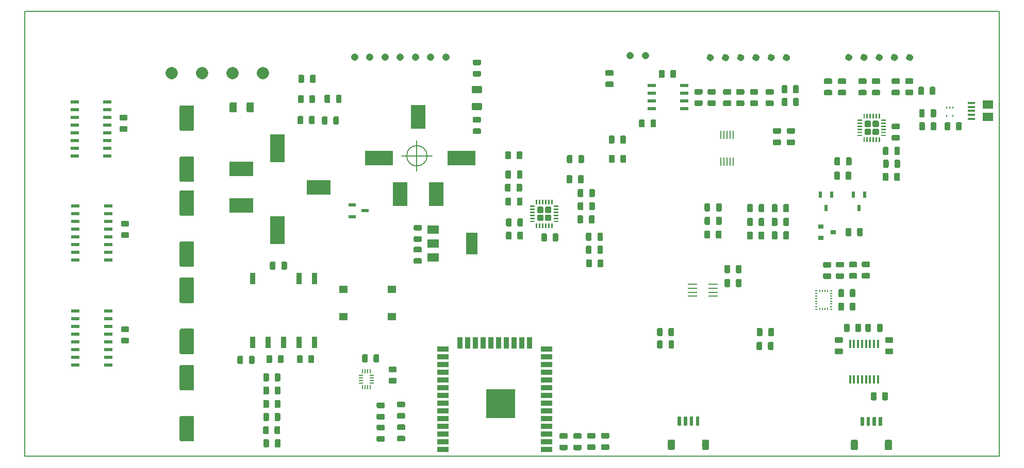
<source format=gtp>
G04 #@! TF.GenerationSoftware,KiCad,Pcbnew,5.0.2-bee76a0~70~ubuntu18.04.1*
G04 #@! TF.CreationDate,2019-08-07T00:26:34+02:00*
G04 #@! TF.ProjectId,mainPCB,6d61696e-5043-4422-9e6b-696361645f70,rev?*
G04 #@! TF.SameCoordinates,Original*
G04 #@! TF.FileFunction,Paste,Top*
G04 #@! TF.FilePolarity,Positive*
%FSLAX46Y46*%
G04 Gerber Fmt 4.6, Leading zero omitted, Abs format (unit mm)*
G04 Created by KiCad (PCBNEW 5.0.2-bee76a0~70~ubuntu18.04.1) date Mi 07 Aug 2019 00:26:34 CEST*
%MOMM*%
%LPD*%
G01*
G04 APERTURE LIST*
%ADD10C,0.150000*%
%ADD11C,1.000000*%
%ADD12C,1.200000*%
%ADD13C,2.000000*%
%ADD14C,0.100000*%
%ADD15C,1.187500*%
%ADD16C,0.926250*%
%ADD17R,1.805000X1.425000*%
%ADD18R,1.282500X0.380000*%
%ADD19R,0.285000X0.427500*%
%ADD20C,1.140000*%
%ADD21C,0.570000*%
%ADD22R,1.472500X1.235000*%
%ADD23C,2.375000*%
%ADD24R,0.760000X0.190000*%
%ADD25R,0.190000X0.760000*%
%ADD26R,1.425000X0.617500*%
%ADD27R,0.855000X1.876250*%
%ADD28R,0.427500X1.401250*%
%ADD29R,0.570000X0.997500*%
%ADD30R,1.187500X0.570000*%
%ADD31C,0.237500*%
%ADD32C,1.050000*%
%ADD33R,0.332500X0.218500*%
%ADD34R,0.218500X0.332500*%
%ADD35R,0.285000X1.330000*%
%ADD36R,1.425000X0.570000*%
%ADD37R,1.520000X0.285000*%
%ADD38R,1.900000X1.425000*%
%ADD39R,1.900000X3.610000*%
%ADD40R,0.855000X0.760000*%
%ADD41R,1.900000X0.855000*%
%ADD42R,0.855000X1.900000*%
%ADD43R,4.750000X4.750000*%
%ADD44R,2.375000X4.560000*%
%ADD45R,3.990000X2.375000*%
%ADD46R,4.560000X2.375000*%
%ADD47R,2.375000X3.990000*%
G04 APERTURE END LIST*
D10*
X83500386Y-61178440D02*
G75*
G03X83500386Y-61178440I-1666666J0D01*
G01*
X79333720Y-61178440D02*
X84333720Y-61178440D01*
X81833720Y-58678440D02*
X81833720Y-63678440D01*
X17462500Y-37465000D02*
X17462500Y-110617000D01*
X177482500Y-37465000D02*
X17462500Y-37465000D01*
X177482500Y-110617000D02*
X177482500Y-37465000D01*
X17462500Y-110617000D02*
X177482500Y-110617000D01*
D11*
G04 #@! TO.C,J5*
X162844160Y-45006000D02*
G75*
G03X162844160Y-45006000I-100000J0D01*
G01*
X160344160Y-45006000D02*
G75*
G03X160344160Y-45006000I-100000J0D01*
G01*
X157844160Y-45006000D02*
G75*
G03X157844160Y-45006000I-100000J0D01*
G01*
X155344160Y-45006000D02*
G75*
G03X155344160Y-45006000I-100000J0D01*
G01*
X152844160Y-45006000D02*
G75*
G03X152844160Y-45006000I-100000J0D01*
G01*
G04 #@! TO.C,J1*
X130105760Y-45031160D02*
G75*
G03X130105760Y-45031160I-100000J0D01*
G01*
X132605760Y-45031160D02*
G75*
G03X132605760Y-45031160I-100000J0D01*
G01*
X135105760Y-45031160D02*
G75*
G03X135105760Y-45031160I-100000J0D01*
G01*
X137605760Y-45031160D02*
G75*
G03X137605760Y-45031160I-100000J0D01*
G01*
X140105760Y-45031160D02*
G75*
G03X140105760Y-45031160I-100000J0D01*
G01*
X142605760Y-45031160D02*
G75*
G03X142605760Y-45031160I-100000J0D01*
G01*
D12*
G04 #@! TO.C,J18*
X119344760Y-44714840D02*
G75*
G03X119344760Y-44714840I0J0D01*
G01*
X116844760Y-44714840D02*
G75*
G03X116844760Y-44714840I0J0D01*
G01*
G04 #@! TO.C,J3*
X86617000Y-44976040D02*
G75*
G03X86617000Y-44976040I0J0D01*
G01*
X84117000Y-44976040D02*
G75*
G03X84117000Y-44976040I0J0D01*
G01*
X81617000Y-44976040D02*
G75*
G03X81617000Y-44976040I0J0D01*
G01*
X79117000Y-44976040D02*
G75*
G03X79117000Y-44976040I0J0D01*
G01*
X76617000Y-44976040D02*
G75*
G03X76617000Y-44976040I0J0D01*
G01*
X74117000Y-44976040D02*
G75*
G03X74117000Y-44976040I0J0D01*
G01*
X71617000Y-44976040D02*
G75*
G03X71617000Y-44976040I0J0D01*
G01*
D13*
G04 #@! TO.C,J4*
X41562640Y-47578400D02*
G75*
G03X41562640Y-47578400I0J0D01*
G01*
X46562640Y-47578400D02*
G75*
G03X46562640Y-47578400I0J0D01*
G01*
X51562640Y-47578400D02*
G75*
G03X51562640Y-47578400I0J0D01*
G01*
X56562640Y-47578400D02*
G75*
G03X56562640Y-47578400I0J0D01*
G01*
G04 #@! TD*
D14*
G04 #@! TO.C,F1*
G36*
X52062529Y-52382894D02*
X52085584Y-52386313D01*
X52108193Y-52391977D01*
X52130137Y-52399829D01*
X52151207Y-52409794D01*
X52171198Y-52421776D01*
X52189918Y-52435660D01*
X52207188Y-52451312D01*
X52222840Y-52468582D01*
X52236724Y-52487302D01*
X52248706Y-52507293D01*
X52258671Y-52528363D01*
X52266523Y-52550307D01*
X52272187Y-52572916D01*
X52275606Y-52595971D01*
X52276750Y-52619250D01*
X52276750Y-53806750D01*
X52275606Y-53830029D01*
X52272187Y-53853084D01*
X52266523Y-53875693D01*
X52258671Y-53897637D01*
X52248706Y-53918707D01*
X52236724Y-53938698D01*
X52222840Y-53957418D01*
X52207188Y-53974688D01*
X52189918Y-53990340D01*
X52171198Y-54004224D01*
X52151207Y-54016206D01*
X52130137Y-54026171D01*
X52108193Y-54034023D01*
X52085584Y-54039687D01*
X52062529Y-54043106D01*
X52039250Y-54044250D01*
X51326750Y-54044250D01*
X51303471Y-54043106D01*
X51280416Y-54039687D01*
X51257807Y-54034023D01*
X51235863Y-54026171D01*
X51214793Y-54016206D01*
X51194802Y-54004224D01*
X51176082Y-53990340D01*
X51158812Y-53974688D01*
X51143160Y-53957418D01*
X51129276Y-53938698D01*
X51117294Y-53918707D01*
X51107329Y-53897637D01*
X51099477Y-53875693D01*
X51093813Y-53853084D01*
X51090394Y-53830029D01*
X51089250Y-53806750D01*
X51089250Y-52619250D01*
X51090394Y-52595971D01*
X51093813Y-52572916D01*
X51099477Y-52550307D01*
X51107329Y-52528363D01*
X51117294Y-52507293D01*
X51129276Y-52487302D01*
X51143160Y-52468582D01*
X51158812Y-52451312D01*
X51176082Y-52435660D01*
X51194802Y-52421776D01*
X51214793Y-52409794D01*
X51235863Y-52399829D01*
X51257807Y-52391977D01*
X51280416Y-52386313D01*
X51303471Y-52382894D01*
X51326750Y-52381750D01*
X52039250Y-52381750D01*
X52062529Y-52382894D01*
X52062529Y-52382894D01*
G37*
D15*
X51683000Y-53213000D03*
D14*
G36*
X54862529Y-52382894D02*
X54885584Y-52386313D01*
X54908193Y-52391977D01*
X54930137Y-52399829D01*
X54951207Y-52409794D01*
X54971198Y-52421776D01*
X54989918Y-52435660D01*
X55007188Y-52451312D01*
X55022840Y-52468582D01*
X55036724Y-52487302D01*
X55048706Y-52507293D01*
X55058671Y-52528363D01*
X55066523Y-52550307D01*
X55072187Y-52572916D01*
X55075606Y-52595971D01*
X55076750Y-52619250D01*
X55076750Y-53806750D01*
X55075606Y-53830029D01*
X55072187Y-53853084D01*
X55066523Y-53875693D01*
X55058671Y-53897637D01*
X55048706Y-53918707D01*
X55036724Y-53938698D01*
X55022840Y-53957418D01*
X55007188Y-53974688D01*
X54989918Y-53990340D01*
X54971198Y-54004224D01*
X54951207Y-54016206D01*
X54930137Y-54026171D01*
X54908193Y-54034023D01*
X54885584Y-54039687D01*
X54862529Y-54043106D01*
X54839250Y-54044250D01*
X54126750Y-54044250D01*
X54103471Y-54043106D01*
X54080416Y-54039687D01*
X54057807Y-54034023D01*
X54035863Y-54026171D01*
X54014793Y-54016206D01*
X53994802Y-54004224D01*
X53976082Y-53990340D01*
X53958812Y-53974688D01*
X53943160Y-53957418D01*
X53929276Y-53938698D01*
X53917294Y-53918707D01*
X53907329Y-53897637D01*
X53899477Y-53875693D01*
X53893813Y-53853084D01*
X53890394Y-53830029D01*
X53889250Y-53806750D01*
X53889250Y-52619250D01*
X53890394Y-52595971D01*
X53893813Y-52572916D01*
X53899477Y-52550307D01*
X53907329Y-52528363D01*
X53917294Y-52507293D01*
X53929276Y-52487302D01*
X53943160Y-52468582D01*
X53958812Y-52451312D01*
X53976082Y-52435660D01*
X53994802Y-52421776D01*
X54014793Y-52409794D01*
X54035863Y-52399829D01*
X54057807Y-52391977D01*
X54080416Y-52386313D01*
X54103471Y-52382894D01*
X54126750Y-52381750D01*
X54839250Y-52381750D01*
X54862529Y-52382894D01*
X54862529Y-52382894D01*
G37*
D15*
X54483000Y-53213000D03*
G04 #@! TD*
D14*
G04 #@! TO.C,D7*
G36*
X66959260Y-54708115D02*
X66981739Y-54711449D01*
X67003782Y-54716971D01*
X67025178Y-54724627D01*
X67045721Y-54734343D01*
X67065212Y-54746025D01*
X67083464Y-54759562D01*
X67100302Y-54774823D01*
X67115563Y-54791661D01*
X67129100Y-54809913D01*
X67140782Y-54829404D01*
X67150498Y-54849947D01*
X67158154Y-54871343D01*
X67163676Y-54893386D01*
X67167010Y-54915865D01*
X67168125Y-54938562D01*
X67168125Y-55805438D01*
X67167010Y-55828135D01*
X67163676Y-55850614D01*
X67158154Y-55872657D01*
X67150498Y-55894053D01*
X67140782Y-55914596D01*
X67129100Y-55934087D01*
X67115563Y-55952339D01*
X67100302Y-55969177D01*
X67083464Y-55984438D01*
X67065212Y-55997975D01*
X67045721Y-56009657D01*
X67025178Y-56019373D01*
X67003782Y-56027029D01*
X66981739Y-56032551D01*
X66959260Y-56035885D01*
X66936563Y-56037000D01*
X66473437Y-56037000D01*
X66450740Y-56035885D01*
X66428261Y-56032551D01*
X66406218Y-56027029D01*
X66384822Y-56019373D01*
X66364279Y-56009657D01*
X66344788Y-55997975D01*
X66326536Y-55984438D01*
X66309698Y-55969177D01*
X66294437Y-55952339D01*
X66280900Y-55934087D01*
X66269218Y-55914596D01*
X66259502Y-55894053D01*
X66251846Y-55872657D01*
X66246324Y-55850614D01*
X66242990Y-55828135D01*
X66241875Y-55805438D01*
X66241875Y-54938562D01*
X66242990Y-54915865D01*
X66246324Y-54893386D01*
X66251846Y-54871343D01*
X66259502Y-54849947D01*
X66269218Y-54829404D01*
X66280900Y-54809913D01*
X66294437Y-54791661D01*
X66309698Y-54774823D01*
X66326536Y-54759562D01*
X66344788Y-54746025D01*
X66364279Y-54734343D01*
X66384822Y-54724627D01*
X66406218Y-54716971D01*
X66428261Y-54711449D01*
X66450740Y-54708115D01*
X66473437Y-54707000D01*
X66936563Y-54707000D01*
X66959260Y-54708115D01*
X66959260Y-54708115D01*
G37*
D16*
X66705000Y-55372000D03*
D14*
G36*
X68834260Y-54708115D02*
X68856739Y-54711449D01*
X68878782Y-54716971D01*
X68900178Y-54724627D01*
X68920721Y-54734343D01*
X68940212Y-54746025D01*
X68958464Y-54759562D01*
X68975302Y-54774823D01*
X68990563Y-54791661D01*
X69004100Y-54809913D01*
X69015782Y-54829404D01*
X69025498Y-54849947D01*
X69033154Y-54871343D01*
X69038676Y-54893386D01*
X69042010Y-54915865D01*
X69043125Y-54938562D01*
X69043125Y-55805438D01*
X69042010Y-55828135D01*
X69038676Y-55850614D01*
X69033154Y-55872657D01*
X69025498Y-55894053D01*
X69015782Y-55914596D01*
X69004100Y-55934087D01*
X68990563Y-55952339D01*
X68975302Y-55969177D01*
X68958464Y-55984438D01*
X68940212Y-55997975D01*
X68920721Y-56009657D01*
X68900178Y-56019373D01*
X68878782Y-56027029D01*
X68856739Y-56032551D01*
X68834260Y-56035885D01*
X68811563Y-56037000D01*
X68348437Y-56037000D01*
X68325740Y-56035885D01*
X68303261Y-56032551D01*
X68281218Y-56027029D01*
X68259822Y-56019373D01*
X68239279Y-56009657D01*
X68219788Y-55997975D01*
X68201536Y-55984438D01*
X68184698Y-55969177D01*
X68169437Y-55952339D01*
X68155900Y-55934087D01*
X68144218Y-55914596D01*
X68134502Y-55894053D01*
X68126846Y-55872657D01*
X68121324Y-55850614D01*
X68117990Y-55828135D01*
X68116875Y-55805438D01*
X68116875Y-54938562D01*
X68117990Y-54915865D01*
X68121324Y-54893386D01*
X68126846Y-54871343D01*
X68134502Y-54849947D01*
X68144218Y-54829404D01*
X68155900Y-54809913D01*
X68169437Y-54791661D01*
X68184698Y-54774823D01*
X68201536Y-54759562D01*
X68219788Y-54746025D01*
X68239279Y-54734343D01*
X68259822Y-54724627D01*
X68281218Y-54716971D01*
X68303261Y-54711449D01*
X68325740Y-54708115D01*
X68348437Y-54707000D01*
X68811563Y-54707000D01*
X68834260Y-54708115D01*
X68834260Y-54708115D01*
G37*
D16*
X68580000Y-55372000D03*
G04 #@! TD*
D14*
G04 #@! TO.C,D8*
G36*
X53086260Y-94078115D02*
X53108739Y-94081449D01*
X53130782Y-94086971D01*
X53152178Y-94094627D01*
X53172721Y-94104343D01*
X53192212Y-94116025D01*
X53210464Y-94129562D01*
X53227302Y-94144823D01*
X53242563Y-94161661D01*
X53256100Y-94179913D01*
X53267782Y-94199404D01*
X53277498Y-94219947D01*
X53285154Y-94241343D01*
X53290676Y-94263386D01*
X53294010Y-94285865D01*
X53295125Y-94308562D01*
X53295125Y-95175438D01*
X53294010Y-95198135D01*
X53290676Y-95220614D01*
X53285154Y-95242657D01*
X53277498Y-95264053D01*
X53267782Y-95284596D01*
X53256100Y-95304087D01*
X53242563Y-95322339D01*
X53227302Y-95339177D01*
X53210464Y-95354438D01*
X53192212Y-95367975D01*
X53172721Y-95379657D01*
X53152178Y-95389373D01*
X53130782Y-95397029D01*
X53108739Y-95402551D01*
X53086260Y-95405885D01*
X53063563Y-95407000D01*
X52600437Y-95407000D01*
X52577740Y-95405885D01*
X52555261Y-95402551D01*
X52533218Y-95397029D01*
X52511822Y-95389373D01*
X52491279Y-95379657D01*
X52471788Y-95367975D01*
X52453536Y-95354438D01*
X52436698Y-95339177D01*
X52421437Y-95322339D01*
X52407900Y-95304087D01*
X52396218Y-95284596D01*
X52386502Y-95264053D01*
X52378846Y-95242657D01*
X52373324Y-95220614D01*
X52369990Y-95198135D01*
X52368875Y-95175438D01*
X52368875Y-94308562D01*
X52369990Y-94285865D01*
X52373324Y-94263386D01*
X52378846Y-94241343D01*
X52386502Y-94219947D01*
X52396218Y-94199404D01*
X52407900Y-94179913D01*
X52421437Y-94161661D01*
X52436698Y-94144823D01*
X52453536Y-94129562D01*
X52471788Y-94116025D01*
X52491279Y-94104343D01*
X52511822Y-94094627D01*
X52533218Y-94086971D01*
X52555261Y-94081449D01*
X52577740Y-94078115D01*
X52600437Y-94077000D01*
X53063563Y-94077000D01*
X53086260Y-94078115D01*
X53086260Y-94078115D01*
G37*
D16*
X52832000Y-94742000D03*
D14*
G36*
X54961260Y-94078115D02*
X54983739Y-94081449D01*
X55005782Y-94086971D01*
X55027178Y-94094627D01*
X55047721Y-94104343D01*
X55067212Y-94116025D01*
X55085464Y-94129562D01*
X55102302Y-94144823D01*
X55117563Y-94161661D01*
X55131100Y-94179913D01*
X55142782Y-94199404D01*
X55152498Y-94219947D01*
X55160154Y-94241343D01*
X55165676Y-94263386D01*
X55169010Y-94285865D01*
X55170125Y-94308562D01*
X55170125Y-95175438D01*
X55169010Y-95198135D01*
X55165676Y-95220614D01*
X55160154Y-95242657D01*
X55152498Y-95264053D01*
X55142782Y-95284596D01*
X55131100Y-95304087D01*
X55117563Y-95322339D01*
X55102302Y-95339177D01*
X55085464Y-95354438D01*
X55067212Y-95367975D01*
X55047721Y-95379657D01*
X55027178Y-95389373D01*
X55005782Y-95397029D01*
X54983739Y-95402551D01*
X54961260Y-95405885D01*
X54938563Y-95407000D01*
X54475437Y-95407000D01*
X54452740Y-95405885D01*
X54430261Y-95402551D01*
X54408218Y-95397029D01*
X54386822Y-95389373D01*
X54366279Y-95379657D01*
X54346788Y-95367975D01*
X54328536Y-95354438D01*
X54311698Y-95339177D01*
X54296437Y-95322339D01*
X54282900Y-95304087D01*
X54271218Y-95284596D01*
X54261502Y-95264053D01*
X54253846Y-95242657D01*
X54248324Y-95220614D01*
X54244990Y-95198135D01*
X54243875Y-95175438D01*
X54243875Y-94308562D01*
X54244990Y-94285865D01*
X54248324Y-94263386D01*
X54253846Y-94241343D01*
X54261502Y-94219947D01*
X54271218Y-94199404D01*
X54282900Y-94179913D01*
X54296437Y-94161661D01*
X54311698Y-94144823D01*
X54328536Y-94129562D01*
X54346788Y-94116025D01*
X54366279Y-94104343D01*
X54386822Y-94094627D01*
X54408218Y-94086971D01*
X54430261Y-94081449D01*
X54452740Y-94078115D01*
X54475437Y-94077000D01*
X54938563Y-94077000D01*
X54961260Y-94078115D01*
X54961260Y-94078115D01*
G37*
D16*
X54707000Y-94742000D03*
G04 #@! TD*
D14*
G04 #@! TO.C,D11*
G36*
X166766500Y-49826235D02*
X166788979Y-49829569D01*
X166811022Y-49835091D01*
X166832418Y-49842747D01*
X166852961Y-49852463D01*
X166872452Y-49864145D01*
X166890704Y-49877682D01*
X166907542Y-49892943D01*
X166922803Y-49909781D01*
X166936340Y-49928033D01*
X166948022Y-49947524D01*
X166957738Y-49968067D01*
X166965394Y-49989463D01*
X166970916Y-50011506D01*
X166974250Y-50033985D01*
X166975365Y-50056682D01*
X166975365Y-50923558D01*
X166974250Y-50946255D01*
X166970916Y-50968734D01*
X166965394Y-50990777D01*
X166957738Y-51012173D01*
X166948022Y-51032716D01*
X166936340Y-51052207D01*
X166922803Y-51070459D01*
X166907542Y-51087297D01*
X166890704Y-51102558D01*
X166872452Y-51116095D01*
X166852961Y-51127777D01*
X166832418Y-51137493D01*
X166811022Y-51145149D01*
X166788979Y-51150671D01*
X166766500Y-51154005D01*
X166743803Y-51155120D01*
X166280677Y-51155120D01*
X166257980Y-51154005D01*
X166235501Y-51150671D01*
X166213458Y-51145149D01*
X166192062Y-51137493D01*
X166171519Y-51127777D01*
X166152028Y-51116095D01*
X166133776Y-51102558D01*
X166116938Y-51087297D01*
X166101677Y-51070459D01*
X166088140Y-51052207D01*
X166076458Y-51032716D01*
X166066742Y-51012173D01*
X166059086Y-50990777D01*
X166053564Y-50968734D01*
X166050230Y-50946255D01*
X166049115Y-50923558D01*
X166049115Y-50056682D01*
X166050230Y-50033985D01*
X166053564Y-50011506D01*
X166059086Y-49989463D01*
X166066742Y-49968067D01*
X166076458Y-49947524D01*
X166088140Y-49928033D01*
X166101677Y-49909781D01*
X166116938Y-49892943D01*
X166133776Y-49877682D01*
X166152028Y-49864145D01*
X166171519Y-49852463D01*
X166192062Y-49842747D01*
X166213458Y-49835091D01*
X166235501Y-49829569D01*
X166257980Y-49826235D01*
X166280677Y-49825120D01*
X166743803Y-49825120D01*
X166766500Y-49826235D01*
X166766500Y-49826235D01*
G37*
D16*
X166512240Y-50490120D03*
D14*
G36*
X164891500Y-49826235D02*
X164913979Y-49829569D01*
X164936022Y-49835091D01*
X164957418Y-49842747D01*
X164977961Y-49852463D01*
X164997452Y-49864145D01*
X165015704Y-49877682D01*
X165032542Y-49892943D01*
X165047803Y-49909781D01*
X165061340Y-49928033D01*
X165073022Y-49947524D01*
X165082738Y-49968067D01*
X165090394Y-49989463D01*
X165095916Y-50011506D01*
X165099250Y-50033985D01*
X165100365Y-50056682D01*
X165100365Y-50923558D01*
X165099250Y-50946255D01*
X165095916Y-50968734D01*
X165090394Y-50990777D01*
X165082738Y-51012173D01*
X165073022Y-51032716D01*
X165061340Y-51052207D01*
X165047803Y-51070459D01*
X165032542Y-51087297D01*
X165015704Y-51102558D01*
X164997452Y-51116095D01*
X164977961Y-51127777D01*
X164957418Y-51137493D01*
X164936022Y-51145149D01*
X164913979Y-51150671D01*
X164891500Y-51154005D01*
X164868803Y-51155120D01*
X164405677Y-51155120D01*
X164382980Y-51154005D01*
X164360501Y-51150671D01*
X164338458Y-51145149D01*
X164317062Y-51137493D01*
X164296519Y-51127777D01*
X164277028Y-51116095D01*
X164258776Y-51102558D01*
X164241938Y-51087297D01*
X164226677Y-51070459D01*
X164213140Y-51052207D01*
X164201458Y-51032716D01*
X164191742Y-51012173D01*
X164184086Y-50990777D01*
X164178564Y-50968734D01*
X164175230Y-50946255D01*
X164174115Y-50923558D01*
X164174115Y-50056682D01*
X164175230Y-50033985D01*
X164178564Y-50011506D01*
X164184086Y-49989463D01*
X164191742Y-49968067D01*
X164201458Y-49947524D01*
X164213140Y-49928033D01*
X164226677Y-49909781D01*
X164241938Y-49892943D01*
X164258776Y-49877682D01*
X164277028Y-49864145D01*
X164296519Y-49852463D01*
X164317062Y-49842747D01*
X164338458Y-49835091D01*
X164360501Y-49829569D01*
X164382980Y-49826235D01*
X164405677Y-49825120D01*
X164868803Y-49825120D01*
X164891500Y-49826235D01*
X164891500Y-49826235D01*
G37*
D16*
X164637240Y-50490120D03*
G04 #@! TD*
D17*
G04 #@! TO.C,J14*
X175590720Y-54792120D03*
D18*
X172890720Y-53792120D03*
X172890720Y-53142120D03*
X172890720Y-52492120D03*
X172890720Y-55092120D03*
X172890720Y-54442120D03*
D17*
X175590720Y-52792120D03*
G04 #@! TD*
D19*
G04 #@! TO.C,U7*
X168836720Y-54619120D03*
X169336720Y-53219120D03*
X169836720Y-54619120D03*
X168836720Y-53219120D03*
X169836720Y-53219120D03*
G04 #@! TD*
D14*
G04 #@! TO.C,J17*
G36*
X159619780Y-107891644D02*
X159642835Y-107895063D01*
X159665443Y-107900727D01*
X159687388Y-107908579D01*
X159708457Y-107918544D01*
X159728448Y-107930526D01*
X159747169Y-107944410D01*
X159764438Y-107960062D01*
X159780090Y-107977331D01*
X159793974Y-107996052D01*
X159805956Y-108016043D01*
X159815921Y-108037112D01*
X159823773Y-108059057D01*
X159829437Y-108081665D01*
X159832856Y-108104720D01*
X159834000Y-108127999D01*
X159834000Y-109363001D01*
X159832856Y-109386280D01*
X159829437Y-109409335D01*
X159823773Y-109431943D01*
X159815921Y-109453888D01*
X159805956Y-109474957D01*
X159793974Y-109494948D01*
X159780090Y-109513669D01*
X159764438Y-109530938D01*
X159747169Y-109546590D01*
X159728448Y-109560474D01*
X159708457Y-109572456D01*
X159687388Y-109582421D01*
X159665443Y-109590273D01*
X159642835Y-109595937D01*
X159619780Y-109599356D01*
X159596501Y-109600500D01*
X158931499Y-109600500D01*
X158908220Y-109599356D01*
X158885165Y-109595937D01*
X158862557Y-109590273D01*
X158840612Y-109582421D01*
X158819543Y-109572456D01*
X158799552Y-109560474D01*
X158780831Y-109546590D01*
X158763562Y-109530938D01*
X158747910Y-109513669D01*
X158734026Y-109494948D01*
X158722044Y-109474957D01*
X158712079Y-109453888D01*
X158704227Y-109431943D01*
X158698563Y-109409335D01*
X158695144Y-109386280D01*
X158694000Y-109363001D01*
X158694000Y-108127999D01*
X158695144Y-108104720D01*
X158698563Y-108081665D01*
X158704227Y-108059057D01*
X158712079Y-108037112D01*
X158722044Y-108016043D01*
X158734026Y-107996052D01*
X158747910Y-107977331D01*
X158763562Y-107960062D01*
X158780831Y-107944410D01*
X158799552Y-107930526D01*
X158819543Y-107918544D01*
X158840612Y-107908579D01*
X158862557Y-107900727D01*
X158885165Y-107895063D01*
X158908220Y-107891644D01*
X158931499Y-107890500D01*
X159596501Y-107890500D01*
X159619780Y-107891644D01*
X159619780Y-107891644D01*
G37*
D20*
X159264000Y-108745500D03*
D14*
G36*
X154019780Y-107891644D02*
X154042835Y-107895063D01*
X154065443Y-107900727D01*
X154087388Y-107908579D01*
X154108457Y-107918544D01*
X154128448Y-107930526D01*
X154147169Y-107944410D01*
X154164438Y-107960062D01*
X154180090Y-107977331D01*
X154193974Y-107996052D01*
X154205956Y-108016043D01*
X154215921Y-108037112D01*
X154223773Y-108059057D01*
X154229437Y-108081665D01*
X154232856Y-108104720D01*
X154234000Y-108127999D01*
X154234000Y-109363001D01*
X154232856Y-109386280D01*
X154229437Y-109409335D01*
X154223773Y-109431943D01*
X154215921Y-109453888D01*
X154205956Y-109474957D01*
X154193974Y-109494948D01*
X154180090Y-109513669D01*
X154164438Y-109530938D01*
X154147169Y-109546590D01*
X154128448Y-109560474D01*
X154108457Y-109572456D01*
X154087388Y-109582421D01*
X154065443Y-109590273D01*
X154042835Y-109595937D01*
X154019780Y-109599356D01*
X153996501Y-109600500D01*
X153331499Y-109600500D01*
X153308220Y-109599356D01*
X153285165Y-109595937D01*
X153262557Y-109590273D01*
X153240612Y-109582421D01*
X153219543Y-109572456D01*
X153199552Y-109560474D01*
X153180831Y-109546590D01*
X153163562Y-109530938D01*
X153147910Y-109513669D01*
X153134026Y-109494948D01*
X153122044Y-109474957D01*
X153112079Y-109453888D01*
X153104227Y-109431943D01*
X153098563Y-109409335D01*
X153095144Y-109386280D01*
X153094000Y-109363001D01*
X153094000Y-108127999D01*
X153095144Y-108104720D01*
X153098563Y-108081665D01*
X153104227Y-108059057D01*
X153112079Y-108037112D01*
X153122044Y-108016043D01*
X153134026Y-107996052D01*
X153147910Y-107977331D01*
X153163562Y-107960062D01*
X153180831Y-107944410D01*
X153199552Y-107930526D01*
X153219543Y-107918544D01*
X153240612Y-107908579D01*
X153262557Y-107900727D01*
X153285165Y-107895063D01*
X153308220Y-107891644D01*
X153331499Y-107890500D01*
X153996501Y-107890500D01*
X154019780Y-107891644D01*
X154019780Y-107891644D01*
G37*
D20*
X153664000Y-108745500D03*
D14*
G36*
X158120467Y-104134936D02*
X158134300Y-104136988D01*
X158147866Y-104140386D01*
X158161032Y-104145097D01*
X158173674Y-104151076D01*
X158185669Y-104158266D01*
X158196901Y-104166596D01*
X158207263Y-104175987D01*
X158216654Y-104186349D01*
X158224984Y-104197581D01*
X158232174Y-104209576D01*
X158238153Y-104222218D01*
X158242864Y-104235384D01*
X158246262Y-104248950D01*
X158248314Y-104262783D01*
X158249000Y-104276750D01*
X158249000Y-105464250D01*
X158248314Y-105478217D01*
X158246262Y-105492050D01*
X158242864Y-105505616D01*
X158238153Y-105518782D01*
X158232174Y-105531424D01*
X158224984Y-105543419D01*
X158216654Y-105554651D01*
X158207263Y-105565013D01*
X158196901Y-105574404D01*
X158185669Y-105582734D01*
X158173674Y-105589924D01*
X158161032Y-105595903D01*
X158147866Y-105600614D01*
X158134300Y-105604012D01*
X158120467Y-105606064D01*
X158106500Y-105606750D01*
X157821500Y-105606750D01*
X157807533Y-105606064D01*
X157793700Y-105604012D01*
X157780134Y-105600614D01*
X157766968Y-105595903D01*
X157754326Y-105589924D01*
X157742331Y-105582734D01*
X157731099Y-105574404D01*
X157720737Y-105565013D01*
X157711346Y-105554651D01*
X157703016Y-105543419D01*
X157695826Y-105531424D01*
X157689847Y-105518782D01*
X157685136Y-105505616D01*
X157681738Y-105492050D01*
X157679686Y-105478217D01*
X157679000Y-105464250D01*
X157679000Y-104276750D01*
X157679686Y-104262783D01*
X157681738Y-104248950D01*
X157685136Y-104235384D01*
X157689847Y-104222218D01*
X157695826Y-104209576D01*
X157703016Y-104197581D01*
X157711346Y-104186349D01*
X157720737Y-104175987D01*
X157731099Y-104166596D01*
X157742331Y-104158266D01*
X157754326Y-104151076D01*
X157766968Y-104145097D01*
X157780134Y-104140386D01*
X157793700Y-104136988D01*
X157807533Y-104134936D01*
X157821500Y-104134250D01*
X158106500Y-104134250D01*
X158120467Y-104134936D01*
X158120467Y-104134936D01*
G37*
D21*
X157964000Y-104870500D03*
D14*
G36*
X157120467Y-104134936D02*
X157134300Y-104136988D01*
X157147866Y-104140386D01*
X157161032Y-104145097D01*
X157173674Y-104151076D01*
X157185669Y-104158266D01*
X157196901Y-104166596D01*
X157207263Y-104175987D01*
X157216654Y-104186349D01*
X157224984Y-104197581D01*
X157232174Y-104209576D01*
X157238153Y-104222218D01*
X157242864Y-104235384D01*
X157246262Y-104248950D01*
X157248314Y-104262783D01*
X157249000Y-104276750D01*
X157249000Y-105464250D01*
X157248314Y-105478217D01*
X157246262Y-105492050D01*
X157242864Y-105505616D01*
X157238153Y-105518782D01*
X157232174Y-105531424D01*
X157224984Y-105543419D01*
X157216654Y-105554651D01*
X157207263Y-105565013D01*
X157196901Y-105574404D01*
X157185669Y-105582734D01*
X157173674Y-105589924D01*
X157161032Y-105595903D01*
X157147866Y-105600614D01*
X157134300Y-105604012D01*
X157120467Y-105606064D01*
X157106500Y-105606750D01*
X156821500Y-105606750D01*
X156807533Y-105606064D01*
X156793700Y-105604012D01*
X156780134Y-105600614D01*
X156766968Y-105595903D01*
X156754326Y-105589924D01*
X156742331Y-105582734D01*
X156731099Y-105574404D01*
X156720737Y-105565013D01*
X156711346Y-105554651D01*
X156703016Y-105543419D01*
X156695826Y-105531424D01*
X156689847Y-105518782D01*
X156685136Y-105505616D01*
X156681738Y-105492050D01*
X156679686Y-105478217D01*
X156679000Y-105464250D01*
X156679000Y-104276750D01*
X156679686Y-104262783D01*
X156681738Y-104248950D01*
X156685136Y-104235384D01*
X156689847Y-104222218D01*
X156695826Y-104209576D01*
X156703016Y-104197581D01*
X156711346Y-104186349D01*
X156720737Y-104175987D01*
X156731099Y-104166596D01*
X156742331Y-104158266D01*
X156754326Y-104151076D01*
X156766968Y-104145097D01*
X156780134Y-104140386D01*
X156793700Y-104136988D01*
X156807533Y-104134936D01*
X156821500Y-104134250D01*
X157106500Y-104134250D01*
X157120467Y-104134936D01*
X157120467Y-104134936D01*
G37*
D21*
X156964000Y-104870500D03*
D14*
G36*
X156120467Y-104134936D02*
X156134300Y-104136988D01*
X156147866Y-104140386D01*
X156161032Y-104145097D01*
X156173674Y-104151076D01*
X156185669Y-104158266D01*
X156196901Y-104166596D01*
X156207263Y-104175987D01*
X156216654Y-104186349D01*
X156224984Y-104197581D01*
X156232174Y-104209576D01*
X156238153Y-104222218D01*
X156242864Y-104235384D01*
X156246262Y-104248950D01*
X156248314Y-104262783D01*
X156249000Y-104276750D01*
X156249000Y-105464250D01*
X156248314Y-105478217D01*
X156246262Y-105492050D01*
X156242864Y-105505616D01*
X156238153Y-105518782D01*
X156232174Y-105531424D01*
X156224984Y-105543419D01*
X156216654Y-105554651D01*
X156207263Y-105565013D01*
X156196901Y-105574404D01*
X156185669Y-105582734D01*
X156173674Y-105589924D01*
X156161032Y-105595903D01*
X156147866Y-105600614D01*
X156134300Y-105604012D01*
X156120467Y-105606064D01*
X156106500Y-105606750D01*
X155821500Y-105606750D01*
X155807533Y-105606064D01*
X155793700Y-105604012D01*
X155780134Y-105600614D01*
X155766968Y-105595903D01*
X155754326Y-105589924D01*
X155742331Y-105582734D01*
X155731099Y-105574404D01*
X155720737Y-105565013D01*
X155711346Y-105554651D01*
X155703016Y-105543419D01*
X155695826Y-105531424D01*
X155689847Y-105518782D01*
X155685136Y-105505616D01*
X155681738Y-105492050D01*
X155679686Y-105478217D01*
X155679000Y-105464250D01*
X155679000Y-104276750D01*
X155679686Y-104262783D01*
X155681738Y-104248950D01*
X155685136Y-104235384D01*
X155689847Y-104222218D01*
X155695826Y-104209576D01*
X155703016Y-104197581D01*
X155711346Y-104186349D01*
X155720737Y-104175987D01*
X155731099Y-104166596D01*
X155742331Y-104158266D01*
X155754326Y-104151076D01*
X155766968Y-104145097D01*
X155780134Y-104140386D01*
X155793700Y-104136988D01*
X155807533Y-104134936D01*
X155821500Y-104134250D01*
X156106500Y-104134250D01*
X156120467Y-104134936D01*
X156120467Y-104134936D01*
G37*
D21*
X155964000Y-104870500D03*
D14*
G36*
X155120467Y-104134936D02*
X155134300Y-104136988D01*
X155147866Y-104140386D01*
X155161032Y-104145097D01*
X155173674Y-104151076D01*
X155185669Y-104158266D01*
X155196901Y-104166596D01*
X155207263Y-104175987D01*
X155216654Y-104186349D01*
X155224984Y-104197581D01*
X155232174Y-104209576D01*
X155238153Y-104222218D01*
X155242864Y-104235384D01*
X155246262Y-104248950D01*
X155248314Y-104262783D01*
X155249000Y-104276750D01*
X155249000Y-105464250D01*
X155248314Y-105478217D01*
X155246262Y-105492050D01*
X155242864Y-105505616D01*
X155238153Y-105518782D01*
X155232174Y-105531424D01*
X155224984Y-105543419D01*
X155216654Y-105554651D01*
X155207263Y-105565013D01*
X155196901Y-105574404D01*
X155185669Y-105582734D01*
X155173674Y-105589924D01*
X155161032Y-105595903D01*
X155147866Y-105600614D01*
X155134300Y-105604012D01*
X155120467Y-105606064D01*
X155106500Y-105606750D01*
X154821500Y-105606750D01*
X154807533Y-105606064D01*
X154793700Y-105604012D01*
X154780134Y-105600614D01*
X154766968Y-105595903D01*
X154754326Y-105589924D01*
X154742331Y-105582734D01*
X154731099Y-105574404D01*
X154720737Y-105565013D01*
X154711346Y-105554651D01*
X154703016Y-105543419D01*
X154695826Y-105531424D01*
X154689847Y-105518782D01*
X154685136Y-105505616D01*
X154681738Y-105492050D01*
X154679686Y-105478217D01*
X154679000Y-105464250D01*
X154679000Y-104276750D01*
X154679686Y-104262783D01*
X154681738Y-104248950D01*
X154685136Y-104235384D01*
X154689847Y-104222218D01*
X154695826Y-104209576D01*
X154703016Y-104197581D01*
X154711346Y-104186349D01*
X154720737Y-104175987D01*
X154731099Y-104166596D01*
X154742331Y-104158266D01*
X154754326Y-104151076D01*
X154766968Y-104145097D01*
X154780134Y-104140386D01*
X154793700Y-104136988D01*
X154807533Y-104134936D01*
X154821500Y-104134250D01*
X155106500Y-104134250D01*
X155120467Y-104134936D01*
X155120467Y-104134936D01*
G37*
D21*
X154964000Y-104870500D03*
G04 #@! TD*
D14*
G04 #@! TO.C,J13*
G36*
X129584280Y-107828144D02*
X129607335Y-107831563D01*
X129629943Y-107837227D01*
X129651888Y-107845079D01*
X129672957Y-107855044D01*
X129692948Y-107867026D01*
X129711669Y-107880910D01*
X129728938Y-107896562D01*
X129744590Y-107913831D01*
X129758474Y-107932552D01*
X129770456Y-107952543D01*
X129780421Y-107973612D01*
X129788273Y-107995557D01*
X129793937Y-108018165D01*
X129797356Y-108041220D01*
X129798500Y-108064499D01*
X129798500Y-109299501D01*
X129797356Y-109322780D01*
X129793937Y-109345835D01*
X129788273Y-109368443D01*
X129780421Y-109390388D01*
X129770456Y-109411457D01*
X129758474Y-109431448D01*
X129744590Y-109450169D01*
X129728938Y-109467438D01*
X129711669Y-109483090D01*
X129692948Y-109496974D01*
X129672957Y-109508956D01*
X129651888Y-109518921D01*
X129629943Y-109526773D01*
X129607335Y-109532437D01*
X129584280Y-109535856D01*
X129561001Y-109537000D01*
X128895999Y-109537000D01*
X128872720Y-109535856D01*
X128849665Y-109532437D01*
X128827057Y-109526773D01*
X128805112Y-109518921D01*
X128784043Y-109508956D01*
X128764052Y-109496974D01*
X128745331Y-109483090D01*
X128728062Y-109467438D01*
X128712410Y-109450169D01*
X128698526Y-109431448D01*
X128686544Y-109411457D01*
X128676579Y-109390388D01*
X128668727Y-109368443D01*
X128663063Y-109345835D01*
X128659644Y-109322780D01*
X128658500Y-109299501D01*
X128658500Y-108064499D01*
X128659644Y-108041220D01*
X128663063Y-108018165D01*
X128668727Y-107995557D01*
X128676579Y-107973612D01*
X128686544Y-107952543D01*
X128698526Y-107932552D01*
X128712410Y-107913831D01*
X128728062Y-107896562D01*
X128745331Y-107880910D01*
X128764052Y-107867026D01*
X128784043Y-107855044D01*
X128805112Y-107845079D01*
X128827057Y-107837227D01*
X128849665Y-107831563D01*
X128872720Y-107828144D01*
X128895999Y-107827000D01*
X129561001Y-107827000D01*
X129584280Y-107828144D01*
X129584280Y-107828144D01*
G37*
D20*
X129228500Y-108682000D03*
D14*
G36*
X123984280Y-107828144D02*
X124007335Y-107831563D01*
X124029943Y-107837227D01*
X124051888Y-107845079D01*
X124072957Y-107855044D01*
X124092948Y-107867026D01*
X124111669Y-107880910D01*
X124128938Y-107896562D01*
X124144590Y-107913831D01*
X124158474Y-107932552D01*
X124170456Y-107952543D01*
X124180421Y-107973612D01*
X124188273Y-107995557D01*
X124193937Y-108018165D01*
X124197356Y-108041220D01*
X124198500Y-108064499D01*
X124198500Y-109299501D01*
X124197356Y-109322780D01*
X124193937Y-109345835D01*
X124188273Y-109368443D01*
X124180421Y-109390388D01*
X124170456Y-109411457D01*
X124158474Y-109431448D01*
X124144590Y-109450169D01*
X124128938Y-109467438D01*
X124111669Y-109483090D01*
X124092948Y-109496974D01*
X124072957Y-109508956D01*
X124051888Y-109518921D01*
X124029943Y-109526773D01*
X124007335Y-109532437D01*
X123984280Y-109535856D01*
X123961001Y-109537000D01*
X123295999Y-109537000D01*
X123272720Y-109535856D01*
X123249665Y-109532437D01*
X123227057Y-109526773D01*
X123205112Y-109518921D01*
X123184043Y-109508956D01*
X123164052Y-109496974D01*
X123145331Y-109483090D01*
X123128062Y-109467438D01*
X123112410Y-109450169D01*
X123098526Y-109431448D01*
X123086544Y-109411457D01*
X123076579Y-109390388D01*
X123068727Y-109368443D01*
X123063063Y-109345835D01*
X123059644Y-109322780D01*
X123058500Y-109299501D01*
X123058500Y-108064499D01*
X123059644Y-108041220D01*
X123063063Y-108018165D01*
X123068727Y-107995557D01*
X123076579Y-107973612D01*
X123086544Y-107952543D01*
X123098526Y-107932552D01*
X123112410Y-107913831D01*
X123128062Y-107896562D01*
X123145331Y-107880910D01*
X123164052Y-107867026D01*
X123184043Y-107855044D01*
X123205112Y-107845079D01*
X123227057Y-107837227D01*
X123249665Y-107831563D01*
X123272720Y-107828144D01*
X123295999Y-107827000D01*
X123961001Y-107827000D01*
X123984280Y-107828144D01*
X123984280Y-107828144D01*
G37*
D20*
X123628500Y-108682000D03*
D14*
G36*
X128084967Y-104071436D02*
X128098800Y-104073488D01*
X128112366Y-104076886D01*
X128125532Y-104081597D01*
X128138174Y-104087576D01*
X128150169Y-104094766D01*
X128161401Y-104103096D01*
X128171763Y-104112487D01*
X128181154Y-104122849D01*
X128189484Y-104134081D01*
X128196674Y-104146076D01*
X128202653Y-104158718D01*
X128207364Y-104171884D01*
X128210762Y-104185450D01*
X128212814Y-104199283D01*
X128213500Y-104213250D01*
X128213500Y-105400750D01*
X128212814Y-105414717D01*
X128210762Y-105428550D01*
X128207364Y-105442116D01*
X128202653Y-105455282D01*
X128196674Y-105467924D01*
X128189484Y-105479919D01*
X128181154Y-105491151D01*
X128171763Y-105501513D01*
X128161401Y-105510904D01*
X128150169Y-105519234D01*
X128138174Y-105526424D01*
X128125532Y-105532403D01*
X128112366Y-105537114D01*
X128098800Y-105540512D01*
X128084967Y-105542564D01*
X128071000Y-105543250D01*
X127786000Y-105543250D01*
X127772033Y-105542564D01*
X127758200Y-105540512D01*
X127744634Y-105537114D01*
X127731468Y-105532403D01*
X127718826Y-105526424D01*
X127706831Y-105519234D01*
X127695599Y-105510904D01*
X127685237Y-105501513D01*
X127675846Y-105491151D01*
X127667516Y-105479919D01*
X127660326Y-105467924D01*
X127654347Y-105455282D01*
X127649636Y-105442116D01*
X127646238Y-105428550D01*
X127644186Y-105414717D01*
X127643500Y-105400750D01*
X127643500Y-104213250D01*
X127644186Y-104199283D01*
X127646238Y-104185450D01*
X127649636Y-104171884D01*
X127654347Y-104158718D01*
X127660326Y-104146076D01*
X127667516Y-104134081D01*
X127675846Y-104122849D01*
X127685237Y-104112487D01*
X127695599Y-104103096D01*
X127706831Y-104094766D01*
X127718826Y-104087576D01*
X127731468Y-104081597D01*
X127744634Y-104076886D01*
X127758200Y-104073488D01*
X127772033Y-104071436D01*
X127786000Y-104070750D01*
X128071000Y-104070750D01*
X128084967Y-104071436D01*
X128084967Y-104071436D01*
G37*
D21*
X127928500Y-104807000D03*
D14*
G36*
X127084967Y-104071436D02*
X127098800Y-104073488D01*
X127112366Y-104076886D01*
X127125532Y-104081597D01*
X127138174Y-104087576D01*
X127150169Y-104094766D01*
X127161401Y-104103096D01*
X127171763Y-104112487D01*
X127181154Y-104122849D01*
X127189484Y-104134081D01*
X127196674Y-104146076D01*
X127202653Y-104158718D01*
X127207364Y-104171884D01*
X127210762Y-104185450D01*
X127212814Y-104199283D01*
X127213500Y-104213250D01*
X127213500Y-105400750D01*
X127212814Y-105414717D01*
X127210762Y-105428550D01*
X127207364Y-105442116D01*
X127202653Y-105455282D01*
X127196674Y-105467924D01*
X127189484Y-105479919D01*
X127181154Y-105491151D01*
X127171763Y-105501513D01*
X127161401Y-105510904D01*
X127150169Y-105519234D01*
X127138174Y-105526424D01*
X127125532Y-105532403D01*
X127112366Y-105537114D01*
X127098800Y-105540512D01*
X127084967Y-105542564D01*
X127071000Y-105543250D01*
X126786000Y-105543250D01*
X126772033Y-105542564D01*
X126758200Y-105540512D01*
X126744634Y-105537114D01*
X126731468Y-105532403D01*
X126718826Y-105526424D01*
X126706831Y-105519234D01*
X126695599Y-105510904D01*
X126685237Y-105501513D01*
X126675846Y-105491151D01*
X126667516Y-105479919D01*
X126660326Y-105467924D01*
X126654347Y-105455282D01*
X126649636Y-105442116D01*
X126646238Y-105428550D01*
X126644186Y-105414717D01*
X126643500Y-105400750D01*
X126643500Y-104213250D01*
X126644186Y-104199283D01*
X126646238Y-104185450D01*
X126649636Y-104171884D01*
X126654347Y-104158718D01*
X126660326Y-104146076D01*
X126667516Y-104134081D01*
X126675846Y-104122849D01*
X126685237Y-104112487D01*
X126695599Y-104103096D01*
X126706831Y-104094766D01*
X126718826Y-104087576D01*
X126731468Y-104081597D01*
X126744634Y-104076886D01*
X126758200Y-104073488D01*
X126772033Y-104071436D01*
X126786000Y-104070750D01*
X127071000Y-104070750D01*
X127084967Y-104071436D01*
X127084967Y-104071436D01*
G37*
D21*
X126928500Y-104807000D03*
D14*
G36*
X126084967Y-104071436D02*
X126098800Y-104073488D01*
X126112366Y-104076886D01*
X126125532Y-104081597D01*
X126138174Y-104087576D01*
X126150169Y-104094766D01*
X126161401Y-104103096D01*
X126171763Y-104112487D01*
X126181154Y-104122849D01*
X126189484Y-104134081D01*
X126196674Y-104146076D01*
X126202653Y-104158718D01*
X126207364Y-104171884D01*
X126210762Y-104185450D01*
X126212814Y-104199283D01*
X126213500Y-104213250D01*
X126213500Y-105400750D01*
X126212814Y-105414717D01*
X126210762Y-105428550D01*
X126207364Y-105442116D01*
X126202653Y-105455282D01*
X126196674Y-105467924D01*
X126189484Y-105479919D01*
X126181154Y-105491151D01*
X126171763Y-105501513D01*
X126161401Y-105510904D01*
X126150169Y-105519234D01*
X126138174Y-105526424D01*
X126125532Y-105532403D01*
X126112366Y-105537114D01*
X126098800Y-105540512D01*
X126084967Y-105542564D01*
X126071000Y-105543250D01*
X125786000Y-105543250D01*
X125772033Y-105542564D01*
X125758200Y-105540512D01*
X125744634Y-105537114D01*
X125731468Y-105532403D01*
X125718826Y-105526424D01*
X125706831Y-105519234D01*
X125695599Y-105510904D01*
X125685237Y-105501513D01*
X125675846Y-105491151D01*
X125667516Y-105479919D01*
X125660326Y-105467924D01*
X125654347Y-105455282D01*
X125649636Y-105442116D01*
X125646238Y-105428550D01*
X125644186Y-105414717D01*
X125643500Y-105400750D01*
X125643500Y-104213250D01*
X125644186Y-104199283D01*
X125646238Y-104185450D01*
X125649636Y-104171884D01*
X125654347Y-104158718D01*
X125660326Y-104146076D01*
X125667516Y-104134081D01*
X125675846Y-104122849D01*
X125685237Y-104112487D01*
X125695599Y-104103096D01*
X125706831Y-104094766D01*
X125718826Y-104087576D01*
X125731468Y-104081597D01*
X125744634Y-104076886D01*
X125758200Y-104073488D01*
X125772033Y-104071436D01*
X125786000Y-104070750D01*
X126071000Y-104070750D01*
X126084967Y-104071436D01*
X126084967Y-104071436D01*
G37*
D21*
X125928500Y-104807000D03*
D14*
G36*
X125084967Y-104071436D02*
X125098800Y-104073488D01*
X125112366Y-104076886D01*
X125125532Y-104081597D01*
X125138174Y-104087576D01*
X125150169Y-104094766D01*
X125161401Y-104103096D01*
X125171763Y-104112487D01*
X125181154Y-104122849D01*
X125189484Y-104134081D01*
X125196674Y-104146076D01*
X125202653Y-104158718D01*
X125207364Y-104171884D01*
X125210762Y-104185450D01*
X125212814Y-104199283D01*
X125213500Y-104213250D01*
X125213500Y-105400750D01*
X125212814Y-105414717D01*
X125210762Y-105428550D01*
X125207364Y-105442116D01*
X125202653Y-105455282D01*
X125196674Y-105467924D01*
X125189484Y-105479919D01*
X125181154Y-105491151D01*
X125171763Y-105501513D01*
X125161401Y-105510904D01*
X125150169Y-105519234D01*
X125138174Y-105526424D01*
X125125532Y-105532403D01*
X125112366Y-105537114D01*
X125098800Y-105540512D01*
X125084967Y-105542564D01*
X125071000Y-105543250D01*
X124786000Y-105543250D01*
X124772033Y-105542564D01*
X124758200Y-105540512D01*
X124744634Y-105537114D01*
X124731468Y-105532403D01*
X124718826Y-105526424D01*
X124706831Y-105519234D01*
X124695599Y-105510904D01*
X124685237Y-105501513D01*
X124675846Y-105491151D01*
X124667516Y-105479919D01*
X124660326Y-105467924D01*
X124654347Y-105455282D01*
X124649636Y-105442116D01*
X124646238Y-105428550D01*
X124644186Y-105414717D01*
X124643500Y-105400750D01*
X124643500Y-104213250D01*
X124644186Y-104199283D01*
X124646238Y-104185450D01*
X124649636Y-104171884D01*
X124654347Y-104158718D01*
X124660326Y-104146076D01*
X124667516Y-104134081D01*
X124675846Y-104122849D01*
X124685237Y-104112487D01*
X124695599Y-104103096D01*
X124706831Y-104094766D01*
X124718826Y-104087576D01*
X124731468Y-104081597D01*
X124744634Y-104076886D01*
X124758200Y-104073488D01*
X124772033Y-104071436D01*
X124786000Y-104070750D01*
X125071000Y-104070750D01*
X125084967Y-104071436D01*
X125084967Y-104071436D01*
G37*
D21*
X124928500Y-104807000D03*
G04 #@! TD*
D22*
G04 #@! TO.C,SW1*
X69735880Y-83106700D03*
X69735880Y-87606700D03*
X77695880Y-87606700D03*
X77695880Y-83106700D03*
G04 #@! TD*
D14*
G04 #@! TO.C,C33*
G36*
X45042279Y-89614144D02*
X45065334Y-89617563D01*
X45087943Y-89623227D01*
X45109887Y-89631079D01*
X45130957Y-89641044D01*
X45150948Y-89653026D01*
X45169668Y-89666910D01*
X45186938Y-89682562D01*
X45202590Y-89699832D01*
X45216474Y-89718552D01*
X45228456Y-89738543D01*
X45238421Y-89759613D01*
X45246273Y-89781557D01*
X45251937Y-89804166D01*
X45255356Y-89827221D01*
X45256500Y-89850500D01*
X45256500Y-93555500D01*
X45255356Y-93578779D01*
X45251937Y-93601834D01*
X45246273Y-93624443D01*
X45238421Y-93646387D01*
X45228456Y-93667457D01*
X45216474Y-93687448D01*
X45202590Y-93706168D01*
X45186938Y-93723438D01*
X45169668Y-93739090D01*
X45150948Y-93752974D01*
X45130957Y-93764956D01*
X45109887Y-93774921D01*
X45087943Y-93782773D01*
X45065334Y-93788437D01*
X45042279Y-93791856D01*
X45019000Y-93793000D01*
X43119000Y-93793000D01*
X43095721Y-93791856D01*
X43072666Y-93788437D01*
X43050057Y-93782773D01*
X43028113Y-93774921D01*
X43007043Y-93764956D01*
X42987052Y-93752974D01*
X42968332Y-93739090D01*
X42951062Y-93723438D01*
X42935410Y-93706168D01*
X42921526Y-93687448D01*
X42909544Y-93667457D01*
X42899579Y-93646387D01*
X42891727Y-93624443D01*
X42886063Y-93601834D01*
X42882644Y-93578779D01*
X42881500Y-93555500D01*
X42881500Y-89850500D01*
X42882644Y-89827221D01*
X42886063Y-89804166D01*
X42891727Y-89781557D01*
X42899579Y-89759613D01*
X42909544Y-89738543D01*
X42921526Y-89718552D01*
X42935410Y-89699832D01*
X42951062Y-89682562D01*
X42968332Y-89666910D01*
X42987052Y-89653026D01*
X43007043Y-89641044D01*
X43028113Y-89631079D01*
X43050057Y-89623227D01*
X43072666Y-89617563D01*
X43095721Y-89614144D01*
X43119000Y-89613000D01*
X45019000Y-89613000D01*
X45042279Y-89614144D01*
X45042279Y-89614144D01*
G37*
D23*
X44069000Y-91703000D03*
D14*
G36*
X45042279Y-81214144D02*
X45065334Y-81217563D01*
X45087943Y-81223227D01*
X45109887Y-81231079D01*
X45130957Y-81241044D01*
X45150948Y-81253026D01*
X45169668Y-81266910D01*
X45186938Y-81282562D01*
X45202590Y-81299832D01*
X45216474Y-81318552D01*
X45228456Y-81338543D01*
X45238421Y-81359613D01*
X45246273Y-81381557D01*
X45251937Y-81404166D01*
X45255356Y-81427221D01*
X45256500Y-81450500D01*
X45256500Y-85155500D01*
X45255356Y-85178779D01*
X45251937Y-85201834D01*
X45246273Y-85224443D01*
X45238421Y-85246387D01*
X45228456Y-85267457D01*
X45216474Y-85287448D01*
X45202590Y-85306168D01*
X45186938Y-85323438D01*
X45169668Y-85339090D01*
X45150948Y-85352974D01*
X45130957Y-85364956D01*
X45109887Y-85374921D01*
X45087943Y-85382773D01*
X45065334Y-85388437D01*
X45042279Y-85391856D01*
X45019000Y-85393000D01*
X43119000Y-85393000D01*
X43095721Y-85391856D01*
X43072666Y-85388437D01*
X43050057Y-85382773D01*
X43028113Y-85374921D01*
X43007043Y-85364956D01*
X42987052Y-85352974D01*
X42968332Y-85339090D01*
X42951062Y-85323438D01*
X42935410Y-85306168D01*
X42921526Y-85287448D01*
X42909544Y-85267457D01*
X42899579Y-85246387D01*
X42891727Y-85224443D01*
X42886063Y-85201834D01*
X42882644Y-85178779D01*
X42881500Y-85155500D01*
X42881500Y-81450500D01*
X42882644Y-81427221D01*
X42886063Y-81404166D01*
X42891727Y-81381557D01*
X42899579Y-81359613D01*
X42909544Y-81338543D01*
X42921526Y-81318552D01*
X42935410Y-81299832D01*
X42951062Y-81282562D01*
X42968332Y-81266910D01*
X42987052Y-81253026D01*
X43007043Y-81241044D01*
X43028113Y-81231079D01*
X43050057Y-81223227D01*
X43072666Y-81217563D01*
X43095721Y-81214144D01*
X43119000Y-81213000D01*
X45019000Y-81213000D01*
X45042279Y-81214144D01*
X45042279Y-81214144D01*
G37*
D23*
X44069000Y-83303000D03*
G04 #@! TD*
D14*
G04 #@! TO.C,C6*
G36*
X45042279Y-95574144D02*
X45065334Y-95577563D01*
X45087943Y-95583227D01*
X45109887Y-95591079D01*
X45130957Y-95601044D01*
X45150948Y-95613026D01*
X45169668Y-95626910D01*
X45186938Y-95642562D01*
X45202590Y-95659832D01*
X45216474Y-95678552D01*
X45228456Y-95698543D01*
X45238421Y-95719613D01*
X45246273Y-95741557D01*
X45251937Y-95764166D01*
X45255356Y-95787221D01*
X45256500Y-95810500D01*
X45256500Y-99515500D01*
X45255356Y-99538779D01*
X45251937Y-99561834D01*
X45246273Y-99584443D01*
X45238421Y-99606387D01*
X45228456Y-99627457D01*
X45216474Y-99647448D01*
X45202590Y-99666168D01*
X45186938Y-99683438D01*
X45169668Y-99699090D01*
X45150948Y-99712974D01*
X45130957Y-99724956D01*
X45109887Y-99734921D01*
X45087943Y-99742773D01*
X45065334Y-99748437D01*
X45042279Y-99751856D01*
X45019000Y-99753000D01*
X43119000Y-99753000D01*
X43095721Y-99751856D01*
X43072666Y-99748437D01*
X43050057Y-99742773D01*
X43028113Y-99734921D01*
X43007043Y-99724956D01*
X42987052Y-99712974D01*
X42968332Y-99699090D01*
X42951062Y-99683438D01*
X42935410Y-99666168D01*
X42921526Y-99647448D01*
X42909544Y-99627457D01*
X42899579Y-99606387D01*
X42891727Y-99584443D01*
X42886063Y-99561834D01*
X42882644Y-99538779D01*
X42881500Y-99515500D01*
X42881500Y-95810500D01*
X42882644Y-95787221D01*
X42886063Y-95764166D01*
X42891727Y-95741557D01*
X42899579Y-95719613D01*
X42909544Y-95698543D01*
X42921526Y-95678552D01*
X42935410Y-95659832D01*
X42951062Y-95642562D01*
X42968332Y-95626910D01*
X42987052Y-95613026D01*
X43007043Y-95601044D01*
X43028113Y-95591079D01*
X43050057Y-95583227D01*
X43072666Y-95577563D01*
X43095721Y-95574144D01*
X43119000Y-95573000D01*
X45019000Y-95573000D01*
X45042279Y-95574144D01*
X45042279Y-95574144D01*
G37*
D23*
X44069000Y-97663000D03*
D14*
G36*
X45042279Y-103974144D02*
X45065334Y-103977563D01*
X45087943Y-103983227D01*
X45109887Y-103991079D01*
X45130957Y-104001044D01*
X45150948Y-104013026D01*
X45169668Y-104026910D01*
X45186938Y-104042562D01*
X45202590Y-104059832D01*
X45216474Y-104078552D01*
X45228456Y-104098543D01*
X45238421Y-104119613D01*
X45246273Y-104141557D01*
X45251937Y-104164166D01*
X45255356Y-104187221D01*
X45256500Y-104210500D01*
X45256500Y-107915500D01*
X45255356Y-107938779D01*
X45251937Y-107961834D01*
X45246273Y-107984443D01*
X45238421Y-108006387D01*
X45228456Y-108027457D01*
X45216474Y-108047448D01*
X45202590Y-108066168D01*
X45186938Y-108083438D01*
X45169668Y-108099090D01*
X45150948Y-108112974D01*
X45130957Y-108124956D01*
X45109887Y-108134921D01*
X45087943Y-108142773D01*
X45065334Y-108148437D01*
X45042279Y-108151856D01*
X45019000Y-108153000D01*
X43119000Y-108153000D01*
X43095721Y-108151856D01*
X43072666Y-108148437D01*
X43050057Y-108142773D01*
X43028113Y-108134921D01*
X43007043Y-108124956D01*
X42987052Y-108112974D01*
X42968332Y-108099090D01*
X42951062Y-108083438D01*
X42935410Y-108066168D01*
X42921526Y-108047448D01*
X42909544Y-108027457D01*
X42899579Y-108006387D01*
X42891727Y-107984443D01*
X42886063Y-107961834D01*
X42882644Y-107938779D01*
X42881500Y-107915500D01*
X42881500Y-104210500D01*
X42882644Y-104187221D01*
X42886063Y-104164166D01*
X42891727Y-104141557D01*
X42899579Y-104119613D01*
X42909544Y-104098543D01*
X42921526Y-104078552D01*
X42935410Y-104059832D01*
X42951062Y-104042562D01*
X42968332Y-104026910D01*
X42987052Y-104013026D01*
X43007043Y-104001044D01*
X43028113Y-103991079D01*
X43050057Y-103983227D01*
X43072666Y-103977563D01*
X43095721Y-103974144D01*
X43119000Y-103973000D01*
X45019000Y-103973000D01*
X45042279Y-103974144D01*
X45042279Y-103974144D01*
G37*
D23*
X44069000Y-106063000D03*
G04 #@! TD*
D14*
G04 #@! TO.C,C13*
G36*
X45042279Y-61293144D02*
X45065334Y-61296563D01*
X45087943Y-61302227D01*
X45109887Y-61310079D01*
X45130957Y-61320044D01*
X45150948Y-61332026D01*
X45169668Y-61345910D01*
X45186938Y-61361562D01*
X45202590Y-61378832D01*
X45216474Y-61397552D01*
X45228456Y-61417543D01*
X45238421Y-61438613D01*
X45246273Y-61460557D01*
X45251937Y-61483166D01*
X45255356Y-61506221D01*
X45256500Y-61529500D01*
X45256500Y-65234500D01*
X45255356Y-65257779D01*
X45251937Y-65280834D01*
X45246273Y-65303443D01*
X45238421Y-65325387D01*
X45228456Y-65346457D01*
X45216474Y-65366448D01*
X45202590Y-65385168D01*
X45186938Y-65402438D01*
X45169668Y-65418090D01*
X45150948Y-65431974D01*
X45130957Y-65443956D01*
X45109887Y-65453921D01*
X45087943Y-65461773D01*
X45065334Y-65467437D01*
X45042279Y-65470856D01*
X45019000Y-65472000D01*
X43119000Y-65472000D01*
X43095721Y-65470856D01*
X43072666Y-65467437D01*
X43050057Y-65461773D01*
X43028113Y-65453921D01*
X43007043Y-65443956D01*
X42987052Y-65431974D01*
X42968332Y-65418090D01*
X42951062Y-65402438D01*
X42935410Y-65385168D01*
X42921526Y-65366448D01*
X42909544Y-65346457D01*
X42899579Y-65325387D01*
X42891727Y-65303443D01*
X42886063Y-65280834D01*
X42882644Y-65257779D01*
X42881500Y-65234500D01*
X42881500Y-61529500D01*
X42882644Y-61506221D01*
X42886063Y-61483166D01*
X42891727Y-61460557D01*
X42899579Y-61438613D01*
X42909544Y-61417543D01*
X42921526Y-61397552D01*
X42935410Y-61378832D01*
X42951062Y-61361562D01*
X42968332Y-61345910D01*
X42987052Y-61332026D01*
X43007043Y-61320044D01*
X43028113Y-61310079D01*
X43050057Y-61302227D01*
X43072666Y-61296563D01*
X43095721Y-61293144D01*
X43119000Y-61292000D01*
X45019000Y-61292000D01*
X45042279Y-61293144D01*
X45042279Y-61293144D01*
G37*
D23*
X44069000Y-63382000D03*
D14*
G36*
X45042279Y-52893144D02*
X45065334Y-52896563D01*
X45087943Y-52902227D01*
X45109887Y-52910079D01*
X45130957Y-52920044D01*
X45150948Y-52932026D01*
X45169668Y-52945910D01*
X45186938Y-52961562D01*
X45202590Y-52978832D01*
X45216474Y-52997552D01*
X45228456Y-53017543D01*
X45238421Y-53038613D01*
X45246273Y-53060557D01*
X45251937Y-53083166D01*
X45255356Y-53106221D01*
X45256500Y-53129500D01*
X45256500Y-56834500D01*
X45255356Y-56857779D01*
X45251937Y-56880834D01*
X45246273Y-56903443D01*
X45238421Y-56925387D01*
X45228456Y-56946457D01*
X45216474Y-56966448D01*
X45202590Y-56985168D01*
X45186938Y-57002438D01*
X45169668Y-57018090D01*
X45150948Y-57031974D01*
X45130957Y-57043956D01*
X45109887Y-57053921D01*
X45087943Y-57061773D01*
X45065334Y-57067437D01*
X45042279Y-57070856D01*
X45019000Y-57072000D01*
X43119000Y-57072000D01*
X43095721Y-57070856D01*
X43072666Y-57067437D01*
X43050057Y-57061773D01*
X43028113Y-57053921D01*
X43007043Y-57043956D01*
X42987052Y-57031974D01*
X42968332Y-57018090D01*
X42951062Y-57002438D01*
X42935410Y-56985168D01*
X42921526Y-56966448D01*
X42909544Y-56946457D01*
X42899579Y-56925387D01*
X42891727Y-56903443D01*
X42886063Y-56880834D01*
X42882644Y-56857779D01*
X42881500Y-56834500D01*
X42881500Y-53129500D01*
X42882644Y-53106221D01*
X42886063Y-53083166D01*
X42891727Y-53060557D01*
X42899579Y-53038613D01*
X42909544Y-53017543D01*
X42921526Y-52997552D01*
X42935410Y-52978832D01*
X42951062Y-52961562D01*
X42968332Y-52945910D01*
X42987052Y-52932026D01*
X43007043Y-52920044D01*
X43028113Y-52910079D01*
X43050057Y-52902227D01*
X43072666Y-52896563D01*
X43095721Y-52893144D01*
X43119000Y-52892000D01*
X45019000Y-52892000D01*
X45042279Y-52893144D01*
X45042279Y-52893144D01*
G37*
D23*
X44069000Y-54982000D03*
G04 #@! TD*
D14*
G04 #@! TO.C,C22*
G36*
X45042279Y-66863144D02*
X45065334Y-66866563D01*
X45087943Y-66872227D01*
X45109887Y-66880079D01*
X45130957Y-66890044D01*
X45150948Y-66902026D01*
X45169668Y-66915910D01*
X45186938Y-66931562D01*
X45202590Y-66948832D01*
X45216474Y-66967552D01*
X45228456Y-66987543D01*
X45238421Y-67008613D01*
X45246273Y-67030557D01*
X45251937Y-67053166D01*
X45255356Y-67076221D01*
X45256500Y-67099500D01*
X45256500Y-70804500D01*
X45255356Y-70827779D01*
X45251937Y-70850834D01*
X45246273Y-70873443D01*
X45238421Y-70895387D01*
X45228456Y-70916457D01*
X45216474Y-70936448D01*
X45202590Y-70955168D01*
X45186938Y-70972438D01*
X45169668Y-70988090D01*
X45150948Y-71001974D01*
X45130957Y-71013956D01*
X45109887Y-71023921D01*
X45087943Y-71031773D01*
X45065334Y-71037437D01*
X45042279Y-71040856D01*
X45019000Y-71042000D01*
X43119000Y-71042000D01*
X43095721Y-71040856D01*
X43072666Y-71037437D01*
X43050057Y-71031773D01*
X43028113Y-71023921D01*
X43007043Y-71013956D01*
X42987052Y-71001974D01*
X42968332Y-70988090D01*
X42951062Y-70972438D01*
X42935410Y-70955168D01*
X42921526Y-70936448D01*
X42909544Y-70916457D01*
X42899579Y-70895387D01*
X42891727Y-70873443D01*
X42886063Y-70850834D01*
X42882644Y-70827779D01*
X42881500Y-70804500D01*
X42881500Y-67099500D01*
X42882644Y-67076221D01*
X42886063Y-67053166D01*
X42891727Y-67030557D01*
X42899579Y-67008613D01*
X42909544Y-66987543D01*
X42921526Y-66967552D01*
X42935410Y-66948832D01*
X42951062Y-66931562D01*
X42968332Y-66915910D01*
X42987052Y-66902026D01*
X43007043Y-66890044D01*
X43028113Y-66880079D01*
X43050057Y-66872227D01*
X43072666Y-66866563D01*
X43095721Y-66863144D01*
X43119000Y-66862000D01*
X45019000Y-66862000D01*
X45042279Y-66863144D01*
X45042279Y-66863144D01*
G37*
D23*
X44069000Y-68952000D03*
D14*
G36*
X45042279Y-75263144D02*
X45065334Y-75266563D01*
X45087943Y-75272227D01*
X45109887Y-75280079D01*
X45130957Y-75290044D01*
X45150948Y-75302026D01*
X45169668Y-75315910D01*
X45186938Y-75331562D01*
X45202590Y-75348832D01*
X45216474Y-75367552D01*
X45228456Y-75387543D01*
X45238421Y-75408613D01*
X45246273Y-75430557D01*
X45251937Y-75453166D01*
X45255356Y-75476221D01*
X45256500Y-75499500D01*
X45256500Y-79204500D01*
X45255356Y-79227779D01*
X45251937Y-79250834D01*
X45246273Y-79273443D01*
X45238421Y-79295387D01*
X45228456Y-79316457D01*
X45216474Y-79336448D01*
X45202590Y-79355168D01*
X45186938Y-79372438D01*
X45169668Y-79388090D01*
X45150948Y-79401974D01*
X45130957Y-79413956D01*
X45109887Y-79423921D01*
X45087943Y-79431773D01*
X45065334Y-79437437D01*
X45042279Y-79440856D01*
X45019000Y-79442000D01*
X43119000Y-79442000D01*
X43095721Y-79440856D01*
X43072666Y-79437437D01*
X43050057Y-79431773D01*
X43028113Y-79423921D01*
X43007043Y-79413956D01*
X42987052Y-79401974D01*
X42968332Y-79388090D01*
X42951062Y-79372438D01*
X42935410Y-79355168D01*
X42921526Y-79336448D01*
X42909544Y-79316457D01*
X42899579Y-79295387D01*
X42891727Y-79273443D01*
X42886063Y-79250834D01*
X42882644Y-79227779D01*
X42881500Y-79204500D01*
X42881500Y-75499500D01*
X42882644Y-75476221D01*
X42886063Y-75453166D01*
X42891727Y-75430557D01*
X42899579Y-75408613D01*
X42909544Y-75387543D01*
X42921526Y-75367552D01*
X42935410Y-75348832D01*
X42951062Y-75331562D01*
X42968332Y-75315910D01*
X42987052Y-75302026D01*
X43007043Y-75290044D01*
X43028113Y-75280079D01*
X43050057Y-75272227D01*
X43072666Y-75266563D01*
X43095721Y-75263144D01*
X43119000Y-75262000D01*
X45019000Y-75262000D01*
X45042279Y-75263144D01*
X45042279Y-75263144D01*
G37*
D23*
X44069000Y-77352000D03*
G04 #@! TD*
D14*
G04 #@! TO.C,C19*
G36*
X137668113Y-50197052D02*
X137690592Y-50200386D01*
X137712635Y-50205908D01*
X137734031Y-50213564D01*
X137754574Y-50223280D01*
X137774065Y-50234962D01*
X137792317Y-50248499D01*
X137809155Y-50263760D01*
X137824416Y-50280598D01*
X137837953Y-50298850D01*
X137849635Y-50318341D01*
X137859351Y-50338884D01*
X137867007Y-50360280D01*
X137872529Y-50382323D01*
X137875863Y-50404802D01*
X137876978Y-50427499D01*
X137876978Y-50890625D01*
X137875863Y-50913322D01*
X137872529Y-50935801D01*
X137867007Y-50957844D01*
X137859351Y-50979240D01*
X137849635Y-50999783D01*
X137837953Y-51019274D01*
X137824416Y-51037526D01*
X137809155Y-51054364D01*
X137792317Y-51069625D01*
X137774065Y-51083162D01*
X137754574Y-51094844D01*
X137734031Y-51104560D01*
X137712635Y-51112216D01*
X137690592Y-51117738D01*
X137668113Y-51121072D01*
X137645416Y-51122187D01*
X136778540Y-51122187D01*
X136755843Y-51121072D01*
X136733364Y-51117738D01*
X136711321Y-51112216D01*
X136689925Y-51104560D01*
X136669382Y-51094844D01*
X136649891Y-51083162D01*
X136631639Y-51069625D01*
X136614801Y-51054364D01*
X136599540Y-51037526D01*
X136586003Y-51019274D01*
X136574321Y-50999783D01*
X136564605Y-50979240D01*
X136556949Y-50957844D01*
X136551427Y-50935801D01*
X136548093Y-50913322D01*
X136546978Y-50890625D01*
X136546978Y-50427499D01*
X136548093Y-50404802D01*
X136551427Y-50382323D01*
X136556949Y-50360280D01*
X136564605Y-50338884D01*
X136574321Y-50318341D01*
X136586003Y-50298850D01*
X136599540Y-50280598D01*
X136614801Y-50263760D01*
X136631639Y-50248499D01*
X136649891Y-50234962D01*
X136669382Y-50223280D01*
X136689925Y-50213564D01*
X136711321Y-50205908D01*
X136733364Y-50200386D01*
X136755843Y-50197052D01*
X136778540Y-50195937D01*
X137645416Y-50195937D01*
X137668113Y-50197052D01*
X137668113Y-50197052D01*
G37*
D16*
X137211978Y-50659062D03*
D14*
G36*
X137668113Y-52072052D02*
X137690592Y-52075386D01*
X137712635Y-52080908D01*
X137734031Y-52088564D01*
X137754574Y-52098280D01*
X137774065Y-52109962D01*
X137792317Y-52123499D01*
X137809155Y-52138760D01*
X137824416Y-52155598D01*
X137837953Y-52173850D01*
X137849635Y-52193341D01*
X137859351Y-52213884D01*
X137867007Y-52235280D01*
X137872529Y-52257323D01*
X137875863Y-52279802D01*
X137876978Y-52302499D01*
X137876978Y-52765625D01*
X137875863Y-52788322D01*
X137872529Y-52810801D01*
X137867007Y-52832844D01*
X137859351Y-52854240D01*
X137849635Y-52874783D01*
X137837953Y-52894274D01*
X137824416Y-52912526D01*
X137809155Y-52929364D01*
X137792317Y-52944625D01*
X137774065Y-52958162D01*
X137754574Y-52969844D01*
X137734031Y-52979560D01*
X137712635Y-52987216D01*
X137690592Y-52992738D01*
X137668113Y-52996072D01*
X137645416Y-52997187D01*
X136778540Y-52997187D01*
X136755843Y-52996072D01*
X136733364Y-52992738D01*
X136711321Y-52987216D01*
X136689925Y-52979560D01*
X136669382Y-52969844D01*
X136649891Y-52958162D01*
X136631639Y-52944625D01*
X136614801Y-52929364D01*
X136599540Y-52912526D01*
X136586003Y-52894274D01*
X136574321Y-52874783D01*
X136564605Y-52854240D01*
X136556949Y-52832844D01*
X136551427Y-52810801D01*
X136548093Y-52788322D01*
X136546978Y-52765625D01*
X136546978Y-52302499D01*
X136548093Y-52279802D01*
X136551427Y-52257323D01*
X136556949Y-52235280D01*
X136564605Y-52213884D01*
X136574321Y-52193341D01*
X136586003Y-52173850D01*
X136599540Y-52155598D01*
X136614801Y-52138760D01*
X136631639Y-52123499D01*
X136649891Y-52109962D01*
X136669382Y-52098280D01*
X136689925Y-52088564D01*
X136711321Y-52080908D01*
X136733364Y-52075386D01*
X136755843Y-52072052D01*
X136778540Y-52070937D01*
X137645416Y-52070937D01*
X137668113Y-52072052D01*
X137668113Y-52072052D01*
G37*
D16*
X137211978Y-52534062D03*
G04 #@! TD*
D14*
G04 #@! TO.C,C17*
G36*
X155459635Y-48462990D02*
X155482114Y-48466324D01*
X155504157Y-48471846D01*
X155525553Y-48479502D01*
X155546096Y-48489218D01*
X155565587Y-48500900D01*
X155583839Y-48514437D01*
X155600677Y-48529698D01*
X155615938Y-48546536D01*
X155629475Y-48564788D01*
X155641157Y-48584279D01*
X155650873Y-48604822D01*
X155658529Y-48626218D01*
X155664051Y-48648261D01*
X155667385Y-48670740D01*
X155668500Y-48693437D01*
X155668500Y-49156563D01*
X155667385Y-49179260D01*
X155664051Y-49201739D01*
X155658529Y-49223782D01*
X155650873Y-49245178D01*
X155641157Y-49265721D01*
X155629475Y-49285212D01*
X155615938Y-49303464D01*
X155600677Y-49320302D01*
X155583839Y-49335563D01*
X155565587Y-49349100D01*
X155546096Y-49360782D01*
X155525553Y-49370498D01*
X155504157Y-49378154D01*
X155482114Y-49383676D01*
X155459635Y-49387010D01*
X155436938Y-49388125D01*
X154570062Y-49388125D01*
X154547365Y-49387010D01*
X154524886Y-49383676D01*
X154502843Y-49378154D01*
X154481447Y-49370498D01*
X154460904Y-49360782D01*
X154441413Y-49349100D01*
X154423161Y-49335563D01*
X154406323Y-49320302D01*
X154391062Y-49303464D01*
X154377525Y-49285212D01*
X154365843Y-49265721D01*
X154356127Y-49245178D01*
X154348471Y-49223782D01*
X154342949Y-49201739D01*
X154339615Y-49179260D01*
X154338500Y-49156563D01*
X154338500Y-48693437D01*
X154339615Y-48670740D01*
X154342949Y-48648261D01*
X154348471Y-48626218D01*
X154356127Y-48604822D01*
X154365843Y-48584279D01*
X154377525Y-48564788D01*
X154391062Y-48546536D01*
X154406323Y-48529698D01*
X154423161Y-48514437D01*
X154441413Y-48500900D01*
X154460904Y-48489218D01*
X154481447Y-48479502D01*
X154502843Y-48471846D01*
X154524886Y-48466324D01*
X154547365Y-48462990D01*
X154570062Y-48461875D01*
X155436938Y-48461875D01*
X155459635Y-48462990D01*
X155459635Y-48462990D01*
G37*
D16*
X155003500Y-48925000D03*
D14*
G36*
X155459635Y-50337990D02*
X155482114Y-50341324D01*
X155504157Y-50346846D01*
X155525553Y-50354502D01*
X155546096Y-50364218D01*
X155565587Y-50375900D01*
X155583839Y-50389437D01*
X155600677Y-50404698D01*
X155615938Y-50421536D01*
X155629475Y-50439788D01*
X155641157Y-50459279D01*
X155650873Y-50479822D01*
X155658529Y-50501218D01*
X155664051Y-50523261D01*
X155667385Y-50545740D01*
X155668500Y-50568437D01*
X155668500Y-51031563D01*
X155667385Y-51054260D01*
X155664051Y-51076739D01*
X155658529Y-51098782D01*
X155650873Y-51120178D01*
X155641157Y-51140721D01*
X155629475Y-51160212D01*
X155615938Y-51178464D01*
X155600677Y-51195302D01*
X155583839Y-51210563D01*
X155565587Y-51224100D01*
X155546096Y-51235782D01*
X155525553Y-51245498D01*
X155504157Y-51253154D01*
X155482114Y-51258676D01*
X155459635Y-51262010D01*
X155436938Y-51263125D01*
X154570062Y-51263125D01*
X154547365Y-51262010D01*
X154524886Y-51258676D01*
X154502843Y-51253154D01*
X154481447Y-51245498D01*
X154460904Y-51235782D01*
X154441413Y-51224100D01*
X154423161Y-51210563D01*
X154406323Y-51195302D01*
X154391062Y-51178464D01*
X154377525Y-51160212D01*
X154365843Y-51140721D01*
X154356127Y-51120178D01*
X154348471Y-51098782D01*
X154342949Y-51076739D01*
X154339615Y-51054260D01*
X154338500Y-51031563D01*
X154338500Y-50568437D01*
X154339615Y-50545740D01*
X154342949Y-50523261D01*
X154348471Y-50501218D01*
X154356127Y-50479822D01*
X154365843Y-50459279D01*
X154377525Y-50439788D01*
X154391062Y-50421536D01*
X154406323Y-50404698D01*
X154423161Y-50389437D01*
X154441413Y-50375900D01*
X154460904Y-50364218D01*
X154481447Y-50354502D01*
X154502843Y-50346846D01*
X154524886Y-50341324D01*
X154547365Y-50337990D01*
X154570062Y-50336875D01*
X155436938Y-50336875D01*
X155459635Y-50337990D01*
X155459635Y-50337990D01*
G37*
D16*
X155003500Y-50800000D03*
G04 #@! TD*
D14*
G04 #@! TO.C,C16*
G36*
X149808135Y-48462990D02*
X149830614Y-48466324D01*
X149852657Y-48471846D01*
X149874053Y-48479502D01*
X149894596Y-48489218D01*
X149914087Y-48500900D01*
X149932339Y-48514437D01*
X149949177Y-48529698D01*
X149964438Y-48546536D01*
X149977975Y-48564788D01*
X149989657Y-48584279D01*
X149999373Y-48604822D01*
X150007029Y-48626218D01*
X150012551Y-48648261D01*
X150015885Y-48670740D01*
X150017000Y-48693437D01*
X150017000Y-49156563D01*
X150015885Y-49179260D01*
X150012551Y-49201739D01*
X150007029Y-49223782D01*
X149999373Y-49245178D01*
X149989657Y-49265721D01*
X149977975Y-49285212D01*
X149964438Y-49303464D01*
X149949177Y-49320302D01*
X149932339Y-49335563D01*
X149914087Y-49349100D01*
X149894596Y-49360782D01*
X149874053Y-49370498D01*
X149852657Y-49378154D01*
X149830614Y-49383676D01*
X149808135Y-49387010D01*
X149785438Y-49388125D01*
X148918562Y-49388125D01*
X148895865Y-49387010D01*
X148873386Y-49383676D01*
X148851343Y-49378154D01*
X148829947Y-49370498D01*
X148809404Y-49360782D01*
X148789913Y-49349100D01*
X148771661Y-49335563D01*
X148754823Y-49320302D01*
X148739562Y-49303464D01*
X148726025Y-49285212D01*
X148714343Y-49265721D01*
X148704627Y-49245178D01*
X148696971Y-49223782D01*
X148691449Y-49201739D01*
X148688115Y-49179260D01*
X148687000Y-49156563D01*
X148687000Y-48693437D01*
X148688115Y-48670740D01*
X148691449Y-48648261D01*
X148696971Y-48626218D01*
X148704627Y-48604822D01*
X148714343Y-48584279D01*
X148726025Y-48564788D01*
X148739562Y-48546536D01*
X148754823Y-48529698D01*
X148771661Y-48514437D01*
X148789913Y-48500900D01*
X148809404Y-48489218D01*
X148829947Y-48479502D01*
X148851343Y-48471846D01*
X148873386Y-48466324D01*
X148895865Y-48462990D01*
X148918562Y-48461875D01*
X149785438Y-48461875D01*
X149808135Y-48462990D01*
X149808135Y-48462990D01*
G37*
D16*
X149352000Y-48925000D03*
D14*
G36*
X149808135Y-50337990D02*
X149830614Y-50341324D01*
X149852657Y-50346846D01*
X149874053Y-50354502D01*
X149894596Y-50364218D01*
X149914087Y-50375900D01*
X149932339Y-50389437D01*
X149949177Y-50404698D01*
X149964438Y-50421536D01*
X149977975Y-50439788D01*
X149989657Y-50459279D01*
X149999373Y-50479822D01*
X150007029Y-50501218D01*
X150012551Y-50523261D01*
X150015885Y-50545740D01*
X150017000Y-50568437D01*
X150017000Y-51031563D01*
X150015885Y-51054260D01*
X150012551Y-51076739D01*
X150007029Y-51098782D01*
X149999373Y-51120178D01*
X149989657Y-51140721D01*
X149977975Y-51160212D01*
X149964438Y-51178464D01*
X149949177Y-51195302D01*
X149932339Y-51210563D01*
X149914087Y-51224100D01*
X149894596Y-51235782D01*
X149874053Y-51245498D01*
X149852657Y-51253154D01*
X149830614Y-51258676D01*
X149808135Y-51262010D01*
X149785438Y-51263125D01*
X148918562Y-51263125D01*
X148895865Y-51262010D01*
X148873386Y-51258676D01*
X148851343Y-51253154D01*
X148829947Y-51245498D01*
X148809404Y-51235782D01*
X148789913Y-51224100D01*
X148771661Y-51210563D01*
X148754823Y-51195302D01*
X148739562Y-51178464D01*
X148726025Y-51160212D01*
X148714343Y-51140721D01*
X148704627Y-51120178D01*
X148696971Y-51098782D01*
X148691449Y-51076739D01*
X148688115Y-51054260D01*
X148687000Y-51031563D01*
X148687000Y-50568437D01*
X148688115Y-50545740D01*
X148691449Y-50523261D01*
X148696971Y-50501218D01*
X148704627Y-50479822D01*
X148714343Y-50459279D01*
X148726025Y-50439788D01*
X148739562Y-50421536D01*
X148754823Y-50404698D01*
X148771661Y-50389437D01*
X148789913Y-50375900D01*
X148809404Y-50364218D01*
X148829947Y-50354502D01*
X148851343Y-50346846D01*
X148873386Y-50341324D01*
X148895865Y-50337990D01*
X148918562Y-50336875D01*
X149785438Y-50336875D01*
X149808135Y-50337990D01*
X149808135Y-50337990D01*
G37*
D16*
X149352000Y-50800000D03*
G04 #@! TD*
D14*
G04 #@! TO.C,C15*
G36*
X136794260Y-73631115D02*
X136816739Y-73634449D01*
X136838782Y-73639971D01*
X136860178Y-73647627D01*
X136880721Y-73657343D01*
X136900212Y-73669025D01*
X136918464Y-73682562D01*
X136935302Y-73697823D01*
X136950563Y-73714661D01*
X136964100Y-73732913D01*
X136975782Y-73752404D01*
X136985498Y-73772947D01*
X136993154Y-73794343D01*
X136998676Y-73816386D01*
X137002010Y-73838865D01*
X137003125Y-73861562D01*
X137003125Y-74728438D01*
X137002010Y-74751135D01*
X136998676Y-74773614D01*
X136993154Y-74795657D01*
X136985498Y-74817053D01*
X136975782Y-74837596D01*
X136964100Y-74857087D01*
X136950563Y-74875339D01*
X136935302Y-74892177D01*
X136918464Y-74907438D01*
X136900212Y-74920975D01*
X136880721Y-74932657D01*
X136860178Y-74942373D01*
X136838782Y-74950029D01*
X136816739Y-74955551D01*
X136794260Y-74958885D01*
X136771563Y-74960000D01*
X136308437Y-74960000D01*
X136285740Y-74958885D01*
X136263261Y-74955551D01*
X136241218Y-74950029D01*
X136219822Y-74942373D01*
X136199279Y-74932657D01*
X136179788Y-74920975D01*
X136161536Y-74907438D01*
X136144698Y-74892177D01*
X136129437Y-74875339D01*
X136115900Y-74857087D01*
X136104218Y-74837596D01*
X136094502Y-74817053D01*
X136086846Y-74795657D01*
X136081324Y-74773614D01*
X136077990Y-74751135D01*
X136076875Y-74728438D01*
X136076875Y-73861562D01*
X136077990Y-73838865D01*
X136081324Y-73816386D01*
X136086846Y-73794343D01*
X136094502Y-73772947D01*
X136104218Y-73752404D01*
X136115900Y-73732913D01*
X136129437Y-73714661D01*
X136144698Y-73697823D01*
X136161536Y-73682562D01*
X136179788Y-73669025D01*
X136199279Y-73657343D01*
X136219822Y-73647627D01*
X136241218Y-73639971D01*
X136263261Y-73634449D01*
X136285740Y-73631115D01*
X136308437Y-73630000D01*
X136771563Y-73630000D01*
X136794260Y-73631115D01*
X136794260Y-73631115D01*
G37*
D16*
X136540000Y-74295000D03*
D14*
G36*
X138669260Y-73631115D02*
X138691739Y-73634449D01*
X138713782Y-73639971D01*
X138735178Y-73647627D01*
X138755721Y-73657343D01*
X138775212Y-73669025D01*
X138793464Y-73682562D01*
X138810302Y-73697823D01*
X138825563Y-73714661D01*
X138839100Y-73732913D01*
X138850782Y-73752404D01*
X138860498Y-73772947D01*
X138868154Y-73794343D01*
X138873676Y-73816386D01*
X138877010Y-73838865D01*
X138878125Y-73861562D01*
X138878125Y-74728438D01*
X138877010Y-74751135D01*
X138873676Y-74773614D01*
X138868154Y-74795657D01*
X138860498Y-74817053D01*
X138850782Y-74837596D01*
X138839100Y-74857087D01*
X138825563Y-74875339D01*
X138810302Y-74892177D01*
X138793464Y-74907438D01*
X138775212Y-74920975D01*
X138755721Y-74932657D01*
X138735178Y-74942373D01*
X138713782Y-74950029D01*
X138691739Y-74955551D01*
X138669260Y-74958885D01*
X138646563Y-74960000D01*
X138183437Y-74960000D01*
X138160740Y-74958885D01*
X138138261Y-74955551D01*
X138116218Y-74950029D01*
X138094822Y-74942373D01*
X138074279Y-74932657D01*
X138054788Y-74920975D01*
X138036536Y-74907438D01*
X138019698Y-74892177D01*
X138004437Y-74875339D01*
X137990900Y-74857087D01*
X137979218Y-74837596D01*
X137969502Y-74817053D01*
X137961846Y-74795657D01*
X137956324Y-74773614D01*
X137952990Y-74751135D01*
X137951875Y-74728438D01*
X137951875Y-73861562D01*
X137952990Y-73838865D01*
X137956324Y-73816386D01*
X137961846Y-73794343D01*
X137969502Y-73772947D01*
X137979218Y-73752404D01*
X137990900Y-73732913D01*
X138004437Y-73714661D01*
X138019698Y-73697823D01*
X138036536Y-73682562D01*
X138054788Y-73669025D01*
X138074279Y-73657343D01*
X138094822Y-73647627D01*
X138116218Y-73639971D01*
X138138261Y-73634449D01*
X138160740Y-73631115D01*
X138183437Y-73630000D01*
X138646563Y-73630000D01*
X138669260Y-73631115D01*
X138669260Y-73631115D01*
G37*
D16*
X138415000Y-74295000D03*
G04 #@! TD*
D14*
G04 #@! TO.C,C14*
G36*
X142719758Y-73594233D02*
X142742237Y-73597567D01*
X142764280Y-73603089D01*
X142785676Y-73610745D01*
X142806219Y-73620461D01*
X142825710Y-73632143D01*
X142843962Y-73645680D01*
X142860800Y-73660941D01*
X142876061Y-73677779D01*
X142889598Y-73696031D01*
X142901280Y-73715522D01*
X142910996Y-73736065D01*
X142918652Y-73757461D01*
X142924174Y-73779504D01*
X142927508Y-73801983D01*
X142928623Y-73824680D01*
X142928623Y-74691556D01*
X142927508Y-74714253D01*
X142924174Y-74736732D01*
X142918652Y-74758775D01*
X142910996Y-74780171D01*
X142901280Y-74800714D01*
X142889598Y-74820205D01*
X142876061Y-74838457D01*
X142860800Y-74855295D01*
X142843962Y-74870556D01*
X142825710Y-74884093D01*
X142806219Y-74895775D01*
X142785676Y-74905491D01*
X142764280Y-74913147D01*
X142742237Y-74918669D01*
X142719758Y-74922003D01*
X142697061Y-74923118D01*
X142233935Y-74923118D01*
X142211238Y-74922003D01*
X142188759Y-74918669D01*
X142166716Y-74913147D01*
X142145320Y-74905491D01*
X142124777Y-74895775D01*
X142105286Y-74884093D01*
X142087034Y-74870556D01*
X142070196Y-74855295D01*
X142054935Y-74838457D01*
X142041398Y-74820205D01*
X142029716Y-74800714D01*
X142020000Y-74780171D01*
X142012344Y-74758775D01*
X142006822Y-74736732D01*
X142003488Y-74714253D01*
X142002373Y-74691556D01*
X142002373Y-73824680D01*
X142003488Y-73801983D01*
X142006822Y-73779504D01*
X142012344Y-73757461D01*
X142020000Y-73736065D01*
X142029716Y-73715522D01*
X142041398Y-73696031D01*
X142054935Y-73677779D01*
X142070196Y-73660941D01*
X142087034Y-73645680D01*
X142105286Y-73632143D01*
X142124777Y-73620461D01*
X142145320Y-73610745D01*
X142166716Y-73603089D01*
X142188759Y-73597567D01*
X142211238Y-73594233D01*
X142233935Y-73593118D01*
X142697061Y-73593118D01*
X142719758Y-73594233D01*
X142719758Y-73594233D01*
G37*
D16*
X142465498Y-74258118D03*
D14*
G36*
X140844758Y-73594233D02*
X140867237Y-73597567D01*
X140889280Y-73603089D01*
X140910676Y-73610745D01*
X140931219Y-73620461D01*
X140950710Y-73632143D01*
X140968962Y-73645680D01*
X140985800Y-73660941D01*
X141001061Y-73677779D01*
X141014598Y-73696031D01*
X141026280Y-73715522D01*
X141035996Y-73736065D01*
X141043652Y-73757461D01*
X141049174Y-73779504D01*
X141052508Y-73801983D01*
X141053623Y-73824680D01*
X141053623Y-74691556D01*
X141052508Y-74714253D01*
X141049174Y-74736732D01*
X141043652Y-74758775D01*
X141035996Y-74780171D01*
X141026280Y-74800714D01*
X141014598Y-74820205D01*
X141001061Y-74838457D01*
X140985800Y-74855295D01*
X140968962Y-74870556D01*
X140950710Y-74884093D01*
X140931219Y-74895775D01*
X140910676Y-74905491D01*
X140889280Y-74913147D01*
X140867237Y-74918669D01*
X140844758Y-74922003D01*
X140822061Y-74923118D01*
X140358935Y-74923118D01*
X140336238Y-74922003D01*
X140313759Y-74918669D01*
X140291716Y-74913147D01*
X140270320Y-74905491D01*
X140249777Y-74895775D01*
X140230286Y-74884093D01*
X140212034Y-74870556D01*
X140195196Y-74855295D01*
X140179935Y-74838457D01*
X140166398Y-74820205D01*
X140154716Y-74800714D01*
X140145000Y-74780171D01*
X140137344Y-74758775D01*
X140131822Y-74736732D01*
X140128488Y-74714253D01*
X140127373Y-74691556D01*
X140127373Y-73824680D01*
X140128488Y-73801983D01*
X140131822Y-73779504D01*
X140137344Y-73757461D01*
X140145000Y-73736065D01*
X140154716Y-73715522D01*
X140166398Y-73696031D01*
X140179935Y-73677779D01*
X140195196Y-73660941D01*
X140212034Y-73645680D01*
X140230286Y-73632143D01*
X140249777Y-73620461D01*
X140270320Y-73610745D01*
X140291716Y-73603089D01*
X140313759Y-73597567D01*
X140336238Y-73594233D01*
X140358935Y-73593118D01*
X140822061Y-73593118D01*
X140844758Y-73594233D01*
X140844758Y-73594233D01*
G37*
D16*
X140590498Y-74258118D03*
G04 #@! TD*
D14*
G04 #@! TO.C,C11*
G36*
X82434635Y-72529490D02*
X82457114Y-72532824D01*
X82479157Y-72538346D01*
X82500553Y-72546002D01*
X82521096Y-72555718D01*
X82540587Y-72567400D01*
X82558839Y-72580937D01*
X82575677Y-72596198D01*
X82590938Y-72613036D01*
X82604475Y-72631288D01*
X82616157Y-72650779D01*
X82625873Y-72671322D01*
X82633529Y-72692718D01*
X82639051Y-72714761D01*
X82642385Y-72737240D01*
X82643500Y-72759937D01*
X82643500Y-73223063D01*
X82642385Y-73245760D01*
X82639051Y-73268239D01*
X82633529Y-73290282D01*
X82625873Y-73311678D01*
X82616157Y-73332221D01*
X82604475Y-73351712D01*
X82590938Y-73369964D01*
X82575677Y-73386802D01*
X82558839Y-73402063D01*
X82540587Y-73415600D01*
X82521096Y-73427282D01*
X82500553Y-73436998D01*
X82479157Y-73444654D01*
X82457114Y-73450176D01*
X82434635Y-73453510D01*
X82411938Y-73454625D01*
X81545062Y-73454625D01*
X81522365Y-73453510D01*
X81499886Y-73450176D01*
X81477843Y-73444654D01*
X81456447Y-73436998D01*
X81435904Y-73427282D01*
X81416413Y-73415600D01*
X81398161Y-73402063D01*
X81381323Y-73386802D01*
X81366062Y-73369964D01*
X81352525Y-73351712D01*
X81340843Y-73332221D01*
X81331127Y-73311678D01*
X81323471Y-73290282D01*
X81317949Y-73268239D01*
X81314615Y-73245760D01*
X81313500Y-73223063D01*
X81313500Y-72759937D01*
X81314615Y-72737240D01*
X81317949Y-72714761D01*
X81323471Y-72692718D01*
X81331127Y-72671322D01*
X81340843Y-72650779D01*
X81352525Y-72631288D01*
X81366062Y-72613036D01*
X81381323Y-72596198D01*
X81398161Y-72580937D01*
X81416413Y-72567400D01*
X81435904Y-72555718D01*
X81456447Y-72546002D01*
X81477843Y-72538346D01*
X81499886Y-72532824D01*
X81522365Y-72529490D01*
X81545062Y-72528375D01*
X82411938Y-72528375D01*
X82434635Y-72529490D01*
X82434635Y-72529490D01*
G37*
D16*
X81978500Y-72991500D03*
D14*
G36*
X82434635Y-74404490D02*
X82457114Y-74407824D01*
X82479157Y-74413346D01*
X82500553Y-74421002D01*
X82521096Y-74430718D01*
X82540587Y-74442400D01*
X82558839Y-74455937D01*
X82575677Y-74471198D01*
X82590938Y-74488036D01*
X82604475Y-74506288D01*
X82616157Y-74525779D01*
X82625873Y-74546322D01*
X82633529Y-74567718D01*
X82639051Y-74589761D01*
X82642385Y-74612240D01*
X82643500Y-74634937D01*
X82643500Y-75098063D01*
X82642385Y-75120760D01*
X82639051Y-75143239D01*
X82633529Y-75165282D01*
X82625873Y-75186678D01*
X82616157Y-75207221D01*
X82604475Y-75226712D01*
X82590938Y-75244964D01*
X82575677Y-75261802D01*
X82558839Y-75277063D01*
X82540587Y-75290600D01*
X82521096Y-75302282D01*
X82500553Y-75311998D01*
X82479157Y-75319654D01*
X82457114Y-75325176D01*
X82434635Y-75328510D01*
X82411938Y-75329625D01*
X81545062Y-75329625D01*
X81522365Y-75328510D01*
X81499886Y-75325176D01*
X81477843Y-75319654D01*
X81456447Y-75311998D01*
X81435904Y-75302282D01*
X81416413Y-75290600D01*
X81398161Y-75277063D01*
X81381323Y-75261802D01*
X81366062Y-75244964D01*
X81352525Y-75226712D01*
X81340843Y-75207221D01*
X81331127Y-75186678D01*
X81323471Y-75165282D01*
X81317949Y-75143239D01*
X81314615Y-75120760D01*
X81313500Y-75098063D01*
X81313500Y-74634937D01*
X81314615Y-74612240D01*
X81317949Y-74589761D01*
X81323471Y-74567718D01*
X81331127Y-74546322D01*
X81340843Y-74525779D01*
X81352525Y-74506288D01*
X81366062Y-74488036D01*
X81381323Y-74471198D01*
X81398161Y-74455937D01*
X81416413Y-74442400D01*
X81435904Y-74430718D01*
X81456447Y-74421002D01*
X81477843Y-74413346D01*
X81499886Y-74407824D01*
X81522365Y-74404490D01*
X81545062Y-74403375D01*
X82411938Y-74403375D01*
X82434635Y-74404490D01*
X82434635Y-74404490D01*
G37*
D16*
X81978500Y-74866500D03*
G04 #@! TD*
D14*
G04 #@! TO.C,C10*
G36*
X82434635Y-78023990D02*
X82457114Y-78027324D01*
X82479157Y-78032846D01*
X82500553Y-78040502D01*
X82521096Y-78050218D01*
X82540587Y-78061900D01*
X82558839Y-78075437D01*
X82575677Y-78090698D01*
X82590938Y-78107536D01*
X82604475Y-78125788D01*
X82616157Y-78145279D01*
X82625873Y-78165822D01*
X82633529Y-78187218D01*
X82639051Y-78209261D01*
X82642385Y-78231740D01*
X82643500Y-78254437D01*
X82643500Y-78717563D01*
X82642385Y-78740260D01*
X82639051Y-78762739D01*
X82633529Y-78784782D01*
X82625873Y-78806178D01*
X82616157Y-78826721D01*
X82604475Y-78846212D01*
X82590938Y-78864464D01*
X82575677Y-78881302D01*
X82558839Y-78896563D01*
X82540587Y-78910100D01*
X82521096Y-78921782D01*
X82500553Y-78931498D01*
X82479157Y-78939154D01*
X82457114Y-78944676D01*
X82434635Y-78948010D01*
X82411938Y-78949125D01*
X81545062Y-78949125D01*
X81522365Y-78948010D01*
X81499886Y-78944676D01*
X81477843Y-78939154D01*
X81456447Y-78931498D01*
X81435904Y-78921782D01*
X81416413Y-78910100D01*
X81398161Y-78896563D01*
X81381323Y-78881302D01*
X81366062Y-78864464D01*
X81352525Y-78846212D01*
X81340843Y-78826721D01*
X81331127Y-78806178D01*
X81323471Y-78784782D01*
X81317949Y-78762739D01*
X81314615Y-78740260D01*
X81313500Y-78717563D01*
X81313500Y-78254437D01*
X81314615Y-78231740D01*
X81317949Y-78209261D01*
X81323471Y-78187218D01*
X81331127Y-78165822D01*
X81340843Y-78145279D01*
X81352525Y-78125788D01*
X81366062Y-78107536D01*
X81381323Y-78090698D01*
X81398161Y-78075437D01*
X81416413Y-78061900D01*
X81435904Y-78050218D01*
X81456447Y-78040502D01*
X81477843Y-78032846D01*
X81499886Y-78027324D01*
X81522365Y-78023990D01*
X81545062Y-78022875D01*
X82411938Y-78022875D01*
X82434635Y-78023990D01*
X82434635Y-78023990D01*
G37*
D16*
X81978500Y-78486000D03*
D14*
G36*
X82434635Y-76148990D02*
X82457114Y-76152324D01*
X82479157Y-76157846D01*
X82500553Y-76165502D01*
X82521096Y-76175218D01*
X82540587Y-76186900D01*
X82558839Y-76200437D01*
X82575677Y-76215698D01*
X82590938Y-76232536D01*
X82604475Y-76250788D01*
X82616157Y-76270279D01*
X82625873Y-76290822D01*
X82633529Y-76312218D01*
X82639051Y-76334261D01*
X82642385Y-76356740D01*
X82643500Y-76379437D01*
X82643500Y-76842563D01*
X82642385Y-76865260D01*
X82639051Y-76887739D01*
X82633529Y-76909782D01*
X82625873Y-76931178D01*
X82616157Y-76951721D01*
X82604475Y-76971212D01*
X82590938Y-76989464D01*
X82575677Y-77006302D01*
X82558839Y-77021563D01*
X82540587Y-77035100D01*
X82521096Y-77046782D01*
X82500553Y-77056498D01*
X82479157Y-77064154D01*
X82457114Y-77069676D01*
X82434635Y-77073010D01*
X82411938Y-77074125D01*
X81545062Y-77074125D01*
X81522365Y-77073010D01*
X81499886Y-77069676D01*
X81477843Y-77064154D01*
X81456447Y-77056498D01*
X81435904Y-77046782D01*
X81416413Y-77035100D01*
X81398161Y-77021563D01*
X81381323Y-77006302D01*
X81366062Y-76989464D01*
X81352525Y-76971212D01*
X81340843Y-76951721D01*
X81331127Y-76931178D01*
X81323471Y-76909782D01*
X81317949Y-76887739D01*
X81314615Y-76865260D01*
X81313500Y-76842563D01*
X81313500Y-76379437D01*
X81314615Y-76356740D01*
X81317949Y-76334261D01*
X81323471Y-76312218D01*
X81331127Y-76290822D01*
X81340843Y-76270279D01*
X81352525Y-76250788D01*
X81366062Y-76232536D01*
X81381323Y-76215698D01*
X81398161Y-76200437D01*
X81416413Y-76186900D01*
X81435904Y-76175218D01*
X81456447Y-76165502D01*
X81477843Y-76157846D01*
X81499886Y-76152324D01*
X81522365Y-76148990D01*
X81545062Y-76147875D01*
X82411938Y-76147875D01*
X82434635Y-76148990D01*
X82434635Y-76148990D01*
G37*
D16*
X81978500Y-76611000D03*
G04 #@! TD*
D14*
G04 #@! TO.C,C9*
G36*
X62865260Y-93951115D02*
X62887739Y-93954449D01*
X62909782Y-93959971D01*
X62931178Y-93967627D01*
X62951721Y-93977343D01*
X62971212Y-93989025D01*
X62989464Y-94002562D01*
X63006302Y-94017823D01*
X63021563Y-94034661D01*
X63035100Y-94052913D01*
X63046782Y-94072404D01*
X63056498Y-94092947D01*
X63064154Y-94114343D01*
X63069676Y-94136386D01*
X63073010Y-94158865D01*
X63074125Y-94181562D01*
X63074125Y-95048438D01*
X63073010Y-95071135D01*
X63069676Y-95093614D01*
X63064154Y-95115657D01*
X63056498Y-95137053D01*
X63046782Y-95157596D01*
X63035100Y-95177087D01*
X63021563Y-95195339D01*
X63006302Y-95212177D01*
X62989464Y-95227438D01*
X62971212Y-95240975D01*
X62951721Y-95252657D01*
X62931178Y-95262373D01*
X62909782Y-95270029D01*
X62887739Y-95275551D01*
X62865260Y-95278885D01*
X62842563Y-95280000D01*
X62379437Y-95280000D01*
X62356740Y-95278885D01*
X62334261Y-95275551D01*
X62312218Y-95270029D01*
X62290822Y-95262373D01*
X62270279Y-95252657D01*
X62250788Y-95240975D01*
X62232536Y-95227438D01*
X62215698Y-95212177D01*
X62200437Y-95195339D01*
X62186900Y-95177087D01*
X62175218Y-95157596D01*
X62165502Y-95137053D01*
X62157846Y-95115657D01*
X62152324Y-95093614D01*
X62148990Y-95071135D01*
X62147875Y-95048438D01*
X62147875Y-94181562D01*
X62148990Y-94158865D01*
X62152324Y-94136386D01*
X62157846Y-94114343D01*
X62165502Y-94092947D01*
X62175218Y-94072404D01*
X62186900Y-94052913D01*
X62200437Y-94034661D01*
X62215698Y-94017823D01*
X62232536Y-94002562D01*
X62250788Y-93989025D01*
X62270279Y-93977343D01*
X62290822Y-93967627D01*
X62312218Y-93959971D01*
X62334261Y-93954449D01*
X62356740Y-93951115D01*
X62379437Y-93950000D01*
X62842563Y-93950000D01*
X62865260Y-93951115D01*
X62865260Y-93951115D01*
G37*
D16*
X62611000Y-94615000D03*
D14*
G36*
X64740260Y-93951115D02*
X64762739Y-93954449D01*
X64784782Y-93959971D01*
X64806178Y-93967627D01*
X64826721Y-93977343D01*
X64846212Y-93989025D01*
X64864464Y-94002562D01*
X64881302Y-94017823D01*
X64896563Y-94034661D01*
X64910100Y-94052913D01*
X64921782Y-94072404D01*
X64931498Y-94092947D01*
X64939154Y-94114343D01*
X64944676Y-94136386D01*
X64948010Y-94158865D01*
X64949125Y-94181562D01*
X64949125Y-95048438D01*
X64948010Y-95071135D01*
X64944676Y-95093614D01*
X64939154Y-95115657D01*
X64931498Y-95137053D01*
X64921782Y-95157596D01*
X64910100Y-95177087D01*
X64896563Y-95195339D01*
X64881302Y-95212177D01*
X64864464Y-95227438D01*
X64846212Y-95240975D01*
X64826721Y-95252657D01*
X64806178Y-95262373D01*
X64784782Y-95270029D01*
X64762739Y-95275551D01*
X64740260Y-95278885D01*
X64717563Y-95280000D01*
X64254437Y-95280000D01*
X64231740Y-95278885D01*
X64209261Y-95275551D01*
X64187218Y-95270029D01*
X64165822Y-95262373D01*
X64145279Y-95252657D01*
X64125788Y-95240975D01*
X64107536Y-95227438D01*
X64090698Y-95212177D01*
X64075437Y-95195339D01*
X64061900Y-95177087D01*
X64050218Y-95157596D01*
X64040502Y-95137053D01*
X64032846Y-95115657D01*
X64027324Y-95093614D01*
X64023990Y-95071135D01*
X64022875Y-95048438D01*
X64022875Y-94181562D01*
X64023990Y-94158865D01*
X64027324Y-94136386D01*
X64032846Y-94114343D01*
X64040502Y-94092947D01*
X64050218Y-94072404D01*
X64061900Y-94052913D01*
X64075437Y-94034661D01*
X64090698Y-94017823D01*
X64107536Y-94002562D01*
X64125788Y-93989025D01*
X64145279Y-93977343D01*
X64165822Y-93967627D01*
X64187218Y-93959971D01*
X64209261Y-93954449D01*
X64231740Y-93951115D01*
X64254437Y-93950000D01*
X64717563Y-93950000D01*
X64740260Y-93951115D01*
X64740260Y-93951115D01*
G37*
D16*
X64486000Y-94615000D03*
G04 #@! TD*
D14*
G04 #@! TO.C,C8*
G36*
X60295260Y-78584115D02*
X60317739Y-78587449D01*
X60339782Y-78592971D01*
X60361178Y-78600627D01*
X60381721Y-78610343D01*
X60401212Y-78622025D01*
X60419464Y-78635562D01*
X60436302Y-78650823D01*
X60451563Y-78667661D01*
X60465100Y-78685913D01*
X60476782Y-78705404D01*
X60486498Y-78725947D01*
X60494154Y-78747343D01*
X60499676Y-78769386D01*
X60503010Y-78791865D01*
X60504125Y-78814562D01*
X60504125Y-79681438D01*
X60503010Y-79704135D01*
X60499676Y-79726614D01*
X60494154Y-79748657D01*
X60486498Y-79770053D01*
X60476782Y-79790596D01*
X60465100Y-79810087D01*
X60451563Y-79828339D01*
X60436302Y-79845177D01*
X60419464Y-79860438D01*
X60401212Y-79873975D01*
X60381721Y-79885657D01*
X60361178Y-79895373D01*
X60339782Y-79903029D01*
X60317739Y-79908551D01*
X60295260Y-79911885D01*
X60272563Y-79913000D01*
X59809437Y-79913000D01*
X59786740Y-79911885D01*
X59764261Y-79908551D01*
X59742218Y-79903029D01*
X59720822Y-79895373D01*
X59700279Y-79885657D01*
X59680788Y-79873975D01*
X59662536Y-79860438D01*
X59645698Y-79845177D01*
X59630437Y-79828339D01*
X59616900Y-79810087D01*
X59605218Y-79790596D01*
X59595502Y-79770053D01*
X59587846Y-79748657D01*
X59582324Y-79726614D01*
X59578990Y-79704135D01*
X59577875Y-79681438D01*
X59577875Y-78814562D01*
X59578990Y-78791865D01*
X59582324Y-78769386D01*
X59587846Y-78747343D01*
X59595502Y-78725947D01*
X59605218Y-78705404D01*
X59616900Y-78685913D01*
X59630437Y-78667661D01*
X59645698Y-78650823D01*
X59662536Y-78635562D01*
X59680788Y-78622025D01*
X59700279Y-78610343D01*
X59720822Y-78600627D01*
X59742218Y-78592971D01*
X59764261Y-78587449D01*
X59786740Y-78584115D01*
X59809437Y-78583000D01*
X60272563Y-78583000D01*
X60295260Y-78584115D01*
X60295260Y-78584115D01*
G37*
D16*
X60041000Y-79248000D03*
D14*
G36*
X58420260Y-78584115D02*
X58442739Y-78587449D01*
X58464782Y-78592971D01*
X58486178Y-78600627D01*
X58506721Y-78610343D01*
X58526212Y-78622025D01*
X58544464Y-78635562D01*
X58561302Y-78650823D01*
X58576563Y-78667661D01*
X58590100Y-78685913D01*
X58601782Y-78705404D01*
X58611498Y-78725947D01*
X58619154Y-78747343D01*
X58624676Y-78769386D01*
X58628010Y-78791865D01*
X58629125Y-78814562D01*
X58629125Y-79681438D01*
X58628010Y-79704135D01*
X58624676Y-79726614D01*
X58619154Y-79748657D01*
X58611498Y-79770053D01*
X58601782Y-79790596D01*
X58590100Y-79810087D01*
X58576563Y-79828339D01*
X58561302Y-79845177D01*
X58544464Y-79860438D01*
X58526212Y-79873975D01*
X58506721Y-79885657D01*
X58486178Y-79895373D01*
X58464782Y-79903029D01*
X58442739Y-79908551D01*
X58420260Y-79911885D01*
X58397563Y-79913000D01*
X57934437Y-79913000D01*
X57911740Y-79911885D01*
X57889261Y-79908551D01*
X57867218Y-79903029D01*
X57845822Y-79895373D01*
X57825279Y-79885657D01*
X57805788Y-79873975D01*
X57787536Y-79860438D01*
X57770698Y-79845177D01*
X57755437Y-79828339D01*
X57741900Y-79810087D01*
X57730218Y-79790596D01*
X57720502Y-79770053D01*
X57712846Y-79748657D01*
X57707324Y-79726614D01*
X57703990Y-79704135D01*
X57702875Y-79681438D01*
X57702875Y-78814562D01*
X57703990Y-78791865D01*
X57707324Y-78769386D01*
X57712846Y-78747343D01*
X57720502Y-78725947D01*
X57730218Y-78705404D01*
X57741900Y-78685913D01*
X57755437Y-78667661D01*
X57770698Y-78650823D01*
X57787536Y-78635562D01*
X57805788Y-78622025D01*
X57825279Y-78610343D01*
X57845822Y-78600627D01*
X57867218Y-78592971D01*
X57889261Y-78587449D01*
X57911740Y-78584115D01*
X57934437Y-78583000D01*
X58397563Y-78583000D01*
X58420260Y-78584115D01*
X58420260Y-78584115D01*
G37*
D16*
X58166000Y-79248000D03*
G04 #@! TD*
D14*
G04 #@! TO.C,C7*
G36*
X59738760Y-93951115D02*
X59761239Y-93954449D01*
X59783282Y-93959971D01*
X59804678Y-93967627D01*
X59825221Y-93977343D01*
X59844712Y-93989025D01*
X59862964Y-94002562D01*
X59879802Y-94017823D01*
X59895063Y-94034661D01*
X59908600Y-94052913D01*
X59920282Y-94072404D01*
X59929998Y-94092947D01*
X59937654Y-94114343D01*
X59943176Y-94136386D01*
X59946510Y-94158865D01*
X59947625Y-94181562D01*
X59947625Y-95048438D01*
X59946510Y-95071135D01*
X59943176Y-95093614D01*
X59937654Y-95115657D01*
X59929998Y-95137053D01*
X59920282Y-95157596D01*
X59908600Y-95177087D01*
X59895063Y-95195339D01*
X59879802Y-95212177D01*
X59862964Y-95227438D01*
X59844712Y-95240975D01*
X59825221Y-95252657D01*
X59804678Y-95262373D01*
X59783282Y-95270029D01*
X59761239Y-95275551D01*
X59738760Y-95278885D01*
X59716063Y-95280000D01*
X59252937Y-95280000D01*
X59230240Y-95278885D01*
X59207761Y-95275551D01*
X59185718Y-95270029D01*
X59164322Y-95262373D01*
X59143779Y-95252657D01*
X59124288Y-95240975D01*
X59106036Y-95227438D01*
X59089198Y-95212177D01*
X59073937Y-95195339D01*
X59060400Y-95177087D01*
X59048718Y-95157596D01*
X59039002Y-95137053D01*
X59031346Y-95115657D01*
X59025824Y-95093614D01*
X59022490Y-95071135D01*
X59021375Y-95048438D01*
X59021375Y-94181562D01*
X59022490Y-94158865D01*
X59025824Y-94136386D01*
X59031346Y-94114343D01*
X59039002Y-94092947D01*
X59048718Y-94072404D01*
X59060400Y-94052913D01*
X59073937Y-94034661D01*
X59089198Y-94017823D01*
X59106036Y-94002562D01*
X59124288Y-93989025D01*
X59143779Y-93977343D01*
X59164322Y-93967627D01*
X59185718Y-93959971D01*
X59207761Y-93954449D01*
X59230240Y-93951115D01*
X59252937Y-93950000D01*
X59716063Y-93950000D01*
X59738760Y-93951115D01*
X59738760Y-93951115D01*
G37*
D16*
X59484500Y-94615000D03*
D14*
G36*
X57863760Y-93951115D02*
X57886239Y-93954449D01*
X57908282Y-93959971D01*
X57929678Y-93967627D01*
X57950221Y-93977343D01*
X57969712Y-93989025D01*
X57987964Y-94002562D01*
X58004802Y-94017823D01*
X58020063Y-94034661D01*
X58033600Y-94052913D01*
X58045282Y-94072404D01*
X58054998Y-94092947D01*
X58062654Y-94114343D01*
X58068176Y-94136386D01*
X58071510Y-94158865D01*
X58072625Y-94181562D01*
X58072625Y-95048438D01*
X58071510Y-95071135D01*
X58068176Y-95093614D01*
X58062654Y-95115657D01*
X58054998Y-95137053D01*
X58045282Y-95157596D01*
X58033600Y-95177087D01*
X58020063Y-95195339D01*
X58004802Y-95212177D01*
X57987964Y-95227438D01*
X57969712Y-95240975D01*
X57950221Y-95252657D01*
X57929678Y-95262373D01*
X57908282Y-95270029D01*
X57886239Y-95275551D01*
X57863760Y-95278885D01*
X57841063Y-95280000D01*
X57377937Y-95280000D01*
X57355240Y-95278885D01*
X57332761Y-95275551D01*
X57310718Y-95270029D01*
X57289322Y-95262373D01*
X57268779Y-95252657D01*
X57249288Y-95240975D01*
X57231036Y-95227438D01*
X57214198Y-95212177D01*
X57198937Y-95195339D01*
X57185400Y-95177087D01*
X57173718Y-95157596D01*
X57164002Y-95137053D01*
X57156346Y-95115657D01*
X57150824Y-95093614D01*
X57147490Y-95071135D01*
X57146375Y-95048438D01*
X57146375Y-94181562D01*
X57147490Y-94158865D01*
X57150824Y-94136386D01*
X57156346Y-94114343D01*
X57164002Y-94092947D01*
X57173718Y-94072404D01*
X57185400Y-94052913D01*
X57198937Y-94034661D01*
X57214198Y-94017823D01*
X57231036Y-94002562D01*
X57249288Y-93989025D01*
X57268779Y-93977343D01*
X57289322Y-93967627D01*
X57310718Y-93959971D01*
X57332761Y-93954449D01*
X57355240Y-93951115D01*
X57377937Y-93950000D01*
X57841063Y-93950000D01*
X57863760Y-93951115D01*
X57863760Y-93951115D01*
G37*
D16*
X57609500Y-94615000D03*
G04 #@! TD*
D14*
G04 #@! TO.C,C5*
G36*
X108660135Y-108679490D02*
X108682614Y-108682824D01*
X108704657Y-108688346D01*
X108726053Y-108696002D01*
X108746596Y-108705718D01*
X108766087Y-108717400D01*
X108784339Y-108730937D01*
X108801177Y-108746198D01*
X108816438Y-108763036D01*
X108829975Y-108781288D01*
X108841657Y-108800779D01*
X108851373Y-108821322D01*
X108859029Y-108842718D01*
X108864551Y-108864761D01*
X108867885Y-108887240D01*
X108869000Y-108909937D01*
X108869000Y-109373063D01*
X108867885Y-109395760D01*
X108864551Y-109418239D01*
X108859029Y-109440282D01*
X108851373Y-109461678D01*
X108841657Y-109482221D01*
X108829975Y-109501712D01*
X108816438Y-109519964D01*
X108801177Y-109536802D01*
X108784339Y-109552063D01*
X108766087Y-109565600D01*
X108746596Y-109577282D01*
X108726053Y-109586998D01*
X108704657Y-109594654D01*
X108682614Y-109600176D01*
X108660135Y-109603510D01*
X108637438Y-109604625D01*
X107770562Y-109604625D01*
X107747865Y-109603510D01*
X107725386Y-109600176D01*
X107703343Y-109594654D01*
X107681947Y-109586998D01*
X107661404Y-109577282D01*
X107641913Y-109565600D01*
X107623661Y-109552063D01*
X107606823Y-109536802D01*
X107591562Y-109519964D01*
X107578025Y-109501712D01*
X107566343Y-109482221D01*
X107556627Y-109461678D01*
X107548971Y-109440282D01*
X107543449Y-109418239D01*
X107540115Y-109395760D01*
X107539000Y-109373063D01*
X107539000Y-108909937D01*
X107540115Y-108887240D01*
X107543449Y-108864761D01*
X107548971Y-108842718D01*
X107556627Y-108821322D01*
X107566343Y-108800779D01*
X107578025Y-108781288D01*
X107591562Y-108763036D01*
X107606823Y-108746198D01*
X107623661Y-108730937D01*
X107641913Y-108717400D01*
X107661404Y-108705718D01*
X107681947Y-108696002D01*
X107703343Y-108688346D01*
X107725386Y-108682824D01*
X107747865Y-108679490D01*
X107770562Y-108678375D01*
X108637438Y-108678375D01*
X108660135Y-108679490D01*
X108660135Y-108679490D01*
G37*
D16*
X108204000Y-109141500D03*
D14*
G36*
X108660135Y-106804490D02*
X108682614Y-106807824D01*
X108704657Y-106813346D01*
X108726053Y-106821002D01*
X108746596Y-106830718D01*
X108766087Y-106842400D01*
X108784339Y-106855937D01*
X108801177Y-106871198D01*
X108816438Y-106888036D01*
X108829975Y-106906288D01*
X108841657Y-106925779D01*
X108851373Y-106946322D01*
X108859029Y-106967718D01*
X108864551Y-106989761D01*
X108867885Y-107012240D01*
X108869000Y-107034937D01*
X108869000Y-107498063D01*
X108867885Y-107520760D01*
X108864551Y-107543239D01*
X108859029Y-107565282D01*
X108851373Y-107586678D01*
X108841657Y-107607221D01*
X108829975Y-107626712D01*
X108816438Y-107644964D01*
X108801177Y-107661802D01*
X108784339Y-107677063D01*
X108766087Y-107690600D01*
X108746596Y-107702282D01*
X108726053Y-107711998D01*
X108704657Y-107719654D01*
X108682614Y-107725176D01*
X108660135Y-107728510D01*
X108637438Y-107729625D01*
X107770562Y-107729625D01*
X107747865Y-107728510D01*
X107725386Y-107725176D01*
X107703343Y-107719654D01*
X107681947Y-107711998D01*
X107661404Y-107702282D01*
X107641913Y-107690600D01*
X107623661Y-107677063D01*
X107606823Y-107661802D01*
X107591562Y-107644964D01*
X107578025Y-107626712D01*
X107566343Y-107607221D01*
X107556627Y-107586678D01*
X107548971Y-107565282D01*
X107543449Y-107543239D01*
X107540115Y-107520760D01*
X107539000Y-107498063D01*
X107539000Y-107034937D01*
X107540115Y-107012240D01*
X107543449Y-106989761D01*
X107548971Y-106967718D01*
X107556627Y-106946322D01*
X107566343Y-106925779D01*
X107578025Y-106906288D01*
X107591562Y-106888036D01*
X107606823Y-106871198D01*
X107623661Y-106855937D01*
X107641913Y-106842400D01*
X107661404Y-106830718D01*
X107681947Y-106821002D01*
X107703343Y-106813346D01*
X107725386Y-106807824D01*
X107747865Y-106804490D01*
X107770562Y-106803375D01*
X108637438Y-106803375D01*
X108660135Y-106804490D01*
X108660135Y-106804490D01*
G37*
D16*
X108204000Y-107266500D03*
G04 #@! TD*
D14*
G04 #@! TO.C,C3*
G36*
X110946135Y-108630990D02*
X110968614Y-108634324D01*
X110990657Y-108639846D01*
X111012053Y-108647502D01*
X111032596Y-108657218D01*
X111052087Y-108668900D01*
X111070339Y-108682437D01*
X111087177Y-108697698D01*
X111102438Y-108714536D01*
X111115975Y-108732788D01*
X111127657Y-108752279D01*
X111137373Y-108772822D01*
X111145029Y-108794218D01*
X111150551Y-108816261D01*
X111153885Y-108838740D01*
X111155000Y-108861437D01*
X111155000Y-109324563D01*
X111153885Y-109347260D01*
X111150551Y-109369739D01*
X111145029Y-109391782D01*
X111137373Y-109413178D01*
X111127657Y-109433721D01*
X111115975Y-109453212D01*
X111102438Y-109471464D01*
X111087177Y-109488302D01*
X111070339Y-109503563D01*
X111052087Y-109517100D01*
X111032596Y-109528782D01*
X111012053Y-109538498D01*
X110990657Y-109546154D01*
X110968614Y-109551676D01*
X110946135Y-109555010D01*
X110923438Y-109556125D01*
X110056562Y-109556125D01*
X110033865Y-109555010D01*
X110011386Y-109551676D01*
X109989343Y-109546154D01*
X109967947Y-109538498D01*
X109947404Y-109528782D01*
X109927913Y-109517100D01*
X109909661Y-109503563D01*
X109892823Y-109488302D01*
X109877562Y-109471464D01*
X109864025Y-109453212D01*
X109852343Y-109433721D01*
X109842627Y-109413178D01*
X109834971Y-109391782D01*
X109829449Y-109369739D01*
X109826115Y-109347260D01*
X109825000Y-109324563D01*
X109825000Y-108861437D01*
X109826115Y-108838740D01*
X109829449Y-108816261D01*
X109834971Y-108794218D01*
X109842627Y-108772822D01*
X109852343Y-108752279D01*
X109864025Y-108732788D01*
X109877562Y-108714536D01*
X109892823Y-108697698D01*
X109909661Y-108682437D01*
X109927913Y-108668900D01*
X109947404Y-108657218D01*
X109967947Y-108647502D01*
X109989343Y-108639846D01*
X110011386Y-108634324D01*
X110033865Y-108630990D01*
X110056562Y-108629875D01*
X110923438Y-108629875D01*
X110946135Y-108630990D01*
X110946135Y-108630990D01*
G37*
D16*
X110490000Y-109093000D03*
D14*
G36*
X110946135Y-106755990D02*
X110968614Y-106759324D01*
X110990657Y-106764846D01*
X111012053Y-106772502D01*
X111032596Y-106782218D01*
X111052087Y-106793900D01*
X111070339Y-106807437D01*
X111087177Y-106822698D01*
X111102438Y-106839536D01*
X111115975Y-106857788D01*
X111127657Y-106877279D01*
X111137373Y-106897822D01*
X111145029Y-106919218D01*
X111150551Y-106941261D01*
X111153885Y-106963740D01*
X111155000Y-106986437D01*
X111155000Y-107449563D01*
X111153885Y-107472260D01*
X111150551Y-107494739D01*
X111145029Y-107516782D01*
X111137373Y-107538178D01*
X111127657Y-107558721D01*
X111115975Y-107578212D01*
X111102438Y-107596464D01*
X111087177Y-107613302D01*
X111070339Y-107628563D01*
X111052087Y-107642100D01*
X111032596Y-107653782D01*
X111012053Y-107663498D01*
X110990657Y-107671154D01*
X110968614Y-107676676D01*
X110946135Y-107680010D01*
X110923438Y-107681125D01*
X110056562Y-107681125D01*
X110033865Y-107680010D01*
X110011386Y-107676676D01*
X109989343Y-107671154D01*
X109967947Y-107663498D01*
X109947404Y-107653782D01*
X109927913Y-107642100D01*
X109909661Y-107628563D01*
X109892823Y-107613302D01*
X109877562Y-107596464D01*
X109864025Y-107578212D01*
X109852343Y-107558721D01*
X109842627Y-107538178D01*
X109834971Y-107516782D01*
X109829449Y-107494739D01*
X109826115Y-107472260D01*
X109825000Y-107449563D01*
X109825000Y-106986437D01*
X109826115Y-106963740D01*
X109829449Y-106941261D01*
X109834971Y-106919218D01*
X109842627Y-106897822D01*
X109852343Y-106877279D01*
X109864025Y-106857788D01*
X109877562Y-106839536D01*
X109892823Y-106822698D01*
X109909661Y-106807437D01*
X109927913Y-106793900D01*
X109947404Y-106782218D01*
X109967947Y-106772502D01*
X109989343Y-106764846D01*
X110011386Y-106759324D01*
X110033865Y-106755990D01*
X110056562Y-106754875D01*
X110923438Y-106754875D01*
X110946135Y-106755990D01*
X110946135Y-106755990D01*
G37*
D16*
X110490000Y-107218000D03*
G04 #@! TD*
D14*
G04 #@! TO.C,C18*
G36*
X160920635Y-48447990D02*
X160943114Y-48451324D01*
X160965157Y-48456846D01*
X160986553Y-48464502D01*
X161007096Y-48474218D01*
X161026587Y-48485900D01*
X161044839Y-48499437D01*
X161061677Y-48514698D01*
X161076938Y-48531536D01*
X161090475Y-48549788D01*
X161102157Y-48569279D01*
X161111873Y-48589822D01*
X161119529Y-48611218D01*
X161125051Y-48633261D01*
X161128385Y-48655740D01*
X161129500Y-48678437D01*
X161129500Y-49141563D01*
X161128385Y-49164260D01*
X161125051Y-49186739D01*
X161119529Y-49208782D01*
X161111873Y-49230178D01*
X161102157Y-49250721D01*
X161090475Y-49270212D01*
X161076938Y-49288464D01*
X161061677Y-49305302D01*
X161044839Y-49320563D01*
X161026587Y-49334100D01*
X161007096Y-49345782D01*
X160986553Y-49355498D01*
X160965157Y-49363154D01*
X160943114Y-49368676D01*
X160920635Y-49372010D01*
X160897938Y-49373125D01*
X160031062Y-49373125D01*
X160008365Y-49372010D01*
X159985886Y-49368676D01*
X159963843Y-49363154D01*
X159942447Y-49355498D01*
X159921904Y-49345782D01*
X159902413Y-49334100D01*
X159884161Y-49320563D01*
X159867323Y-49305302D01*
X159852062Y-49288464D01*
X159838525Y-49270212D01*
X159826843Y-49250721D01*
X159817127Y-49230178D01*
X159809471Y-49208782D01*
X159803949Y-49186739D01*
X159800615Y-49164260D01*
X159799500Y-49141563D01*
X159799500Y-48678437D01*
X159800615Y-48655740D01*
X159803949Y-48633261D01*
X159809471Y-48611218D01*
X159817127Y-48589822D01*
X159826843Y-48569279D01*
X159838525Y-48549788D01*
X159852062Y-48531536D01*
X159867323Y-48514698D01*
X159884161Y-48499437D01*
X159902413Y-48485900D01*
X159921904Y-48474218D01*
X159942447Y-48464502D01*
X159963843Y-48456846D01*
X159985886Y-48451324D01*
X160008365Y-48447990D01*
X160031062Y-48446875D01*
X160897938Y-48446875D01*
X160920635Y-48447990D01*
X160920635Y-48447990D01*
G37*
D16*
X160464500Y-48910000D03*
D14*
G36*
X160920635Y-50322990D02*
X160943114Y-50326324D01*
X160965157Y-50331846D01*
X160986553Y-50339502D01*
X161007096Y-50349218D01*
X161026587Y-50360900D01*
X161044839Y-50374437D01*
X161061677Y-50389698D01*
X161076938Y-50406536D01*
X161090475Y-50424788D01*
X161102157Y-50444279D01*
X161111873Y-50464822D01*
X161119529Y-50486218D01*
X161125051Y-50508261D01*
X161128385Y-50530740D01*
X161129500Y-50553437D01*
X161129500Y-51016563D01*
X161128385Y-51039260D01*
X161125051Y-51061739D01*
X161119529Y-51083782D01*
X161111873Y-51105178D01*
X161102157Y-51125721D01*
X161090475Y-51145212D01*
X161076938Y-51163464D01*
X161061677Y-51180302D01*
X161044839Y-51195563D01*
X161026587Y-51209100D01*
X161007096Y-51220782D01*
X160986553Y-51230498D01*
X160965157Y-51238154D01*
X160943114Y-51243676D01*
X160920635Y-51247010D01*
X160897938Y-51248125D01*
X160031062Y-51248125D01*
X160008365Y-51247010D01*
X159985886Y-51243676D01*
X159963843Y-51238154D01*
X159942447Y-51230498D01*
X159921904Y-51220782D01*
X159902413Y-51209100D01*
X159884161Y-51195563D01*
X159867323Y-51180302D01*
X159852062Y-51163464D01*
X159838525Y-51145212D01*
X159826843Y-51125721D01*
X159817127Y-51105178D01*
X159809471Y-51083782D01*
X159803949Y-51061739D01*
X159800615Y-51039260D01*
X159799500Y-51016563D01*
X159799500Y-50553437D01*
X159800615Y-50530740D01*
X159803949Y-50508261D01*
X159809471Y-50486218D01*
X159817127Y-50464822D01*
X159826843Y-50444279D01*
X159838525Y-50424788D01*
X159852062Y-50406536D01*
X159867323Y-50389698D01*
X159884161Y-50374437D01*
X159902413Y-50360900D01*
X159921904Y-50349218D01*
X159942447Y-50339502D01*
X159963843Y-50331846D01*
X159985886Y-50326324D01*
X160008365Y-50322990D01*
X160031062Y-50321875D01*
X160897938Y-50321875D01*
X160920635Y-50322990D01*
X160920635Y-50322990D01*
G37*
D16*
X160464500Y-50785000D03*
G04 #@! TD*
D14*
G04 #@! TO.C,C20*
G36*
X135393635Y-50210990D02*
X135416114Y-50214324D01*
X135438157Y-50219846D01*
X135459553Y-50227502D01*
X135480096Y-50237218D01*
X135499587Y-50248900D01*
X135517839Y-50262437D01*
X135534677Y-50277698D01*
X135549938Y-50294536D01*
X135563475Y-50312788D01*
X135575157Y-50332279D01*
X135584873Y-50352822D01*
X135592529Y-50374218D01*
X135598051Y-50396261D01*
X135601385Y-50418740D01*
X135602500Y-50441437D01*
X135602500Y-50904563D01*
X135601385Y-50927260D01*
X135598051Y-50949739D01*
X135592529Y-50971782D01*
X135584873Y-50993178D01*
X135575157Y-51013721D01*
X135563475Y-51033212D01*
X135549938Y-51051464D01*
X135534677Y-51068302D01*
X135517839Y-51083563D01*
X135499587Y-51097100D01*
X135480096Y-51108782D01*
X135459553Y-51118498D01*
X135438157Y-51126154D01*
X135416114Y-51131676D01*
X135393635Y-51135010D01*
X135370938Y-51136125D01*
X134504062Y-51136125D01*
X134481365Y-51135010D01*
X134458886Y-51131676D01*
X134436843Y-51126154D01*
X134415447Y-51118498D01*
X134394904Y-51108782D01*
X134375413Y-51097100D01*
X134357161Y-51083563D01*
X134340323Y-51068302D01*
X134325062Y-51051464D01*
X134311525Y-51033212D01*
X134299843Y-51013721D01*
X134290127Y-50993178D01*
X134282471Y-50971782D01*
X134276949Y-50949739D01*
X134273615Y-50927260D01*
X134272500Y-50904563D01*
X134272500Y-50441437D01*
X134273615Y-50418740D01*
X134276949Y-50396261D01*
X134282471Y-50374218D01*
X134290127Y-50352822D01*
X134299843Y-50332279D01*
X134311525Y-50312788D01*
X134325062Y-50294536D01*
X134340323Y-50277698D01*
X134357161Y-50262437D01*
X134375413Y-50248900D01*
X134394904Y-50237218D01*
X134415447Y-50227502D01*
X134436843Y-50219846D01*
X134458886Y-50214324D01*
X134481365Y-50210990D01*
X134504062Y-50209875D01*
X135370938Y-50209875D01*
X135393635Y-50210990D01*
X135393635Y-50210990D01*
G37*
D16*
X134937500Y-50673000D03*
D14*
G36*
X135393635Y-52085990D02*
X135416114Y-52089324D01*
X135438157Y-52094846D01*
X135459553Y-52102502D01*
X135480096Y-52112218D01*
X135499587Y-52123900D01*
X135517839Y-52137437D01*
X135534677Y-52152698D01*
X135549938Y-52169536D01*
X135563475Y-52187788D01*
X135575157Y-52207279D01*
X135584873Y-52227822D01*
X135592529Y-52249218D01*
X135598051Y-52271261D01*
X135601385Y-52293740D01*
X135602500Y-52316437D01*
X135602500Y-52779563D01*
X135601385Y-52802260D01*
X135598051Y-52824739D01*
X135592529Y-52846782D01*
X135584873Y-52868178D01*
X135575157Y-52888721D01*
X135563475Y-52908212D01*
X135549938Y-52926464D01*
X135534677Y-52943302D01*
X135517839Y-52958563D01*
X135499587Y-52972100D01*
X135480096Y-52983782D01*
X135459553Y-52993498D01*
X135438157Y-53001154D01*
X135416114Y-53006676D01*
X135393635Y-53010010D01*
X135370938Y-53011125D01*
X134504062Y-53011125D01*
X134481365Y-53010010D01*
X134458886Y-53006676D01*
X134436843Y-53001154D01*
X134415447Y-52993498D01*
X134394904Y-52983782D01*
X134375413Y-52972100D01*
X134357161Y-52958563D01*
X134340323Y-52943302D01*
X134325062Y-52926464D01*
X134311525Y-52908212D01*
X134299843Y-52888721D01*
X134290127Y-52868178D01*
X134282471Y-52846782D01*
X134276949Y-52824739D01*
X134273615Y-52802260D01*
X134272500Y-52779563D01*
X134272500Y-52316437D01*
X134273615Y-52293740D01*
X134276949Y-52271261D01*
X134282471Y-52249218D01*
X134290127Y-52227822D01*
X134299843Y-52207279D01*
X134311525Y-52187788D01*
X134325062Y-52169536D01*
X134340323Y-52152698D01*
X134357161Y-52137437D01*
X134375413Y-52123900D01*
X134394904Y-52112218D01*
X134415447Y-52102502D01*
X134436843Y-52094846D01*
X134458886Y-52089324D01*
X134481365Y-52085990D01*
X134504062Y-52084875D01*
X135370938Y-52084875D01*
X135393635Y-52085990D01*
X135393635Y-52085990D01*
G37*
D16*
X134937500Y-52548000D03*
G04 #@! TD*
D14*
G04 #@! TO.C,C21*
G36*
X34365135Y-71879490D02*
X34387614Y-71882824D01*
X34409657Y-71888346D01*
X34431053Y-71896002D01*
X34451596Y-71905718D01*
X34471087Y-71917400D01*
X34489339Y-71930937D01*
X34506177Y-71946198D01*
X34521438Y-71963036D01*
X34534975Y-71981288D01*
X34546657Y-72000779D01*
X34556373Y-72021322D01*
X34564029Y-72042718D01*
X34569551Y-72064761D01*
X34572885Y-72087240D01*
X34574000Y-72109937D01*
X34574000Y-72573063D01*
X34572885Y-72595760D01*
X34569551Y-72618239D01*
X34564029Y-72640282D01*
X34556373Y-72661678D01*
X34546657Y-72682221D01*
X34534975Y-72701712D01*
X34521438Y-72719964D01*
X34506177Y-72736802D01*
X34489339Y-72752063D01*
X34471087Y-72765600D01*
X34451596Y-72777282D01*
X34431053Y-72786998D01*
X34409657Y-72794654D01*
X34387614Y-72800176D01*
X34365135Y-72803510D01*
X34342438Y-72804625D01*
X33475562Y-72804625D01*
X33452865Y-72803510D01*
X33430386Y-72800176D01*
X33408343Y-72794654D01*
X33386947Y-72786998D01*
X33366404Y-72777282D01*
X33346913Y-72765600D01*
X33328661Y-72752063D01*
X33311823Y-72736802D01*
X33296562Y-72719964D01*
X33283025Y-72701712D01*
X33271343Y-72682221D01*
X33261627Y-72661678D01*
X33253971Y-72640282D01*
X33248449Y-72618239D01*
X33245115Y-72595760D01*
X33244000Y-72573063D01*
X33244000Y-72109937D01*
X33245115Y-72087240D01*
X33248449Y-72064761D01*
X33253971Y-72042718D01*
X33261627Y-72021322D01*
X33271343Y-72000779D01*
X33283025Y-71981288D01*
X33296562Y-71963036D01*
X33311823Y-71946198D01*
X33328661Y-71930937D01*
X33346913Y-71917400D01*
X33366404Y-71905718D01*
X33386947Y-71896002D01*
X33408343Y-71888346D01*
X33430386Y-71882824D01*
X33452865Y-71879490D01*
X33475562Y-71878375D01*
X34342438Y-71878375D01*
X34365135Y-71879490D01*
X34365135Y-71879490D01*
G37*
D16*
X33909000Y-72341500D03*
D14*
G36*
X34365135Y-73754490D02*
X34387614Y-73757824D01*
X34409657Y-73763346D01*
X34431053Y-73771002D01*
X34451596Y-73780718D01*
X34471087Y-73792400D01*
X34489339Y-73805937D01*
X34506177Y-73821198D01*
X34521438Y-73838036D01*
X34534975Y-73856288D01*
X34546657Y-73875779D01*
X34556373Y-73896322D01*
X34564029Y-73917718D01*
X34569551Y-73939761D01*
X34572885Y-73962240D01*
X34574000Y-73984937D01*
X34574000Y-74448063D01*
X34572885Y-74470760D01*
X34569551Y-74493239D01*
X34564029Y-74515282D01*
X34556373Y-74536678D01*
X34546657Y-74557221D01*
X34534975Y-74576712D01*
X34521438Y-74594964D01*
X34506177Y-74611802D01*
X34489339Y-74627063D01*
X34471087Y-74640600D01*
X34451596Y-74652282D01*
X34431053Y-74661998D01*
X34409657Y-74669654D01*
X34387614Y-74675176D01*
X34365135Y-74678510D01*
X34342438Y-74679625D01*
X33475562Y-74679625D01*
X33452865Y-74678510D01*
X33430386Y-74675176D01*
X33408343Y-74669654D01*
X33386947Y-74661998D01*
X33366404Y-74652282D01*
X33346913Y-74640600D01*
X33328661Y-74627063D01*
X33311823Y-74611802D01*
X33296562Y-74594964D01*
X33283025Y-74576712D01*
X33271343Y-74557221D01*
X33261627Y-74536678D01*
X33253971Y-74515282D01*
X33248449Y-74493239D01*
X33245115Y-74470760D01*
X33244000Y-74448063D01*
X33244000Y-73984937D01*
X33245115Y-73962240D01*
X33248449Y-73939761D01*
X33253971Y-73917718D01*
X33261627Y-73896322D01*
X33271343Y-73875779D01*
X33283025Y-73856288D01*
X33296562Y-73838036D01*
X33311823Y-73821198D01*
X33328661Y-73805937D01*
X33346913Y-73792400D01*
X33366404Y-73780718D01*
X33386947Y-73771002D01*
X33408343Y-73763346D01*
X33430386Y-73757824D01*
X33452865Y-73754490D01*
X33475562Y-73753375D01*
X34342438Y-73753375D01*
X34365135Y-73754490D01*
X34365135Y-73754490D01*
G37*
D16*
X33909000Y-74216500D03*
G04 #@! TD*
D14*
G04 #@! TO.C,C23*
G36*
X134943261Y-81438116D02*
X134965740Y-81441450D01*
X134987783Y-81446972D01*
X135009179Y-81454628D01*
X135029722Y-81464344D01*
X135049213Y-81476026D01*
X135067465Y-81489563D01*
X135084303Y-81504824D01*
X135099564Y-81521662D01*
X135113101Y-81539914D01*
X135124783Y-81559405D01*
X135134499Y-81579948D01*
X135142155Y-81601344D01*
X135147677Y-81623387D01*
X135151011Y-81645866D01*
X135152126Y-81668563D01*
X135152126Y-82535439D01*
X135151011Y-82558136D01*
X135147677Y-82580615D01*
X135142155Y-82602658D01*
X135134499Y-82624054D01*
X135124783Y-82644597D01*
X135113101Y-82664088D01*
X135099564Y-82682340D01*
X135084303Y-82699178D01*
X135067465Y-82714439D01*
X135049213Y-82727976D01*
X135029722Y-82739658D01*
X135009179Y-82749374D01*
X134987783Y-82757030D01*
X134965740Y-82762552D01*
X134943261Y-82765886D01*
X134920564Y-82767001D01*
X134457438Y-82767001D01*
X134434741Y-82765886D01*
X134412262Y-82762552D01*
X134390219Y-82757030D01*
X134368823Y-82749374D01*
X134348280Y-82739658D01*
X134328789Y-82727976D01*
X134310537Y-82714439D01*
X134293699Y-82699178D01*
X134278438Y-82682340D01*
X134264901Y-82664088D01*
X134253219Y-82644597D01*
X134243503Y-82624054D01*
X134235847Y-82602658D01*
X134230325Y-82580615D01*
X134226991Y-82558136D01*
X134225876Y-82535439D01*
X134225876Y-81668563D01*
X134226991Y-81645866D01*
X134230325Y-81623387D01*
X134235847Y-81601344D01*
X134243503Y-81579948D01*
X134253219Y-81559405D01*
X134264901Y-81539914D01*
X134278438Y-81521662D01*
X134293699Y-81504824D01*
X134310537Y-81489563D01*
X134328789Y-81476026D01*
X134348280Y-81464344D01*
X134368823Y-81454628D01*
X134390219Y-81446972D01*
X134412262Y-81441450D01*
X134434741Y-81438116D01*
X134457438Y-81437001D01*
X134920564Y-81437001D01*
X134943261Y-81438116D01*
X134943261Y-81438116D01*
G37*
D16*
X134689001Y-82102001D03*
D14*
G36*
X133068261Y-81438116D02*
X133090740Y-81441450D01*
X133112783Y-81446972D01*
X133134179Y-81454628D01*
X133154722Y-81464344D01*
X133174213Y-81476026D01*
X133192465Y-81489563D01*
X133209303Y-81504824D01*
X133224564Y-81521662D01*
X133238101Y-81539914D01*
X133249783Y-81559405D01*
X133259499Y-81579948D01*
X133267155Y-81601344D01*
X133272677Y-81623387D01*
X133276011Y-81645866D01*
X133277126Y-81668563D01*
X133277126Y-82535439D01*
X133276011Y-82558136D01*
X133272677Y-82580615D01*
X133267155Y-82602658D01*
X133259499Y-82624054D01*
X133249783Y-82644597D01*
X133238101Y-82664088D01*
X133224564Y-82682340D01*
X133209303Y-82699178D01*
X133192465Y-82714439D01*
X133174213Y-82727976D01*
X133154722Y-82739658D01*
X133134179Y-82749374D01*
X133112783Y-82757030D01*
X133090740Y-82762552D01*
X133068261Y-82765886D01*
X133045564Y-82767001D01*
X132582438Y-82767001D01*
X132559741Y-82765886D01*
X132537262Y-82762552D01*
X132515219Y-82757030D01*
X132493823Y-82749374D01*
X132473280Y-82739658D01*
X132453789Y-82727976D01*
X132435537Y-82714439D01*
X132418699Y-82699178D01*
X132403438Y-82682340D01*
X132389901Y-82664088D01*
X132378219Y-82644597D01*
X132368503Y-82624054D01*
X132360847Y-82602658D01*
X132355325Y-82580615D01*
X132351991Y-82558136D01*
X132350876Y-82535439D01*
X132350876Y-81668563D01*
X132351991Y-81645866D01*
X132355325Y-81623387D01*
X132360847Y-81601344D01*
X132368503Y-81579948D01*
X132378219Y-81559405D01*
X132389901Y-81539914D01*
X132403438Y-81521662D01*
X132418699Y-81504824D01*
X132435537Y-81489563D01*
X132453789Y-81476026D01*
X132473280Y-81464344D01*
X132493823Y-81454628D01*
X132515219Y-81446972D01*
X132537262Y-81441450D01*
X132559741Y-81438116D01*
X132582438Y-81437001D01*
X133045564Y-81437001D01*
X133068261Y-81438116D01*
X133068261Y-81438116D01*
G37*
D16*
X132814001Y-82102001D03*
G04 #@! TD*
D14*
G04 #@! TO.C,C24*
G36*
X129783620Y-73453315D02*
X129806099Y-73456649D01*
X129828142Y-73462171D01*
X129849538Y-73469827D01*
X129870081Y-73479543D01*
X129889572Y-73491225D01*
X129907824Y-73504762D01*
X129924662Y-73520023D01*
X129939923Y-73536861D01*
X129953460Y-73555113D01*
X129965142Y-73574604D01*
X129974858Y-73595147D01*
X129982514Y-73616543D01*
X129988036Y-73638586D01*
X129991370Y-73661065D01*
X129992485Y-73683762D01*
X129992485Y-74550638D01*
X129991370Y-74573335D01*
X129988036Y-74595814D01*
X129982514Y-74617857D01*
X129974858Y-74639253D01*
X129965142Y-74659796D01*
X129953460Y-74679287D01*
X129939923Y-74697539D01*
X129924662Y-74714377D01*
X129907824Y-74729638D01*
X129889572Y-74743175D01*
X129870081Y-74754857D01*
X129849538Y-74764573D01*
X129828142Y-74772229D01*
X129806099Y-74777751D01*
X129783620Y-74781085D01*
X129760923Y-74782200D01*
X129297797Y-74782200D01*
X129275100Y-74781085D01*
X129252621Y-74777751D01*
X129230578Y-74772229D01*
X129209182Y-74764573D01*
X129188639Y-74754857D01*
X129169148Y-74743175D01*
X129150896Y-74729638D01*
X129134058Y-74714377D01*
X129118797Y-74697539D01*
X129105260Y-74679287D01*
X129093578Y-74659796D01*
X129083862Y-74639253D01*
X129076206Y-74617857D01*
X129070684Y-74595814D01*
X129067350Y-74573335D01*
X129066235Y-74550638D01*
X129066235Y-73683762D01*
X129067350Y-73661065D01*
X129070684Y-73638586D01*
X129076206Y-73616543D01*
X129083862Y-73595147D01*
X129093578Y-73574604D01*
X129105260Y-73555113D01*
X129118797Y-73536861D01*
X129134058Y-73520023D01*
X129150896Y-73504762D01*
X129169148Y-73491225D01*
X129188639Y-73479543D01*
X129209182Y-73469827D01*
X129230578Y-73462171D01*
X129252621Y-73456649D01*
X129275100Y-73453315D01*
X129297797Y-73452200D01*
X129760923Y-73452200D01*
X129783620Y-73453315D01*
X129783620Y-73453315D01*
G37*
D16*
X129529360Y-74117200D03*
D14*
G36*
X131658620Y-73453315D02*
X131681099Y-73456649D01*
X131703142Y-73462171D01*
X131724538Y-73469827D01*
X131745081Y-73479543D01*
X131764572Y-73491225D01*
X131782824Y-73504762D01*
X131799662Y-73520023D01*
X131814923Y-73536861D01*
X131828460Y-73555113D01*
X131840142Y-73574604D01*
X131849858Y-73595147D01*
X131857514Y-73616543D01*
X131863036Y-73638586D01*
X131866370Y-73661065D01*
X131867485Y-73683762D01*
X131867485Y-74550638D01*
X131866370Y-74573335D01*
X131863036Y-74595814D01*
X131857514Y-74617857D01*
X131849858Y-74639253D01*
X131840142Y-74659796D01*
X131828460Y-74679287D01*
X131814923Y-74697539D01*
X131799662Y-74714377D01*
X131782824Y-74729638D01*
X131764572Y-74743175D01*
X131745081Y-74754857D01*
X131724538Y-74764573D01*
X131703142Y-74772229D01*
X131681099Y-74777751D01*
X131658620Y-74781085D01*
X131635923Y-74782200D01*
X131172797Y-74782200D01*
X131150100Y-74781085D01*
X131127621Y-74777751D01*
X131105578Y-74772229D01*
X131084182Y-74764573D01*
X131063639Y-74754857D01*
X131044148Y-74743175D01*
X131025896Y-74729638D01*
X131009058Y-74714377D01*
X130993797Y-74697539D01*
X130980260Y-74679287D01*
X130968578Y-74659796D01*
X130958862Y-74639253D01*
X130951206Y-74617857D01*
X130945684Y-74595814D01*
X130942350Y-74573335D01*
X130941235Y-74550638D01*
X130941235Y-73683762D01*
X130942350Y-73661065D01*
X130945684Y-73638586D01*
X130951206Y-73616543D01*
X130958862Y-73595147D01*
X130968578Y-73574604D01*
X130980260Y-73555113D01*
X130993797Y-73536861D01*
X131009058Y-73520023D01*
X131025896Y-73504762D01*
X131044148Y-73491225D01*
X131063639Y-73479543D01*
X131084182Y-73469827D01*
X131105578Y-73462171D01*
X131127621Y-73456649D01*
X131150100Y-73453315D01*
X131172797Y-73452200D01*
X131635923Y-73452200D01*
X131658620Y-73453315D01*
X131658620Y-73453315D01*
G37*
D16*
X131404360Y-74117200D03*
G04 #@! TD*
D14*
G04 #@! TO.C,C25*
G36*
X130694635Y-52052490D02*
X130717114Y-52055824D01*
X130739157Y-52061346D01*
X130760553Y-52069002D01*
X130781096Y-52078718D01*
X130800587Y-52090400D01*
X130818839Y-52103937D01*
X130835677Y-52119198D01*
X130850938Y-52136036D01*
X130864475Y-52154288D01*
X130876157Y-52173779D01*
X130885873Y-52194322D01*
X130893529Y-52215718D01*
X130899051Y-52237761D01*
X130902385Y-52260240D01*
X130903500Y-52282937D01*
X130903500Y-52746063D01*
X130902385Y-52768760D01*
X130899051Y-52791239D01*
X130893529Y-52813282D01*
X130885873Y-52834678D01*
X130876157Y-52855221D01*
X130864475Y-52874712D01*
X130850938Y-52892964D01*
X130835677Y-52909802D01*
X130818839Y-52925063D01*
X130800587Y-52938600D01*
X130781096Y-52950282D01*
X130760553Y-52959998D01*
X130739157Y-52967654D01*
X130717114Y-52973176D01*
X130694635Y-52976510D01*
X130671938Y-52977625D01*
X129805062Y-52977625D01*
X129782365Y-52976510D01*
X129759886Y-52973176D01*
X129737843Y-52967654D01*
X129716447Y-52959998D01*
X129695904Y-52950282D01*
X129676413Y-52938600D01*
X129658161Y-52925063D01*
X129641323Y-52909802D01*
X129626062Y-52892964D01*
X129612525Y-52874712D01*
X129600843Y-52855221D01*
X129591127Y-52834678D01*
X129583471Y-52813282D01*
X129577949Y-52791239D01*
X129574615Y-52768760D01*
X129573500Y-52746063D01*
X129573500Y-52282937D01*
X129574615Y-52260240D01*
X129577949Y-52237761D01*
X129583471Y-52215718D01*
X129591127Y-52194322D01*
X129600843Y-52173779D01*
X129612525Y-52154288D01*
X129626062Y-52136036D01*
X129641323Y-52119198D01*
X129658161Y-52103937D01*
X129676413Y-52090400D01*
X129695904Y-52078718D01*
X129716447Y-52069002D01*
X129737843Y-52061346D01*
X129759886Y-52055824D01*
X129782365Y-52052490D01*
X129805062Y-52051375D01*
X130671938Y-52051375D01*
X130694635Y-52052490D01*
X130694635Y-52052490D01*
G37*
D16*
X130238500Y-52514500D03*
D14*
G36*
X130694635Y-50177490D02*
X130717114Y-50180824D01*
X130739157Y-50186346D01*
X130760553Y-50194002D01*
X130781096Y-50203718D01*
X130800587Y-50215400D01*
X130818839Y-50228937D01*
X130835677Y-50244198D01*
X130850938Y-50261036D01*
X130864475Y-50279288D01*
X130876157Y-50298779D01*
X130885873Y-50319322D01*
X130893529Y-50340718D01*
X130899051Y-50362761D01*
X130902385Y-50385240D01*
X130903500Y-50407937D01*
X130903500Y-50871063D01*
X130902385Y-50893760D01*
X130899051Y-50916239D01*
X130893529Y-50938282D01*
X130885873Y-50959678D01*
X130876157Y-50980221D01*
X130864475Y-50999712D01*
X130850938Y-51017964D01*
X130835677Y-51034802D01*
X130818839Y-51050063D01*
X130800587Y-51063600D01*
X130781096Y-51075282D01*
X130760553Y-51084998D01*
X130739157Y-51092654D01*
X130717114Y-51098176D01*
X130694635Y-51101510D01*
X130671938Y-51102625D01*
X129805062Y-51102625D01*
X129782365Y-51101510D01*
X129759886Y-51098176D01*
X129737843Y-51092654D01*
X129716447Y-51084998D01*
X129695904Y-51075282D01*
X129676413Y-51063600D01*
X129658161Y-51050063D01*
X129641323Y-51034802D01*
X129626062Y-51017964D01*
X129612525Y-50999712D01*
X129600843Y-50980221D01*
X129591127Y-50959678D01*
X129583471Y-50938282D01*
X129577949Y-50916239D01*
X129574615Y-50893760D01*
X129573500Y-50871063D01*
X129573500Y-50407937D01*
X129574615Y-50385240D01*
X129577949Y-50362761D01*
X129583471Y-50340718D01*
X129591127Y-50319322D01*
X129600843Y-50298779D01*
X129612525Y-50279288D01*
X129626062Y-50261036D01*
X129641323Y-50244198D01*
X129658161Y-50228937D01*
X129676413Y-50215400D01*
X129695904Y-50203718D01*
X129716447Y-50194002D01*
X129737843Y-50186346D01*
X129759886Y-50180824D01*
X129782365Y-50177490D01*
X129805062Y-50176375D01*
X130671938Y-50176375D01*
X130694635Y-50177490D01*
X130694635Y-50177490D01*
G37*
D16*
X130238500Y-50639500D03*
G04 #@! TD*
D14*
G04 #@! TO.C,C26*
G36*
X128535635Y-52052490D02*
X128558114Y-52055824D01*
X128580157Y-52061346D01*
X128601553Y-52069002D01*
X128622096Y-52078718D01*
X128641587Y-52090400D01*
X128659839Y-52103937D01*
X128676677Y-52119198D01*
X128691938Y-52136036D01*
X128705475Y-52154288D01*
X128717157Y-52173779D01*
X128726873Y-52194322D01*
X128734529Y-52215718D01*
X128740051Y-52237761D01*
X128743385Y-52260240D01*
X128744500Y-52282937D01*
X128744500Y-52746063D01*
X128743385Y-52768760D01*
X128740051Y-52791239D01*
X128734529Y-52813282D01*
X128726873Y-52834678D01*
X128717157Y-52855221D01*
X128705475Y-52874712D01*
X128691938Y-52892964D01*
X128676677Y-52909802D01*
X128659839Y-52925063D01*
X128641587Y-52938600D01*
X128622096Y-52950282D01*
X128601553Y-52959998D01*
X128580157Y-52967654D01*
X128558114Y-52973176D01*
X128535635Y-52976510D01*
X128512938Y-52977625D01*
X127646062Y-52977625D01*
X127623365Y-52976510D01*
X127600886Y-52973176D01*
X127578843Y-52967654D01*
X127557447Y-52959998D01*
X127536904Y-52950282D01*
X127517413Y-52938600D01*
X127499161Y-52925063D01*
X127482323Y-52909802D01*
X127467062Y-52892964D01*
X127453525Y-52874712D01*
X127441843Y-52855221D01*
X127432127Y-52834678D01*
X127424471Y-52813282D01*
X127418949Y-52791239D01*
X127415615Y-52768760D01*
X127414500Y-52746063D01*
X127414500Y-52282937D01*
X127415615Y-52260240D01*
X127418949Y-52237761D01*
X127424471Y-52215718D01*
X127432127Y-52194322D01*
X127441843Y-52173779D01*
X127453525Y-52154288D01*
X127467062Y-52136036D01*
X127482323Y-52119198D01*
X127499161Y-52103937D01*
X127517413Y-52090400D01*
X127536904Y-52078718D01*
X127557447Y-52069002D01*
X127578843Y-52061346D01*
X127600886Y-52055824D01*
X127623365Y-52052490D01*
X127646062Y-52051375D01*
X128512938Y-52051375D01*
X128535635Y-52052490D01*
X128535635Y-52052490D01*
G37*
D16*
X128079500Y-52514500D03*
D14*
G36*
X128535635Y-50177490D02*
X128558114Y-50180824D01*
X128580157Y-50186346D01*
X128601553Y-50194002D01*
X128622096Y-50203718D01*
X128641587Y-50215400D01*
X128659839Y-50228937D01*
X128676677Y-50244198D01*
X128691938Y-50261036D01*
X128705475Y-50279288D01*
X128717157Y-50298779D01*
X128726873Y-50319322D01*
X128734529Y-50340718D01*
X128740051Y-50362761D01*
X128743385Y-50385240D01*
X128744500Y-50407937D01*
X128744500Y-50871063D01*
X128743385Y-50893760D01*
X128740051Y-50916239D01*
X128734529Y-50938282D01*
X128726873Y-50959678D01*
X128717157Y-50980221D01*
X128705475Y-50999712D01*
X128691938Y-51017964D01*
X128676677Y-51034802D01*
X128659839Y-51050063D01*
X128641587Y-51063600D01*
X128622096Y-51075282D01*
X128601553Y-51084998D01*
X128580157Y-51092654D01*
X128558114Y-51098176D01*
X128535635Y-51101510D01*
X128512938Y-51102625D01*
X127646062Y-51102625D01*
X127623365Y-51101510D01*
X127600886Y-51098176D01*
X127578843Y-51092654D01*
X127557447Y-51084998D01*
X127536904Y-51075282D01*
X127517413Y-51063600D01*
X127499161Y-51050063D01*
X127482323Y-51034802D01*
X127467062Y-51017964D01*
X127453525Y-50999712D01*
X127441843Y-50980221D01*
X127432127Y-50959678D01*
X127424471Y-50938282D01*
X127418949Y-50916239D01*
X127415615Y-50893760D01*
X127414500Y-50871063D01*
X127414500Y-50407937D01*
X127415615Y-50385240D01*
X127418949Y-50362761D01*
X127424471Y-50340718D01*
X127432127Y-50319322D01*
X127441843Y-50298779D01*
X127453525Y-50279288D01*
X127467062Y-50261036D01*
X127482323Y-50244198D01*
X127499161Y-50228937D01*
X127517413Y-50215400D01*
X127536904Y-50203718D01*
X127557447Y-50194002D01*
X127578843Y-50186346D01*
X127600886Y-50180824D01*
X127623365Y-50177490D01*
X127646062Y-50176375D01*
X128512938Y-50176375D01*
X128535635Y-50177490D01*
X128535635Y-50177490D01*
G37*
D16*
X128079500Y-50639500D03*
G04 #@! TD*
D14*
G04 #@! TO.C,C27*
G36*
X122286020Y-47047475D02*
X122308499Y-47050809D01*
X122330542Y-47056331D01*
X122351938Y-47063987D01*
X122372481Y-47073703D01*
X122391972Y-47085385D01*
X122410224Y-47098922D01*
X122427062Y-47114183D01*
X122442323Y-47131021D01*
X122455860Y-47149273D01*
X122467542Y-47168764D01*
X122477258Y-47189307D01*
X122484914Y-47210703D01*
X122490436Y-47232746D01*
X122493770Y-47255225D01*
X122494885Y-47277922D01*
X122494885Y-48144798D01*
X122493770Y-48167495D01*
X122490436Y-48189974D01*
X122484914Y-48212017D01*
X122477258Y-48233413D01*
X122467542Y-48253956D01*
X122455860Y-48273447D01*
X122442323Y-48291699D01*
X122427062Y-48308537D01*
X122410224Y-48323798D01*
X122391972Y-48337335D01*
X122372481Y-48349017D01*
X122351938Y-48358733D01*
X122330542Y-48366389D01*
X122308499Y-48371911D01*
X122286020Y-48375245D01*
X122263323Y-48376360D01*
X121800197Y-48376360D01*
X121777500Y-48375245D01*
X121755021Y-48371911D01*
X121732978Y-48366389D01*
X121711582Y-48358733D01*
X121691039Y-48349017D01*
X121671548Y-48337335D01*
X121653296Y-48323798D01*
X121636458Y-48308537D01*
X121621197Y-48291699D01*
X121607660Y-48273447D01*
X121595978Y-48253956D01*
X121586262Y-48233413D01*
X121578606Y-48212017D01*
X121573084Y-48189974D01*
X121569750Y-48167495D01*
X121568635Y-48144798D01*
X121568635Y-47277922D01*
X121569750Y-47255225D01*
X121573084Y-47232746D01*
X121578606Y-47210703D01*
X121586262Y-47189307D01*
X121595978Y-47168764D01*
X121607660Y-47149273D01*
X121621197Y-47131021D01*
X121636458Y-47114183D01*
X121653296Y-47098922D01*
X121671548Y-47085385D01*
X121691039Y-47073703D01*
X121711582Y-47063987D01*
X121732978Y-47056331D01*
X121755021Y-47050809D01*
X121777500Y-47047475D01*
X121800197Y-47046360D01*
X122263323Y-47046360D01*
X122286020Y-47047475D01*
X122286020Y-47047475D01*
G37*
D16*
X122031760Y-47711360D03*
D14*
G36*
X124161020Y-47047475D02*
X124183499Y-47050809D01*
X124205542Y-47056331D01*
X124226938Y-47063987D01*
X124247481Y-47073703D01*
X124266972Y-47085385D01*
X124285224Y-47098922D01*
X124302062Y-47114183D01*
X124317323Y-47131021D01*
X124330860Y-47149273D01*
X124342542Y-47168764D01*
X124352258Y-47189307D01*
X124359914Y-47210703D01*
X124365436Y-47232746D01*
X124368770Y-47255225D01*
X124369885Y-47277922D01*
X124369885Y-48144798D01*
X124368770Y-48167495D01*
X124365436Y-48189974D01*
X124359914Y-48212017D01*
X124352258Y-48233413D01*
X124342542Y-48253956D01*
X124330860Y-48273447D01*
X124317323Y-48291699D01*
X124302062Y-48308537D01*
X124285224Y-48323798D01*
X124266972Y-48337335D01*
X124247481Y-48349017D01*
X124226938Y-48358733D01*
X124205542Y-48366389D01*
X124183499Y-48371911D01*
X124161020Y-48375245D01*
X124138323Y-48376360D01*
X123675197Y-48376360D01*
X123652500Y-48375245D01*
X123630021Y-48371911D01*
X123607978Y-48366389D01*
X123586582Y-48358733D01*
X123566039Y-48349017D01*
X123546548Y-48337335D01*
X123528296Y-48323798D01*
X123511458Y-48308537D01*
X123496197Y-48291699D01*
X123482660Y-48273447D01*
X123470978Y-48253956D01*
X123461262Y-48233413D01*
X123453606Y-48212017D01*
X123448084Y-48189974D01*
X123444750Y-48167495D01*
X123443635Y-48144798D01*
X123443635Y-47277922D01*
X123444750Y-47255225D01*
X123448084Y-47232746D01*
X123453606Y-47210703D01*
X123461262Y-47189307D01*
X123470978Y-47168764D01*
X123482660Y-47149273D01*
X123496197Y-47131021D01*
X123511458Y-47114183D01*
X123528296Y-47098922D01*
X123546548Y-47085385D01*
X123566039Y-47073703D01*
X123586582Y-47063987D01*
X123607978Y-47056331D01*
X123630021Y-47050809D01*
X123652500Y-47047475D01*
X123675197Y-47046360D01*
X124138323Y-47046360D01*
X124161020Y-47047475D01*
X124161020Y-47047475D01*
G37*
D16*
X123906760Y-47711360D03*
G04 #@! TD*
D14*
G04 #@! TO.C,C28*
G36*
X171099980Y-55668235D02*
X171122459Y-55671569D01*
X171144502Y-55677091D01*
X171165898Y-55684747D01*
X171186441Y-55694463D01*
X171205932Y-55706145D01*
X171224184Y-55719682D01*
X171241022Y-55734943D01*
X171256283Y-55751781D01*
X171269820Y-55770033D01*
X171281502Y-55789524D01*
X171291218Y-55810067D01*
X171298874Y-55831463D01*
X171304396Y-55853506D01*
X171307730Y-55875985D01*
X171308845Y-55898682D01*
X171308845Y-56765558D01*
X171307730Y-56788255D01*
X171304396Y-56810734D01*
X171298874Y-56832777D01*
X171291218Y-56854173D01*
X171281502Y-56874716D01*
X171269820Y-56894207D01*
X171256283Y-56912459D01*
X171241022Y-56929297D01*
X171224184Y-56944558D01*
X171205932Y-56958095D01*
X171186441Y-56969777D01*
X171165898Y-56979493D01*
X171144502Y-56987149D01*
X171122459Y-56992671D01*
X171099980Y-56996005D01*
X171077283Y-56997120D01*
X170614157Y-56997120D01*
X170591460Y-56996005D01*
X170568981Y-56992671D01*
X170546938Y-56987149D01*
X170525542Y-56979493D01*
X170504999Y-56969777D01*
X170485508Y-56958095D01*
X170467256Y-56944558D01*
X170450418Y-56929297D01*
X170435157Y-56912459D01*
X170421620Y-56894207D01*
X170409938Y-56874716D01*
X170400222Y-56854173D01*
X170392566Y-56832777D01*
X170387044Y-56810734D01*
X170383710Y-56788255D01*
X170382595Y-56765558D01*
X170382595Y-55898682D01*
X170383710Y-55875985D01*
X170387044Y-55853506D01*
X170392566Y-55831463D01*
X170400222Y-55810067D01*
X170409938Y-55789524D01*
X170421620Y-55770033D01*
X170435157Y-55751781D01*
X170450418Y-55734943D01*
X170467256Y-55719682D01*
X170485508Y-55706145D01*
X170504999Y-55694463D01*
X170525542Y-55684747D01*
X170546938Y-55677091D01*
X170568981Y-55671569D01*
X170591460Y-55668235D01*
X170614157Y-55667120D01*
X171077283Y-55667120D01*
X171099980Y-55668235D01*
X171099980Y-55668235D01*
G37*
D16*
X170845720Y-56332120D03*
D14*
G36*
X169224980Y-55668235D02*
X169247459Y-55671569D01*
X169269502Y-55677091D01*
X169290898Y-55684747D01*
X169311441Y-55694463D01*
X169330932Y-55706145D01*
X169349184Y-55719682D01*
X169366022Y-55734943D01*
X169381283Y-55751781D01*
X169394820Y-55770033D01*
X169406502Y-55789524D01*
X169416218Y-55810067D01*
X169423874Y-55831463D01*
X169429396Y-55853506D01*
X169432730Y-55875985D01*
X169433845Y-55898682D01*
X169433845Y-56765558D01*
X169432730Y-56788255D01*
X169429396Y-56810734D01*
X169423874Y-56832777D01*
X169416218Y-56854173D01*
X169406502Y-56874716D01*
X169394820Y-56894207D01*
X169381283Y-56912459D01*
X169366022Y-56929297D01*
X169349184Y-56944558D01*
X169330932Y-56958095D01*
X169311441Y-56969777D01*
X169290898Y-56979493D01*
X169269502Y-56987149D01*
X169247459Y-56992671D01*
X169224980Y-56996005D01*
X169202283Y-56997120D01*
X168739157Y-56997120D01*
X168716460Y-56996005D01*
X168693981Y-56992671D01*
X168671938Y-56987149D01*
X168650542Y-56979493D01*
X168629999Y-56969777D01*
X168610508Y-56958095D01*
X168592256Y-56944558D01*
X168575418Y-56929297D01*
X168560157Y-56912459D01*
X168546620Y-56894207D01*
X168534938Y-56874716D01*
X168525222Y-56854173D01*
X168517566Y-56832777D01*
X168512044Y-56810734D01*
X168508710Y-56788255D01*
X168507595Y-56765558D01*
X168507595Y-55898682D01*
X168508710Y-55875985D01*
X168512044Y-55853506D01*
X168517566Y-55831463D01*
X168525222Y-55810067D01*
X168534938Y-55789524D01*
X168546620Y-55770033D01*
X168560157Y-55751781D01*
X168575418Y-55734943D01*
X168592256Y-55719682D01*
X168610508Y-55706145D01*
X168629999Y-55694463D01*
X168650542Y-55684747D01*
X168671938Y-55677091D01*
X168693981Y-55671569D01*
X168716460Y-55668235D01*
X168739157Y-55667120D01*
X169202283Y-55667120D01*
X169224980Y-55668235D01*
X169224980Y-55668235D01*
G37*
D16*
X168970720Y-56332120D03*
G04 #@! TD*
D14*
G04 #@! TO.C,C29*
G36*
X159082760Y-59724615D02*
X159105239Y-59727949D01*
X159127282Y-59733471D01*
X159148678Y-59741127D01*
X159169221Y-59750843D01*
X159188712Y-59762525D01*
X159206964Y-59776062D01*
X159223802Y-59791323D01*
X159239063Y-59808161D01*
X159252600Y-59826413D01*
X159264282Y-59845904D01*
X159273998Y-59866447D01*
X159281654Y-59887843D01*
X159287176Y-59909886D01*
X159290510Y-59932365D01*
X159291625Y-59955062D01*
X159291625Y-60821938D01*
X159290510Y-60844635D01*
X159287176Y-60867114D01*
X159281654Y-60889157D01*
X159273998Y-60910553D01*
X159264282Y-60931096D01*
X159252600Y-60950587D01*
X159239063Y-60968839D01*
X159223802Y-60985677D01*
X159206964Y-61000938D01*
X159188712Y-61014475D01*
X159169221Y-61026157D01*
X159148678Y-61035873D01*
X159127282Y-61043529D01*
X159105239Y-61049051D01*
X159082760Y-61052385D01*
X159060063Y-61053500D01*
X158596937Y-61053500D01*
X158574240Y-61052385D01*
X158551761Y-61049051D01*
X158529718Y-61043529D01*
X158508322Y-61035873D01*
X158487779Y-61026157D01*
X158468288Y-61014475D01*
X158450036Y-61000938D01*
X158433198Y-60985677D01*
X158417937Y-60968839D01*
X158404400Y-60950587D01*
X158392718Y-60931096D01*
X158383002Y-60910553D01*
X158375346Y-60889157D01*
X158369824Y-60867114D01*
X158366490Y-60844635D01*
X158365375Y-60821938D01*
X158365375Y-59955062D01*
X158366490Y-59932365D01*
X158369824Y-59909886D01*
X158375346Y-59887843D01*
X158383002Y-59866447D01*
X158392718Y-59845904D01*
X158404400Y-59826413D01*
X158417937Y-59808161D01*
X158433198Y-59791323D01*
X158450036Y-59776062D01*
X158468288Y-59762525D01*
X158487779Y-59750843D01*
X158508322Y-59741127D01*
X158529718Y-59733471D01*
X158551761Y-59727949D01*
X158574240Y-59724615D01*
X158596937Y-59723500D01*
X159060063Y-59723500D01*
X159082760Y-59724615D01*
X159082760Y-59724615D01*
G37*
D16*
X158828500Y-60388500D03*
D14*
G36*
X160957760Y-59724615D02*
X160980239Y-59727949D01*
X161002282Y-59733471D01*
X161023678Y-59741127D01*
X161044221Y-59750843D01*
X161063712Y-59762525D01*
X161081964Y-59776062D01*
X161098802Y-59791323D01*
X161114063Y-59808161D01*
X161127600Y-59826413D01*
X161139282Y-59845904D01*
X161148998Y-59866447D01*
X161156654Y-59887843D01*
X161162176Y-59909886D01*
X161165510Y-59932365D01*
X161166625Y-59955062D01*
X161166625Y-60821938D01*
X161165510Y-60844635D01*
X161162176Y-60867114D01*
X161156654Y-60889157D01*
X161148998Y-60910553D01*
X161139282Y-60931096D01*
X161127600Y-60950587D01*
X161114063Y-60968839D01*
X161098802Y-60985677D01*
X161081964Y-61000938D01*
X161063712Y-61014475D01*
X161044221Y-61026157D01*
X161023678Y-61035873D01*
X161002282Y-61043529D01*
X160980239Y-61049051D01*
X160957760Y-61052385D01*
X160935063Y-61053500D01*
X160471937Y-61053500D01*
X160449240Y-61052385D01*
X160426761Y-61049051D01*
X160404718Y-61043529D01*
X160383322Y-61035873D01*
X160362779Y-61026157D01*
X160343288Y-61014475D01*
X160325036Y-61000938D01*
X160308198Y-60985677D01*
X160292937Y-60968839D01*
X160279400Y-60950587D01*
X160267718Y-60931096D01*
X160258002Y-60910553D01*
X160250346Y-60889157D01*
X160244824Y-60867114D01*
X160241490Y-60844635D01*
X160240375Y-60821938D01*
X160240375Y-59955062D01*
X160241490Y-59932365D01*
X160244824Y-59909886D01*
X160250346Y-59887843D01*
X160258002Y-59866447D01*
X160267718Y-59845904D01*
X160279400Y-59826413D01*
X160292937Y-59808161D01*
X160308198Y-59791323D01*
X160325036Y-59776062D01*
X160343288Y-59762525D01*
X160362779Y-59750843D01*
X160383322Y-59741127D01*
X160404718Y-59733471D01*
X160426761Y-59727949D01*
X160449240Y-59724615D01*
X160471937Y-59723500D01*
X160935063Y-59723500D01*
X160957760Y-59724615D01*
X160957760Y-59724615D01*
G37*
D16*
X160703500Y-60388500D03*
G04 #@! TD*
D14*
G04 #@! TO.C,C30*
G36*
X159097760Y-61820115D02*
X159120239Y-61823449D01*
X159142282Y-61828971D01*
X159163678Y-61836627D01*
X159184221Y-61846343D01*
X159203712Y-61858025D01*
X159221964Y-61871562D01*
X159238802Y-61886823D01*
X159254063Y-61903661D01*
X159267600Y-61921913D01*
X159279282Y-61941404D01*
X159288998Y-61961947D01*
X159296654Y-61983343D01*
X159302176Y-62005386D01*
X159305510Y-62027865D01*
X159306625Y-62050562D01*
X159306625Y-62917438D01*
X159305510Y-62940135D01*
X159302176Y-62962614D01*
X159296654Y-62984657D01*
X159288998Y-63006053D01*
X159279282Y-63026596D01*
X159267600Y-63046087D01*
X159254063Y-63064339D01*
X159238802Y-63081177D01*
X159221964Y-63096438D01*
X159203712Y-63109975D01*
X159184221Y-63121657D01*
X159163678Y-63131373D01*
X159142282Y-63139029D01*
X159120239Y-63144551D01*
X159097760Y-63147885D01*
X159075063Y-63149000D01*
X158611937Y-63149000D01*
X158589240Y-63147885D01*
X158566761Y-63144551D01*
X158544718Y-63139029D01*
X158523322Y-63131373D01*
X158502779Y-63121657D01*
X158483288Y-63109975D01*
X158465036Y-63096438D01*
X158448198Y-63081177D01*
X158432937Y-63064339D01*
X158419400Y-63046087D01*
X158407718Y-63026596D01*
X158398002Y-63006053D01*
X158390346Y-62984657D01*
X158384824Y-62962614D01*
X158381490Y-62940135D01*
X158380375Y-62917438D01*
X158380375Y-62050562D01*
X158381490Y-62027865D01*
X158384824Y-62005386D01*
X158390346Y-61983343D01*
X158398002Y-61961947D01*
X158407718Y-61941404D01*
X158419400Y-61921913D01*
X158432937Y-61903661D01*
X158448198Y-61886823D01*
X158465036Y-61871562D01*
X158483288Y-61858025D01*
X158502779Y-61846343D01*
X158523322Y-61836627D01*
X158544718Y-61828971D01*
X158566761Y-61823449D01*
X158589240Y-61820115D01*
X158611937Y-61819000D01*
X159075063Y-61819000D01*
X159097760Y-61820115D01*
X159097760Y-61820115D01*
G37*
D16*
X158843500Y-62484000D03*
D14*
G36*
X160972760Y-61820115D02*
X160995239Y-61823449D01*
X161017282Y-61828971D01*
X161038678Y-61836627D01*
X161059221Y-61846343D01*
X161078712Y-61858025D01*
X161096964Y-61871562D01*
X161113802Y-61886823D01*
X161129063Y-61903661D01*
X161142600Y-61921913D01*
X161154282Y-61941404D01*
X161163998Y-61961947D01*
X161171654Y-61983343D01*
X161177176Y-62005386D01*
X161180510Y-62027865D01*
X161181625Y-62050562D01*
X161181625Y-62917438D01*
X161180510Y-62940135D01*
X161177176Y-62962614D01*
X161171654Y-62984657D01*
X161163998Y-63006053D01*
X161154282Y-63026596D01*
X161142600Y-63046087D01*
X161129063Y-63064339D01*
X161113802Y-63081177D01*
X161096964Y-63096438D01*
X161078712Y-63109975D01*
X161059221Y-63121657D01*
X161038678Y-63131373D01*
X161017282Y-63139029D01*
X160995239Y-63144551D01*
X160972760Y-63147885D01*
X160950063Y-63149000D01*
X160486937Y-63149000D01*
X160464240Y-63147885D01*
X160441761Y-63144551D01*
X160419718Y-63139029D01*
X160398322Y-63131373D01*
X160377779Y-63121657D01*
X160358288Y-63109975D01*
X160340036Y-63096438D01*
X160323198Y-63081177D01*
X160307937Y-63064339D01*
X160294400Y-63046087D01*
X160282718Y-63026596D01*
X160273002Y-63006053D01*
X160265346Y-62984657D01*
X160259824Y-62962614D01*
X160256490Y-62940135D01*
X160255375Y-62917438D01*
X160255375Y-62050562D01*
X160256490Y-62027865D01*
X160259824Y-62005386D01*
X160265346Y-61983343D01*
X160273002Y-61961947D01*
X160282718Y-61941404D01*
X160294400Y-61921913D01*
X160307937Y-61903661D01*
X160323198Y-61886823D01*
X160340036Y-61871562D01*
X160358288Y-61858025D01*
X160377779Y-61846343D01*
X160398322Y-61836627D01*
X160419718Y-61828971D01*
X160441761Y-61823449D01*
X160464240Y-61820115D01*
X160486937Y-61819000D01*
X160950063Y-61819000D01*
X160972760Y-61820115D01*
X160972760Y-61820115D01*
G37*
D16*
X160718500Y-62484000D03*
G04 #@! TD*
D14*
G04 #@! TO.C,C31*
G36*
X159067760Y-63979115D02*
X159090239Y-63982449D01*
X159112282Y-63987971D01*
X159133678Y-63995627D01*
X159154221Y-64005343D01*
X159173712Y-64017025D01*
X159191964Y-64030562D01*
X159208802Y-64045823D01*
X159224063Y-64062661D01*
X159237600Y-64080913D01*
X159249282Y-64100404D01*
X159258998Y-64120947D01*
X159266654Y-64142343D01*
X159272176Y-64164386D01*
X159275510Y-64186865D01*
X159276625Y-64209562D01*
X159276625Y-65076438D01*
X159275510Y-65099135D01*
X159272176Y-65121614D01*
X159266654Y-65143657D01*
X159258998Y-65165053D01*
X159249282Y-65185596D01*
X159237600Y-65205087D01*
X159224063Y-65223339D01*
X159208802Y-65240177D01*
X159191964Y-65255438D01*
X159173712Y-65268975D01*
X159154221Y-65280657D01*
X159133678Y-65290373D01*
X159112282Y-65298029D01*
X159090239Y-65303551D01*
X159067760Y-65306885D01*
X159045063Y-65308000D01*
X158581937Y-65308000D01*
X158559240Y-65306885D01*
X158536761Y-65303551D01*
X158514718Y-65298029D01*
X158493322Y-65290373D01*
X158472779Y-65280657D01*
X158453288Y-65268975D01*
X158435036Y-65255438D01*
X158418198Y-65240177D01*
X158402937Y-65223339D01*
X158389400Y-65205087D01*
X158377718Y-65185596D01*
X158368002Y-65165053D01*
X158360346Y-65143657D01*
X158354824Y-65121614D01*
X158351490Y-65099135D01*
X158350375Y-65076438D01*
X158350375Y-64209562D01*
X158351490Y-64186865D01*
X158354824Y-64164386D01*
X158360346Y-64142343D01*
X158368002Y-64120947D01*
X158377718Y-64100404D01*
X158389400Y-64080913D01*
X158402937Y-64062661D01*
X158418198Y-64045823D01*
X158435036Y-64030562D01*
X158453288Y-64017025D01*
X158472779Y-64005343D01*
X158493322Y-63995627D01*
X158514718Y-63987971D01*
X158536761Y-63982449D01*
X158559240Y-63979115D01*
X158581937Y-63978000D01*
X159045063Y-63978000D01*
X159067760Y-63979115D01*
X159067760Y-63979115D01*
G37*
D16*
X158813500Y-64643000D03*
D14*
G36*
X160942760Y-63979115D02*
X160965239Y-63982449D01*
X160987282Y-63987971D01*
X161008678Y-63995627D01*
X161029221Y-64005343D01*
X161048712Y-64017025D01*
X161066964Y-64030562D01*
X161083802Y-64045823D01*
X161099063Y-64062661D01*
X161112600Y-64080913D01*
X161124282Y-64100404D01*
X161133998Y-64120947D01*
X161141654Y-64142343D01*
X161147176Y-64164386D01*
X161150510Y-64186865D01*
X161151625Y-64209562D01*
X161151625Y-65076438D01*
X161150510Y-65099135D01*
X161147176Y-65121614D01*
X161141654Y-65143657D01*
X161133998Y-65165053D01*
X161124282Y-65185596D01*
X161112600Y-65205087D01*
X161099063Y-65223339D01*
X161083802Y-65240177D01*
X161066964Y-65255438D01*
X161048712Y-65268975D01*
X161029221Y-65280657D01*
X161008678Y-65290373D01*
X160987282Y-65298029D01*
X160965239Y-65303551D01*
X160942760Y-65306885D01*
X160920063Y-65308000D01*
X160456937Y-65308000D01*
X160434240Y-65306885D01*
X160411761Y-65303551D01*
X160389718Y-65298029D01*
X160368322Y-65290373D01*
X160347779Y-65280657D01*
X160328288Y-65268975D01*
X160310036Y-65255438D01*
X160293198Y-65240177D01*
X160277937Y-65223339D01*
X160264400Y-65205087D01*
X160252718Y-65185596D01*
X160243002Y-65165053D01*
X160235346Y-65143657D01*
X160229824Y-65121614D01*
X160226490Y-65099135D01*
X160225375Y-65076438D01*
X160225375Y-64209562D01*
X160226490Y-64186865D01*
X160229824Y-64164386D01*
X160235346Y-64142343D01*
X160243002Y-64120947D01*
X160252718Y-64100404D01*
X160264400Y-64080913D01*
X160277937Y-64062661D01*
X160293198Y-64045823D01*
X160310036Y-64030562D01*
X160328288Y-64017025D01*
X160347779Y-64005343D01*
X160368322Y-63995627D01*
X160389718Y-63987971D01*
X160411761Y-63982449D01*
X160434240Y-63979115D01*
X160456937Y-63978000D01*
X160920063Y-63978000D01*
X160942760Y-63979115D01*
X160942760Y-63979115D01*
G37*
D16*
X160688500Y-64643000D03*
G04 #@! TD*
D14*
G04 #@! TO.C,C32*
G36*
X34365135Y-89229990D02*
X34387614Y-89233324D01*
X34409657Y-89238846D01*
X34431053Y-89246502D01*
X34451596Y-89256218D01*
X34471087Y-89267900D01*
X34489339Y-89281437D01*
X34506177Y-89296698D01*
X34521438Y-89313536D01*
X34534975Y-89331788D01*
X34546657Y-89351279D01*
X34556373Y-89371822D01*
X34564029Y-89393218D01*
X34569551Y-89415261D01*
X34572885Y-89437740D01*
X34574000Y-89460437D01*
X34574000Y-89923563D01*
X34572885Y-89946260D01*
X34569551Y-89968739D01*
X34564029Y-89990782D01*
X34556373Y-90012178D01*
X34546657Y-90032721D01*
X34534975Y-90052212D01*
X34521438Y-90070464D01*
X34506177Y-90087302D01*
X34489339Y-90102563D01*
X34471087Y-90116100D01*
X34451596Y-90127782D01*
X34431053Y-90137498D01*
X34409657Y-90145154D01*
X34387614Y-90150676D01*
X34365135Y-90154010D01*
X34342438Y-90155125D01*
X33475562Y-90155125D01*
X33452865Y-90154010D01*
X33430386Y-90150676D01*
X33408343Y-90145154D01*
X33386947Y-90137498D01*
X33366404Y-90127782D01*
X33346913Y-90116100D01*
X33328661Y-90102563D01*
X33311823Y-90087302D01*
X33296562Y-90070464D01*
X33283025Y-90052212D01*
X33271343Y-90032721D01*
X33261627Y-90012178D01*
X33253971Y-89990782D01*
X33248449Y-89968739D01*
X33245115Y-89946260D01*
X33244000Y-89923563D01*
X33244000Y-89460437D01*
X33245115Y-89437740D01*
X33248449Y-89415261D01*
X33253971Y-89393218D01*
X33261627Y-89371822D01*
X33271343Y-89351279D01*
X33283025Y-89331788D01*
X33296562Y-89313536D01*
X33311823Y-89296698D01*
X33328661Y-89281437D01*
X33346913Y-89267900D01*
X33366404Y-89256218D01*
X33386947Y-89246502D01*
X33408343Y-89238846D01*
X33430386Y-89233324D01*
X33452865Y-89229990D01*
X33475562Y-89228875D01*
X34342438Y-89228875D01*
X34365135Y-89229990D01*
X34365135Y-89229990D01*
G37*
D16*
X33909000Y-89692000D03*
D14*
G36*
X34365135Y-91104990D02*
X34387614Y-91108324D01*
X34409657Y-91113846D01*
X34431053Y-91121502D01*
X34451596Y-91131218D01*
X34471087Y-91142900D01*
X34489339Y-91156437D01*
X34506177Y-91171698D01*
X34521438Y-91188536D01*
X34534975Y-91206788D01*
X34546657Y-91226279D01*
X34556373Y-91246822D01*
X34564029Y-91268218D01*
X34569551Y-91290261D01*
X34572885Y-91312740D01*
X34574000Y-91335437D01*
X34574000Y-91798563D01*
X34572885Y-91821260D01*
X34569551Y-91843739D01*
X34564029Y-91865782D01*
X34556373Y-91887178D01*
X34546657Y-91907721D01*
X34534975Y-91927212D01*
X34521438Y-91945464D01*
X34506177Y-91962302D01*
X34489339Y-91977563D01*
X34471087Y-91991100D01*
X34451596Y-92002782D01*
X34431053Y-92012498D01*
X34409657Y-92020154D01*
X34387614Y-92025676D01*
X34365135Y-92029010D01*
X34342438Y-92030125D01*
X33475562Y-92030125D01*
X33452865Y-92029010D01*
X33430386Y-92025676D01*
X33408343Y-92020154D01*
X33386947Y-92012498D01*
X33366404Y-92002782D01*
X33346913Y-91991100D01*
X33328661Y-91977563D01*
X33311823Y-91962302D01*
X33296562Y-91945464D01*
X33283025Y-91927212D01*
X33271343Y-91907721D01*
X33261627Y-91887178D01*
X33253971Y-91865782D01*
X33248449Y-91843739D01*
X33245115Y-91821260D01*
X33244000Y-91798563D01*
X33244000Y-91335437D01*
X33245115Y-91312740D01*
X33248449Y-91290261D01*
X33253971Y-91268218D01*
X33261627Y-91246822D01*
X33271343Y-91226279D01*
X33283025Y-91206788D01*
X33296562Y-91188536D01*
X33311823Y-91171698D01*
X33328661Y-91156437D01*
X33346913Y-91142900D01*
X33366404Y-91131218D01*
X33386947Y-91121502D01*
X33408343Y-91113846D01*
X33430386Y-91108324D01*
X33452865Y-91104990D01*
X33475562Y-91103875D01*
X34342438Y-91103875D01*
X34365135Y-91104990D01*
X34365135Y-91104990D01*
G37*
D16*
X33909000Y-91567000D03*
G04 #@! TD*
D14*
G04 #@! TO.C,C2*
G36*
X75438260Y-93824115D02*
X75460739Y-93827449D01*
X75482782Y-93832971D01*
X75504178Y-93840627D01*
X75524721Y-93850343D01*
X75544212Y-93862025D01*
X75562464Y-93875562D01*
X75579302Y-93890823D01*
X75594563Y-93907661D01*
X75608100Y-93925913D01*
X75619782Y-93945404D01*
X75629498Y-93965947D01*
X75637154Y-93987343D01*
X75642676Y-94009386D01*
X75646010Y-94031865D01*
X75647125Y-94054562D01*
X75647125Y-94921438D01*
X75646010Y-94944135D01*
X75642676Y-94966614D01*
X75637154Y-94988657D01*
X75629498Y-95010053D01*
X75619782Y-95030596D01*
X75608100Y-95050087D01*
X75594563Y-95068339D01*
X75579302Y-95085177D01*
X75562464Y-95100438D01*
X75544212Y-95113975D01*
X75524721Y-95125657D01*
X75504178Y-95135373D01*
X75482782Y-95143029D01*
X75460739Y-95148551D01*
X75438260Y-95151885D01*
X75415563Y-95153000D01*
X74952437Y-95153000D01*
X74929740Y-95151885D01*
X74907261Y-95148551D01*
X74885218Y-95143029D01*
X74863822Y-95135373D01*
X74843279Y-95125657D01*
X74823788Y-95113975D01*
X74805536Y-95100438D01*
X74788698Y-95085177D01*
X74773437Y-95068339D01*
X74759900Y-95050087D01*
X74748218Y-95030596D01*
X74738502Y-95010053D01*
X74730846Y-94988657D01*
X74725324Y-94966614D01*
X74721990Y-94944135D01*
X74720875Y-94921438D01*
X74720875Y-94054562D01*
X74721990Y-94031865D01*
X74725324Y-94009386D01*
X74730846Y-93987343D01*
X74738502Y-93965947D01*
X74748218Y-93945404D01*
X74759900Y-93925913D01*
X74773437Y-93907661D01*
X74788698Y-93890823D01*
X74805536Y-93875562D01*
X74823788Y-93862025D01*
X74843279Y-93850343D01*
X74863822Y-93840627D01*
X74885218Y-93832971D01*
X74907261Y-93827449D01*
X74929740Y-93824115D01*
X74952437Y-93823000D01*
X75415563Y-93823000D01*
X75438260Y-93824115D01*
X75438260Y-93824115D01*
G37*
D16*
X75184000Y-94488000D03*
D14*
G36*
X73563260Y-93824115D02*
X73585739Y-93827449D01*
X73607782Y-93832971D01*
X73629178Y-93840627D01*
X73649721Y-93850343D01*
X73669212Y-93862025D01*
X73687464Y-93875562D01*
X73704302Y-93890823D01*
X73719563Y-93907661D01*
X73733100Y-93925913D01*
X73744782Y-93945404D01*
X73754498Y-93965947D01*
X73762154Y-93987343D01*
X73767676Y-94009386D01*
X73771010Y-94031865D01*
X73772125Y-94054562D01*
X73772125Y-94921438D01*
X73771010Y-94944135D01*
X73767676Y-94966614D01*
X73762154Y-94988657D01*
X73754498Y-95010053D01*
X73744782Y-95030596D01*
X73733100Y-95050087D01*
X73719563Y-95068339D01*
X73704302Y-95085177D01*
X73687464Y-95100438D01*
X73669212Y-95113975D01*
X73649721Y-95125657D01*
X73629178Y-95135373D01*
X73607782Y-95143029D01*
X73585739Y-95148551D01*
X73563260Y-95151885D01*
X73540563Y-95153000D01*
X73077437Y-95153000D01*
X73054740Y-95151885D01*
X73032261Y-95148551D01*
X73010218Y-95143029D01*
X72988822Y-95135373D01*
X72968279Y-95125657D01*
X72948788Y-95113975D01*
X72930536Y-95100438D01*
X72913698Y-95085177D01*
X72898437Y-95068339D01*
X72884900Y-95050087D01*
X72873218Y-95030596D01*
X72863502Y-95010053D01*
X72855846Y-94988657D01*
X72850324Y-94966614D01*
X72846990Y-94944135D01*
X72845875Y-94921438D01*
X72845875Y-94054562D01*
X72846990Y-94031865D01*
X72850324Y-94009386D01*
X72855846Y-93987343D01*
X72863502Y-93965947D01*
X72873218Y-93945404D01*
X72884900Y-93925913D01*
X72898437Y-93907661D01*
X72913698Y-93890823D01*
X72930536Y-93875562D01*
X72948788Y-93862025D01*
X72968279Y-93850343D01*
X72988822Y-93840627D01*
X73010218Y-93832971D01*
X73032261Y-93827449D01*
X73054740Y-93824115D01*
X73077437Y-93823000D01*
X73540563Y-93823000D01*
X73563260Y-93824115D01*
X73563260Y-93824115D01*
G37*
D16*
X73309000Y-94488000D03*
G04 #@! TD*
D14*
G04 #@! TO.C,C4*
G36*
X106374135Y-108679490D02*
X106396614Y-108682824D01*
X106418657Y-108688346D01*
X106440053Y-108696002D01*
X106460596Y-108705718D01*
X106480087Y-108717400D01*
X106498339Y-108730937D01*
X106515177Y-108746198D01*
X106530438Y-108763036D01*
X106543975Y-108781288D01*
X106555657Y-108800779D01*
X106565373Y-108821322D01*
X106573029Y-108842718D01*
X106578551Y-108864761D01*
X106581885Y-108887240D01*
X106583000Y-108909937D01*
X106583000Y-109373063D01*
X106581885Y-109395760D01*
X106578551Y-109418239D01*
X106573029Y-109440282D01*
X106565373Y-109461678D01*
X106555657Y-109482221D01*
X106543975Y-109501712D01*
X106530438Y-109519964D01*
X106515177Y-109536802D01*
X106498339Y-109552063D01*
X106480087Y-109565600D01*
X106460596Y-109577282D01*
X106440053Y-109586998D01*
X106418657Y-109594654D01*
X106396614Y-109600176D01*
X106374135Y-109603510D01*
X106351438Y-109604625D01*
X105484562Y-109604625D01*
X105461865Y-109603510D01*
X105439386Y-109600176D01*
X105417343Y-109594654D01*
X105395947Y-109586998D01*
X105375404Y-109577282D01*
X105355913Y-109565600D01*
X105337661Y-109552063D01*
X105320823Y-109536802D01*
X105305562Y-109519964D01*
X105292025Y-109501712D01*
X105280343Y-109482221D01*
X105270627Y-109461678D01*
X105262971Y-109440282D01*
X105257449Y-109418239D01*
X105254115Y-109395760D01*
X105253000Y-109373063D01*
X105253000Y-108909937D01*
X105254115Y-108887240D01*
X105257449Y-108864761D01*
X105262971Y-108842718D01*
X105270627Y-108821322D01*
X105280343Y-108800779D01*
X105292025Y-108781288D01*
X105305562Y-108763036D01*
X105320823Y-108746198D01*
X105337661Y-108730937D01*
X105355913Y-108717400D01*
X105375404Y-108705718D01*
X105395947Y-108696002D01*
X105417343Y-108688346D01*
X105439386Y-108682824D01*
X105461865Y-108679490D01*
X105484562Y-108678375D01*
X106351438Y-108678375D01*
X106374135Y-108679490D01*
X106374135Y-108679490D01*
G37*
D16*
X105918000Y-109141500D03*
D14*
G36*
X106374135Y-106804490D02*
X106396614Y-106807824D01*
X106418657Y-106813346D01*
X106440053Y-106821002D01*
X106460596Y-106830718D01*
X106480087Y-106842400D01*
X106498339Y-106855937D01*
X106515177Y-106871198D01*
X106530438Y-106888036D01*
X106543975Y-106906288D01*
X106555657Y-106925779D01*
X106565373Y-106946322D01*
X106573029Y-106967718D01*
X106578551Y-106989761D01*
X106581885Y-107012240D01*
X106583000Y-107034937D01*
X106583000Y-107498063D01*
X106581885Y-107520760D01*
X106578551Y-107543239D01*
X106573029Y-107565282D01*
X106565373Y-107586678D01*
X106555657Y-107607221D01*
X106543975Y-107626712D01*
X106530438Y-107644964D01*
X106515177Y-107661802D01*
X106498339Y-107677063D01*
X106480087Y-107690600D01*
X106460596Y-107702282D01*
X106440053Y-107711998D01*
X106418657Y-107719654D01*
X106396614Y-107725176D01*
X106374135Y-107728510D01*
X106351438Y-107729625D01*
X105484562Y-107729625D01*
X105461865Y-107728510D01*
X105439386Y-107725176D01*
X105417343Y-107719654D01*
X105395947Y-107711998D01*
X105375404Y-107702282D01*
X105355913Y-107690600D01*
X105337661Y-107677063D01*
X105320823Y-107661802D01*
X105305562Y-107644964D01*
X105292025Y-107626712D01*
X105280343Y-107607221D01*
X105270627Y-107586678D01*
X105262971Y-107565282D01*
X105257449Y-107543239D01*
X105254115Y-107520760D01*
X105253000Y-107498063D01*
X105253000Y-107034937D01*
X105254115Y-107012240D01*
X105257449Y-106989761D01*
X105262971Y-106967718D01*
X105270627Y-106946322D01*
X105280343Y-106925779D01*
X105292025Y-106906288D01*
X105305562Y-106888036D01*
X105320823Y-106871198D01*
X105337661Y-106855937D01*
X105355913Y-106842400D01*
X105375404Y-106830718D01*
X105395947Y-106821002D01*
X105417343Y-106813346D01*
X105439386Y-106807824D01*
X105461865Y-106804490D01*
X105484562Y-106803375D01*
X106351438Y-106803375D01*
X106374135Y-106804490D01*
X106374135Y-106804490D01*
G37*
D16*
X105918000Y-107266500D03*
G04 #@! TD*
D14*
G04 #@! TO.C,C46*
G36*
X158973780Y-100077595D02*
X158996259Y-100080929D01*
X159018302Y-100086451D01*
X159039698Y-100094107D01*
X159060241Y-100103823D01*
X159079732Y-100115505D01*
X159097984Y-100129042D01*
X159114822Y-100144303D01*
X159130083Y-100161141D01*
X159143620Y-100179393D01*
X159155302Y-100198884D01*
X159165018Y-100219427D01*
X159172674Y-100240823D01*
X159178196Y-100262866D01*
X159181530Y-100285345D01*
X159182645Y-100308042D01*
X159182645Y-101174918D01*
X159181530Y-101197615D01*
X159178196Y-101220094D01*
X159172674Y-101242137D01*
X159165018Y-101263533D01*
X159155302Y-101284076D01*
X159143620Y-101303567D01*
X159130083Y-101321819D01*
X159114822Y-101338657D01*
X159097984Y-101353918D01*
X159079732Y-101367455D01*
X159060241Y-101379137D01*
X159039698Y-101388853D01*
X159018302Y-101396509D01*
X158996259Y-101402031D01*
X158973780Y-101405365D01*
X158951083Y-101406480D01*
X158487957Y-101406480D01*
X158465260Y-101405365D01*
X158442781Y-101402031D01*
X158420738Y-101396509D01*
X158399342Y-101388853D01*
X158378799Y-101379137D01*
X158359308Y-101367455D01*
X158341056Y-101353918D01*
X158324218Y-101338657D01*
X158308957Y-101321819D01*
X158295420Y-101303567D01*
X158283738Y-101284076D01*
X158274022Y-101263533D01*
X158266366Y-101242137D01*
X158260844Y-101220094D01*
X158257510Y-101197615D01*
X158256395Y-101174918D01*
X158256395Y-100308042D01*
X158257510Y-100285345D01*
X158260844Y-100262866D01*
X158266366Y-100240823D01*
X158274022Y-100219427D01*
X158283738Y-100198884D01*
X158295420Y-100179393D01*
X158308957Y-100161141D01*
X158324218Y-100144303D01*
X158341056Y-100129042D01*
X158359308Y-100115505D01*
X158378799Y-100103823D01*
X158399342Y-100094107D01*
X158420738Y-100086451D01*
X158442781Y-100080929D01*
X158465260Y-100077595D01*
X158487957Y-100076480D01*
X158951083Y-100076480D01*
X158973780Y-100077595D01*
X158973780Y-100077595D01*
G37*
D16*
X158719520Y-100741480D03*
D14*
G36*
X157098780Y-100077595D02*
X157121259Y-100080929D01*
X157143302Y-100086451D01*
X157164698Y-100094107D01*
X157185241Y-100103823D01*
X157204732Y-100115505D01*
X157222984Y-100129042D01*
X157239822Y-100144303D01*
X157255083Y-100161141D01*
X157268620Y-100179393D01*
X157280302Y-100198884D01*
X157290018Y-100219427D01*
X157297674Y-100240823D01*
X157303196Y-100262866D01*
X157306530Y-100285345D01*
X157307645Y-100308042D01*
X157307645Y-101174918D01*
X157306530Y-101197615D01*
X157303196Y-101220094D01*
X157297674Y-101242137D01*
X157290018Y-101263533D01*
X157280302Y-101284076D01*
X157268620Y-101303567D01*
X157255083Y-101321819D01*
X157239822Y-101338657D01*
X157222984Y-101353918D01*
X157204732Y-101367455D01*
X157185241Y-101379137D01*
X157164698Y-101388853D01*
X157143302Y-101396509D01*
X157121259Y-101402031D01*
X157098780Y-101405365D01*
X157076083Y-101406480D01*
X156612957Y-101406480D01*
X156590260Y-101405365D01*
X156567781Y-101402031D01*
X156545738Y-101396509D01*
X156524342Y-101388853D01*
X156503799Y-101379137D01*
X156484308Y-101367455D01*
X156466056Y-101353918D01*
X156449218Y-101338657D01*
X156433957Y-101321819D01*
X156420420Y-101303567D01*
X156408738Y-101284076D01*
X156399022Y-101263533D01*
X156391366Y-101242137D01*
X156385844Y-101220094D01*
X156382510Y-101197615D01*
X156381395Y-101174918D01*
X156381395Y-100308042D01*
X156382510Y-100285345D01*
X156385844Y-100262866D01*
X156391366Y-100240823D01*
X156399022Y-100219427D01*
X156408738Y-100198884D01*
X156420420Y-100179393D01*
X156433957Y-100161141D01*
X156449218Y-100144303D01*
X156466056Y-100129042D01*
X156484308Y-100115505D01*
X156503799Y-100103823D01*
X156524342Y-100094107D01*
X156545738Y-100086451D01*
X156567781Y-100080929D01*
X156590260Y-100077595D01*
X156612957Y-100076480D01*
X157076083Y-100076480D01*
X157098780Y-100077595D01*
X157098780Y-100077595D01*
G37*
D16*
X156844520Y-100741480D03*
G04 #@! TD*
D14*
G04 #@! TO.C,C45*
G36*
X159841135Y-91007990D02*
X159863614Y-91011324D01*
X159885657Y-91016846D01*
X159907053Y-91024502D01*
X159927596Y-91034218D01*
X159947087Y-91045900D01*
X159965339Y-91059437D01*
X159982177Y-91074698D01*
X159997438Y-91091536D01*
X160010975Y-91109788D01*
X160022657Y-91129279D01*
X160032373Y-91149822D01*
X160040029Y-91171218D01*
X160045551Y-91193261D01*
X160048885Y-91215740D01*
X160050000Y-91238437D01*
X160050000Y-91701563D01*
X160048885Y-91724260D01*
X160045551Y-91746739D01*
X160040029Y-91768782D01*
X160032373Y-91790178D01*
X160022657Y-91810721D01*
X160010975Y-91830212D01*
X159997438Y-91848464D01*
X159982177Y-91865302D01*
X159965339Y-91880563D01*
X159947087Y-91894100D01*
X159927596Y-91905782D01*
X159907053Y-91915498D01*
X159885657Y-91923154D01*
X159863614Y-91928676D01*
X159841135Y-91932010D01*
X159818438Y-91933125D01*
X158951562Y-91933125D01*
X158928865Y-91932010D01*
X158906386Y-91928676D01*
X158884343Y-91923154D01*
X158862947Y-91915498D01*
X158842404Y-91905782D01*
X158822913Y-91894100D01*
X158804661Y-91880563D01*
X158787823Y-91865302D01*
X158772562Y-91848464D01*
X158759025Y-91830212D01*
X158747343Y-91810721D01*
X158737627Y-91790178D01*
X158729971Y-91768782D01*
X158724449Y-91746739D01*
X158721115Y-91724260D01*
X158720000Y-91701563D01*
X158720000Y-91238437D01*
X158721115Y-91215740D01*
X158724449Y-91193261D01*
X158729971Y-91171218D01*
X158737627Y-91149822D01*
X158747343Y-91129279D01*
X158759025Y-91109788D01*
X158772562Y-91091536D01*
X158787823Y-91074698D01*
X158804661Y-91059437D01*
X158822913Y-91045900D01*
X158842404Y-91034218D01*
X158862947Y-91024502D01*
X158884343Y-91016846D01*
X158906386Y-91011324D01*
X158928865Y-91007990D01*
X158951562Y-91006875D01*
X159818438Y-91006875D01*
X159841135Y-91007990D01*
X159841135Y-91007990D01*
G37*
D16*
X159385000Y-91470000D03*
D14*
G36*
X159841135Y-92882990D02*
X159863614Y-92886324D01*
X159885657Y-92891846D01*
X159907053Y-92899502D01*
X159927596Y-92909218D01*
X159947087Y-92920900D01*
X159965339Y-92934437D01*
X159982177Y-92949698D01*
X159997438Y-92966536D01*
X160010975Y-92984788D01*
X160022657Y-93004279D01*
X160032373Y-93024822D01*
X160040029Y-93046218D01*
X160045551Y-93068261D01*
X160048885Y-93090740D01*
X160050000Y-93113437D01*
X160050000Y-93576563D01*
X160048885Y-93599260D01*
X160045551Y-93621739D01*
X160040029Y-93643782D01*
X160032373Y-93665178D01*
X160022657Y-93685721D01*
X160010975Y-93705212D01*
X159997438Y-93723464D01*
X159982177Y-93740302D01*
X159965339Y-93755563D01*
X159947087Y-93769100D01*
X159927596Y-93780782D01*
X159907053Y-93790498D01*
X159885657Y-93798154D01*
X159863614Y-93803676D01*
X159841135Y-93807010D01*
X159818438Y-93808125D01*
X158951562Y-93808125D01*
X158928865Y-93807010D01*
X158906386Y-93803676D01*
X158884343Y-93798154D01*
X158862947Y-93790498D01*
X158842404Y-93780782D01*
X158822913Y-93769100D01*
X158804661Y-93755563D01*
X158787823Y-93740302D01*
X158772562Y-93723464D01*
X158759025Y-93705212D01*
X158747343Y-93685721D01*
X158737627Y-93665178D01*
X158729971Y-93643782D01*
X158724449Y-93621739D01*
X158721115Y-93599260D01*
X158720000Y-93576563D01*
X158720000Y-93113437D01*
X158721115Y-93090740D01*
X158724449Y-93068261D01*
X158729971Y-93046218D01*
X158737627Y-93024822D01*
X158747343Y-93004279D01*
X158759025Y-92984788D01*
X158772562Y-92966536D01*
X158787823Y-92949698D01*
X158804661Y-92934437D01*
X158822913Y-92920900D01*
X158842404Y-92909218D01*
X158862947Y-92899502D01*
X158884343Y-92891846D01*
X158906386Y-92886324D01*
X158928865Y-92882990D01*
X158951562Y-92881875D01*
X159818438Y-92881875D01*
X159841135Y-92882990D01*
X159841135Y-92882990D01*
G37*
D16*
X159385000Y-93345000D03*
G04 #@! TD*
D14*
G04 #@! TO.C,C44*
G36*
X158085260Y-88807615D02*
X158107739Y-88810949D01*
X158129782Y-88816471D01*
X158151178Y-88824127D01*
X158171721Y-88833843D01*
X158191212Y-88845525D01*
X158209464Y-88859062D01*
X158226302Y-88874323D01*
X158241563Y-88891161D01*
X158255100Y-88909413D01*
X158266782Y-88928904D01*
X158276498Y-88949447D01*
X158284154Y-88970843D01*
X158289676Y-88992886D01*
X158293010Y-89015365D01*
X158294125Y-89038062D01*
X158294125Y-89904938D01*
X158293010Y-89927635D01*
X158289676Y-89950114D01*
X158284154Y-89972157D01*
X158276498Y-89993553D01*
X158266782Y-90014096D01*
X158255100Y-90033587D01*
X158241563Y-90051839D01*
X158226302Y-90068677D01*
X158209464Y-90083938D01*
X158191212Y-90097475D01*
X158171721Y-90109157D01*
X158151178Y-90118873D01*
X158129782Y-90126529D01*
X158107739Y-90132051D01*
X158085260Y-90135385D01*
X158062563Y-90136500D01*
X157599437Y-90136500D01*
X157576740Y-90135385D01*
X157554261Y-90132051D01*
X157532218Y-90126529D01*
X157510822Y-90118873D01*
X157490279Y-90109157D01*
X157470788Y-90097475D01*
X157452536Y-90083938D01*
X157435698Y-90068677D01*
X157420437Y-90051839D01*
X157406900Y-90033587D01*
X157395218Y-90014096D01*
X157385502Y-89993553D01*
X157377846Y-89972157D01*
X157372324Y-89950114D01*
X157368990Y-89927635D01*
X157367875Y-89904938D01*
X157367875Y-89038062D01*
X157368990Y-89015365D01*
X157372324Y-88992886D01*
X157377846Y-88970843D01*
X157385502Y-88949447D01*
X157395218Y-88928904D01*
X157406900Y-88909413D01*
X157420437Y-88891161D01*
X157435698Y-88874323D01*
X157452536Y-88859062D01*
X157470788Y-88845525D01*
X157490279Y-88833843D01*
X157510822Y-88824127D01*
X157532218Y-88816471D01*
X157554261Y-88810949D01*
X157576740Y-88807615D01*
X157599437Y-88806500D01*
X158062563Y-88806500D01*
X158085260Y-88807615D01*
X158085260Y-88807615D01*
G37*
D16*
X157831000Y-89471500D03*
D14*
G36*
X156210260Y-88807615D02*
X156232739Y-88810949D01*
X156254782Y-88816471D01*
X156276178Y-88824127D01*
X156296721Y-88833843D01*
X156316212Y-88845525D01*
X156334464Y-88859062D01*
X156351302Y-88874323D01*
X156366563Y-88891161D01*
X156380100Y-88909413D01*
X156391782Y-88928904D01*
X156401498Y-88949447D01*
X156409154Y-88970843D01*
X156414676Y-88992886D01*
X156418010Y-89015365D01*
X156419125Y-89038062D01*
X156419125Y-89904938D01*
X156418010Y-89927635D01*
X156414676Y-89950114D01*
X156409154Y-89972157D01*
X156401498Y-89993553D01*
X156391782Y-90014096D01*
X156380100Y-90033587D01*
X156366563Y-90051839D01*
X156351302Y-90068677D01*
X156334464Y-90083938D01*
X156316212Y-90097475D01*
X156296721Y-90109157D01*
X156276178Y-90118873D01*
X156254782Y-90126529D01*
X156232739Y-90132051D01*
X156210260Y-90135385D01*
X156187563Y-90136500D01*
X155724437Y-90136500D01*
X155701740Y-90135385D01*
X155679261Y-90132051D01*
X155657218Y-90126529D01*
X155635822Y-90118873D01*
X155615279Y-90109157D01*
X155595788Y-90097475D01*
X155577536Y-90083938D01*
X155560698Y-90068677D01*
X155545437Y-90051839D01*
X155531900Y-90033587D01*
X155520218Y-90014096D01*
X155510502Y-89993553D01*
X155502846Y-89972157D01*
X155497324Y-89950114D01*
X155493990Y-89927635D01*
X155492875Y-89904938D01*
X155492875Y-89038062D01*
X155493990Y-89015365D01*
X155497324Y-88992886D01*
X155502846Y-88970843D01*
X155510502Y-88949447D01*
X155520218Y-88928904D01*
X155531900Y-88909413D01*
X155545437Y-88891161D01*
X155560698Y-88874323D01*
X155577536Y-88859062D01*
X155595788Y-88845525D01*
X155615279Y-88833843D01*
X155635822Y-88824127D01*
X155657218Y-88816471D01*
X155679261Y-88810949D01*
X155701740Y-88807615D01*
X155724437Y-88806500D01*
X156187563Y-88806500D01*
X156210260Y-88807615D01*
X156210260Y-88807615D01*
G37*
D16*
X155956000Y-89471500D03*
G04 #@! TD*
D14*
G04 #@! TO.C,C43*
G36*
X154559260Y-88807615D02*
X154581739Y-88810949D01*
X154603782Y-88816471D01*
X154625178Y-88824127D01*
X154645721Y-88833843D01*
X154665212Y-88845525D01*
X154683464Y-88859062D01*
X154700302Y-88874323D01*
X154715563Y-88891161D01*
X154729100Y-88909413D01*
X154740782Y-88928904D01*
X154750498Y-88949447D01*
X154758154Y-88970843D01*
X154763676Y-88992886D01*
X154767010Y-89015365D01*
X154768125Y-89038062D01*
X154768125Y-89904938D01*
X154767010Y-89927635D01*
X154763676Y-89950114D01*
X154758154Y-89972157D01*
X154750498Y-89993553D01*
X154740782Y-90014096D01*
X154729100Y-90033587D01*
X154715563Y-90051839D01*
X154700302Y-90068677D01*
X154683464Y-90083938D01*
X154665212Y-90097475D01*
X154645721Y-90109157D01*
X154625178Y-90118873D01*
X154603782Y-90126529D01*
X154581739Y-90132051D01*
X154559260Y-90135385D01*
X154536563Y-90136500D01*
X154073437Y-90136500D01*
X154050740Y-90135385D01*
X154028261Y-90132051D01*
X154006218Y-90126529D01*
X153984822Y-90118873D01*
X153964279Y-90109157D01*
X153944788Y-90097475D01*
X153926536Y-90083938D01*
X153909698Y-90068677D01*
X153894437Y-90051839D01*
X153880900Y-90033587D01*
X153869218Y-90014096D01*
X153859502Y-89993553D01*
X153851846Y-89972157D01*
X153846324Y-89950114D01*
X153842990Y-89927635D01*
X153841875Y-89904938D01*
X153841875Y-89038062D01*
X153842990Y-89015365D01*
X153846324Y-88992886D01*
X153851846Y-88970843D01*
X153859502Y-88949447D01*
X153869218Y-88928904D01*
X153880900Y-88909413D01*
X153894437Y-88891161D01*
X153909698Y-88874323D01*
X153926536Y-88859062D01*
X153944788Y-88845525D01*
X153964279Y-88833843D01*
X153984822Y-88824127D01*
X154006218Y-88816471D01*
X154028261Y-88810949D01*
X154050740Y-88807615D01*
X154073437Y-88806500D01*
X154536563Y-88806500D01*
X154559260Y-88807615D01*
X154559260Y-88807615D01*
G37*
D16*
X154305000Y-89471500D03*
D14*
G36*
X152684260Y-88807615D02*
X152706739Y-88810949D01*
X152728782Y-88816471D01*
X152750178Y-88824127D01*
X152770721Y-88833843D01*
X152790212Y-88845525D01*
X152808464Y-88859062D01*
X152825302Y-88874323D01*
X152840563Y-88891161D01*
X152854100Y-88909413D01*
X152865782Y-88928904D01*
X152875498Y-88949447D01*
X152883154Y-88970843D01*
X152888676Y-88992886D01*
X152892010Y-89015365D01*
X152893125Y-89038062D01*
X152893125Y-89904938D01*
X152892010Y-89927635D01*
X152888676Y-89950114D01*
X152883154Y-89972157D01*
X152875498Y-89993553D01*
X152865782Y-90014096D01*
X152854100Y-90033587D01*
X152840563Y-90051839D01*
X152825302Y-90068677D01*
X152808464Y-90083938D01*
X152790212Y-90097475D01*
X152770721Y-90109157D01*
X152750178Y-90118873D01*
X152728782Y-90126529D01*
X152706739Y-90132051D01*
X152684260Y-90135385D01*
X152661563Y-90136500D01*
X152198437Y-90136500D01*
X152175740Y-90135385D01*
X152153261Y-90132051D01*
X152131218Y-90126529D01*
X152109822Y-90118873D01*
X152089279Y-90109157D01*
X152069788Y-90097475D01*
X152051536Y-90083938D01*
X152034698Y-90068677D01*
X152019437Y-90051839D01*
X152005900Y-90033587D01*
X151994218Y-90014096D01*
X151984502Y-89993553D01*
X151976846Y-89972157D01*
X151971324Y-89950114D01*
X151967990Y-89927635D01*
X151966875Y-89904938D01*
X151966875Y-89038062D01*
X151967990Y-89015365D01*
X151971324Y-88992886D01*
X151976846Y-88970843D01*
X151984502Y-88949447D01*
X151994218Y-88928904D01*
X152005900Y-88909413D01*
X152019437Y-88891161D01*
X152034698Y-88874323D01*
X152051536Y-88859062D01*
X152069788Y-88845525D01*
X152089279Y-88833843D01*
X152109822Y-88824127D01*
X152131218Y-88816471D01*
X152153261Y-88810949D01*
X152175740Y-88807615D01*
X152198437Y-88806500D01*
X152661563Y-88806500D01*
X152684260Y-88807615D01*
X152684260Y-88807615D01*
G37*
D16*
X152430000Y-89471500D03*
G04 #@! TD*
D14*
G04 #@! TO.C,C47*
G36*
X151750020Y-85325275D02*
X151772499Y-85328609D01*
X151794542Y-85334131D01*
X151815938Y-85341787D01*
X151836481Y-85351503D01*
X151855972Y-85363185D01*
X151874224Y-85376722D01*
X151891062Y-85391983D01*
X151906323Y-85408821D01*
X151919860Y-85427073D01*
X151931542Y-85446564D01*
X151941258Y-85467107D01*
X151948914Y-85488503D01*
X151954436Y-85510546D01*
X151957770Y-85533025D01*
X151958885Y-85555722D01*
X151958885Y-86422598D01*
X151957770Y-86445295D01*
X151954436Y-86467774D01*
X151948914Y-86489817D01*
X151941258Y-86511213D01*
X151931542Y-86531756D01*
X151919860Y-86551247D01*
X151906323Y-86569499D01*
X151891062Y-86586337D01*
X151874224Y-86601598D01*
X151855972Y-86615135D01*
X151836481Y-86626817D01*
X151815938Y-86636533D01*
X151794542Y-86644189D01*
X151772499Y-86649711D01*
X151750020Y-86653045D01*
X151727323Y-86654160D01*
X151264197Y-86654160D01*
X151241500Y-86653045D01*
X151219021Y-86649711D01*
X151196978Y-86644189D01*
X151175582Y-86636533D01*
X151155039Y-86626817D01*
X151135548Y-86615135D01*
X151117296Y-86601598D01*
X151100458Y-86586337D01*
X151085197Y-86569499D01*
X151071660Y-86551247D01*
X151059978Y-86531756D01*
X151050262Y-86511213D01*
X151042606Y-86489817D01*
X151037084Y-86467774D01*
X151033750Y-86445295D01*
X151032635Y-86422598D01*
X151032635Y-85555722D01*
X151033750Y-85533025D01*
X151037084Y-85510546D01*
X151042606Y-85488503D01*
X151050262Y-85467107D01*
X151059978Y-85446564D01*
X151071660Y-85427073D01*
X151085197Y-85408821D01*
X151100458Y-85391983D01*
X151117296Y-85376722D01*
X151135548Y-85363185D01*
X151155039Y-85351503D01*
X151175582Y-85341787D01*
X151196978Y-85334131D01*
X151219021Y-85328609D01*
X151241500Y-85325275D01*
X151264197Y-85324160D01*
X151727323Y-85324160D01*
X151750020Y-85325275D01*
X151750020Y-85325275D01*
G37*
D16*
X151495760Y-85989160D03*
D14*
G36*
X153625020Y-85325275D02*
X153647499Y-85328609D01*
X153669542Y-85334131D01*
X153690938Y-85341787D01*
X153711481Y-85351503D01*
X153730972Y-85363185D01*
X153749224Y-85376722D01*
X153766062Y-85391983D01*
X153781323Y-85408821D01*
X153794860Y-85427073D01*
X153806542Y-85446564D01*
X153816258Y-85467107D01*
X153823914Y-85488503D01*
X153829436Y-85510546D01*
X153832770Y-85533025D01*
X153833885Y-85555722D01*
X153833885Y-86422598D01*
X153832770Y-86445295D01*
X153829436Y-86467774D01*
X153823914Y-86489817D01*
X153816258Y-86511213D01*
X153806542Y-86531756D01*
X153794860Y-86551247D01*
X153781323Y-86569499D01*
X153766062Y-86586337D01*
X153749224Y-86601598D01*
X153730972Y-86615135D01*
X153711481Y-86626817D01*
X153690938Y-86636533D01*
X153669542Y-86644189D01*
X153647499Y-86649711D01*
X153625020Y-86653045D01*
X153602323Y-86654160D01*
X153139197Y-86654160D01*
X153116500Y-86653045D01*
X153094021Y-86649711D01*
X153071978Y-86644189D01*
X153050582Y-86636533D01*
X153030039Y-86626817D01*
X153010548Y-86615135D01*
X152992296Y-86601598D01*
X152975458Y-86586337D01*
X152960197Y-86569499D01*
X152946660Y-86551247D01*
X152934978Y-86531756D01*
X152925262Y-86511213D01*
X152917606Y-86489817D01*
X152912084Y-86467774D01*
X152908750Y-86445295D01*
X152907635Y-86422598D01*
X152907635Y-85555722D01*
X152908750Y-85533025D01*
X152912084Y-85510546D01*
X152917606Y-85488503D01*
X152925262Y-85467107D01*
X152934978Y-85446564D01*
X152946660Y-85427073D01*
X152960197Y-85408821D01*
X152975458Y-85391983D01*
X152992296Y-85376722D01*
X153010548Y-85363185D01*
X153030039Y-85351503D01*
X153050582Y-85341787D01*
X153071978Y-85334131D01*
X153094021Y-85328609D01*
X153116500Y-85325275D01*
X153139197Y-85324160D01*
X153602323Y-85324160D01*
X153625020Y-85325275D01*
X153625020Y-85325275D01*
G37*
D16*
X153370760Y-85989160D03*
G04 #@! TD*
D14*
G04 #@! TO.C,C41*
G36*
X102963760Y-73948615D02*
X102986239Y-73951949D01*
X103008282Y-73957471D01*
X103029678Y-73965127D01*
X103050221Y-73974843D01*
X103069712Y-73986525D01*
X103087964Y-74000062D01*
X103104802Y-74015323D01*
X103120063Y-74032161D01*
X103133600Y-74050413D01*
X103145282Y-74069904D01*
X103154998Y-74090447D01*
X103162654Y-74111843D01*
X103168176Y-74133886D01*
X103171510Y-74156365D01*
X103172625Y-74179062D01*
X103172625Y-75045938D01*
X103171510Y-75068635D01*
X103168176Y-75091114D01*
X103162654Y-75113157D01*
X103154998Y-75134553D01*
X103145282Y-75155096D01*
X103133600Y-75174587D01*
X103120063Y-75192839D01*
X103104802Y-75209677D01*
X103087964Y-75224938D01*
X103069712Y-75238475D01*
X103050221Y-75250157D01*
X103029678Y-75259873D01*
X103008282Y-75267529D01*
X102986239Y-75273051D01*
X102963760Y-75276385D01*
X102941063Y-75277500D01*
X102477937Y-75277500D01*
X102455240Y-75276385D01*
X102432761Y-75273051D01*
X102410718Y-75267529D01*
X102389322Y-75259873D01*
X102368779Y-75250157D01*
X102349288Y-75238475D01*
X102331036Y-75224938D01*
X102314198Y-75209677D01*
X102298937Y-75192839D01*
X102285400Y-75174587D01*
X102273718Y-75155096D01*
X102264002Y-75134553D01*
X102256346Y-75113157D01*
X102250824Y-75091114D01*
X102247490Y-75068635D01*
X102246375Y-75045938D01*
X102246375Y-74179062D01*
X102247490Y-74156365D01*
X102250824Y-74133886D01*
X102256346Y-74111843D01*
X102264002Y-74090447D01*
X102273718Y-74069904D01*
X102285400Y-74050413D01*
X102298937Y-74032161D01*
X102314198Y-74015323D01*
X102331036Y-74000062D01*
X102349288Y-73986525D01*
X102368779Y-73974843D01*
X102389322Y-73965127D01*
X102410718Y-73957471D01*
X102432761Y-73951949D01*
X102455240Y-73948615D01*
X102477937Y-73947500D01*
X102941063Y-73947500D01*
X102963760Y-73948615D01*
X102963760Y-73948615D01*
G37*
D16*
X102709500Y-74612500D03*
D14*
G36*
X104838760Y-73948615D02*
X104861239Y-73951949D01*
X104883282Y-73957471D01*
X104904678Y-73965127D01*
X104925221Y-73974843D01*
X104944712Y-73986525D01*
X104962964Y-74000062D01*
X104979802Y-74015323D01*
X104995063Y-74032161D01*
X105008600Y-74050413D01*
X105020282Y-74069904D01*
X105029998Y-74090447D01*
X105037654Y-74111843D01*
X105043176Y-74133886D01*
X105046510Y-74156365D01*
X105047625Y-74179062D01*
X105047625Y-75045938D01*
X105046510Y-75068635D01*
X105043176Y-75091114D01*
X105037654Y-75113157D01*
X105029998Y-75134553D01*
X105020282Y-75155096D01*
X105008600Y-75174587D01*
X104995063Y-75192839D01*
X104979802Y-75209677D01*
X104962964Y-75224938D01*
X104944712Y-75238475D01*
X104925221Y-75250157D01*
X104904678Y-75259873D01*
X104883282Y-75267529D01*
X104861239Y-75273051D01*
X104838760Y-75276385D01*
X104816063Y-75277500D01*
X104352937Y-75277500D01*
X104330240Y-75276385D01*
X104307761Y-75273051D01*
X104285718Y-75267529D01*
X104264322Y-75259873D01*
X104243779Y-75250157D01*
X104224288Y-75238475D01*
X104206036Y-75224938D01*
X104189198Y-75209677D01*
X104173937Y-75192839D01*
X104160400Y-75174587D01*
X104148718Y-75155096D01*
X104139002Y-75134553D01*
X104131346Y-75113157D01*
X104125824Y-75091114D01*
X104122490Y-75068635D01*
X104121375Y-75045938D01*
X104121375Y-74179062D01*
X104122490Y-74156365D01*
X104125824Y-74133886D01*
X104131346Y-74111843D01*
X104139002Y-74090447D01*
X104148718Y-74069904D01*
X104160400Y-74050413D01*
X104173937Y-74032161D01*
X104189198Y-74015323D01*
X104206036Y-74000062D01*
X104224288Y-73986525D01*
X104243779Y-73974843D01*
X104264322Y-73965127D01*
X104285718Y-73957471D01*
X104307761Y-73951949D01*
X104330240Y-73948615D01*
X104352937Y-73947500D01*
X104816063Y-73947500D01*
X104838760Y-73948615D01*
X104838760Y-73948615D01*
G37*
D16*
X104584500Y-74612500D03*
G04 #@! TD*
D14*
G04 #@! TO.C,C40*
G36*
X99060260Y-73631115D02*
X99082739Y-73634449D01*
X99104782Y-73639971D01*
X99126178Y-73647627D01*
X99146721Y-73657343D01*
X99166212Y-73669025D01*
X99184464Y-73682562D01*
X99201302Y-73697823D01*
X99216563Y-73714661D01*
X99230100Y-73732913D01*
X99241782Y-73752404D01*
X99251498Y-73772947D01*
X99259154Y-73794343D01*
X99264676Y-73816386D01*
X99268010Y-73838865D01*
X99269125Y-73861562D01*
X99269125Y-74728438D01*
X99268010Y-74751135D01*
X99264676Y-74773614D01*
X99259154Y-74795657D01*
X99251498Y-74817053D01*
X99241782Y-74837596D01*
X99230100Y-74857087D01*
X99216563Y-74875339D01*
X99201302Y-74892177D01*
X99184464Y-74907438D01*
X99166212Y-74920975D01*
X99146721Y-74932657D01*
X99126178Y-74942373D01*
X99104782Y-74950029D01*
X99082739Y-74955551D01*
X99060260Y-74958885D01*
X99037563Y-74960000D01*
X98574437Y-74960000D01*
X98551740Y-74958885D01*
X98529261Y-74955551D01*
X98507218Y-74950029D01*
X98485822Y-74942373D01*
X98465279Y-74932657D01*
X98445788Y-74920975D01*
X98427536Y-74907438D01*
X98410698Y-74892177D01*
X98395437Y-74875339D01*
X98381900Y-74857087D01*
X98370218Y-74837596D01*
X98360502Y-74817053D01*
X98352846Y-74795657D01*
X98347324Y-74773614D01*
X98343990Y-74751135D01*
X98342875Y-74728438D01*
X98342875Y-73861562D01*
X98343990Y-73838865D01*
X98347324Y-73816386D01*
X98352846Y-73794343D01*
X98360502Y-73772947D01*
X98370218Y-73752404D01*
X98381900Y-73732913D01*
X98395437Y-73714661D01*
X98410698Y-73697823D01*
X98427536Y-73682562D01*
X98445788Y-73669025D01*
X98465279Y-73657343D01*
X98485822Y-73647627D01*
X98507218Y-73639971D01*
X98529261Y-73634449D01*
X98551740Y-73631115D01*
X98574437Y-73630000D01*
X99037563Y-73630000D01*
X99060260Y-73631115D01*
X99060260Y-73631115D01*
G37*
D16*
X98806000Y-74295000D03*
D14*
G36*
X97185260Y-73631115D02*
X97207739Y-73634449D01*
X97229782Y-73639971D01*
X97251178Y-73647627D01*
X97271721Y-73657343D01*
X97291212Y-73669025D01*
X97309464Y-73682562D01*
X97326302Y-73697823D01*
X97341563Y-73714661D01*
X97355100Y-73732913D01*
X97366782Y-73752404D01*
X97376498Y-73772947D01*
X97384154Y-73794343D01*
X97389676Y-73816386D01*
X97393010Y-73838865D01*
X97394125Y-73861562D01*
X97394125Y-74728438D01*
X97393010Y-74751135D01*
X97389676Y-74773614D01*
X97384154Y-74795657D01*
X97376498Y-74817053D01*
X97366782Y-74837596D01*
X97355100Y-74857087D01*
X97341563Y-74875339D01*
X97326302Y-74892177D01*
X97309464Y-74907438D01*
X97291212Y-74920975D01*
X97271721Y-74932657D01*
X97251178Y-74942373D01*
X97229782Y-74950029D01*
X97207739Y-74955551D01*
X97185260Y-74958885D01*
X97162563Y-74960000D01*
X96699437Y-74960000D01*
X96676740Y-74958885D01*
X96654261Y-74955551D01*
X96632218Y-74950029D01*
X96610822Y-74942373D01*
X96590279Y-74932657D01*
X96570788Y-74920975D01*
X96552536Y-74907438D01*
X96535698Y-74892177D01*
X96520437Y-74875339D01*
X96506900Y-74857087D01*
X96495218Y-74837596D01*
X96485502Y-74817053D01*
X96477846Y-74795657D01*
X96472324Y-74773614D01*
X96468990Y-74751135D01*
X96467875Y-74728438D01*
X96467875Y-73861562D01*
X96468990Y-73838865D01*
X96472324Y-73816386D01*
X96477846Y-73794343D01*
X96485502Y-73772947D01*
X96495218Y-73752404D01*
X96506900Y-73732913D01*
X96520437Y-73714661D01*
X96535698Y-73697823D01*
X96552536Y-73682562D01*
X96570788Y-73669025D01*
X96590279Y-73657343D01*
X96610822Y-73647627D01*
X96632218Y-73639971D01*
X96654261Y-73634449D01*
X96676740Y-73631115D01*
X96699437Y-73630000D01*
X97162563Y-73630000D01*
X97185260Y-73631115D01*
X97185260Y-73631115D01*
G37*
D16*
X96931000Y-74295000D03*
G04 #@! TD*
D14*
G04 #@! TO.C,C39*
G36*
X99060260Y-71472115D02*
X99082739Y-71475449D01*
X99104782Y-71480971D01*
X99126178Y-71488627D01*
X99146721Y-71498343D01*
X99166212Y-71510025D01*
X99184464Y-71523562D01*
X99201302Y-71538823D01*
X99216563Y-71555661D01*
X99230100Y-71573913D01*
X99241782Y-71593404D01*
X99251498Y-71613947D01*
X99259154Y-71635343D01*
X99264676Y-71657386D01*
X99268010Y-71679865D01*
X99269125Y-71702562D01*
X99269125Y-72569438D01*
X99268010Y-72592135D01*
X99264676Y-72614614D01*
X99259154Y-72636657D01*
X99251498Y-72658053D01*
X99241782Y-72678596D01*
X99230100Y-72698087D01*
X99216563Y-72716339D01*
X99201302Y-72733177D01*
X99184464Y-72748438D01*
X99166212Y-72761975D01*
X99146721Y-72773657D01*
X99126178Y-72783373D01*
X99104782Y-72791029D01*
X99082739Y-72796551D01*
X99060260Y-72799885D01*
X99037563Y-72801000D01*
X98574437Y-72801000D01*
X98551740Y-72799885D01*
X98529261Y-72796551D01*
X98507218Y-72791029D01*
X98485822Y-72783373D01*
X98465279Y-72773657D01*
X98445788Y-72761975D01*
X98427536Y-72748438D01*
X98410698Y-72733177D01*
X98395437Y-72716339D01*
X98381900Y-72698087D01*
X98370218Y-72678596D01*
X98360502Y-72658053D01*
X98352846Y-72636657D01*
X98347324Y-72614614D01*
X98343990Y-72592135D01*
X98342875Y-72569438D01*
X98342875Y-71702562D01*
X98343990Y-71679865D01*
X98347324Y-71657386D01*
X98352846Y-71635343D01*
X98360502Y-71613947D01*
X98370218Y-71593404D01*
X98381900Y-71573913D01*
X98395437Y-71555661D01*
X98410698Y-71538823D01*
X98427536Y-71523562D01*
X98445788Y-71510025D01*
X98465279Y-71498343D01*
X98485822Y-71488627D01*
X98507218Y-71480971D01*
X98529261Y-71475449D01*
X98551740Y-71472115D01*
X98574437Y-71471000D01*
X99037563Y-71471000D01*
X99060260Y-71472115D01*
X99060260Y-71472115D01*
G37*
D16*
X98806000Y-72136000D03*
D14*
G36*
X97185260Y-71472115D02*
X97207739Y-71475449D01*
X97229782Y-71480971D01*
X97251178Y-71488627D01*
X97271721Y-71498343D01*
X97291212Y-71510025D01*
X97309464Y-71523562D01*
X97326302Y-71538823D01*
X97341563Y-71555661D01*
X97355100Y-71573913D01*
X97366782Y-71593404D01*
X97376498Y-71613947D01*
X97384154Y-71635343D01*
X97389676Y-71657386D01*
X97393010Y-71679865D01*
X97394125Y-71702562D01*
X97394125Y-72569438D01*
X97393010Y-72592135D01*
X97389676Y-72614614D01*
X97384154Y-72636657D01*
X97376498Y-72658053D01*
X97366782Y-72678596D01*
X97355100Y-72698087D01*
X97341563Y-72716339D01*
X97326302Y-72733177D01*
X97309464Y-72748438D01*
X97291212Y-72761975D01*
X97271721Y-72773657D01*
X97251178Y-72783373D01*
X97229782Y-72791029D01*
X97207739Y-72796551D01*
X97185260Y-72799885D01*
X97162563Y-72801000D01*
X96699437Y-72801000D01*
X96676740Y-72799885D01*
X96654261Y-72796551D01*
X96632218Y-72791029D01*
X96610822Y-72783373D01*
X96590279Y-72773657D01*
X96570788Y-72761975D01*
X96552536Y-72748438D01*
X96535698Y-72733177D01*
X96520437Y-72716339D01*
X96506900Y-72698087D01*
X96495218Y-72678596D01*
X96485502Y-72658053D01*
X96477846Y-72636657D01*
X96472324Y-72614614D01*
X96468990Y-72592135D01*
X96467875Y-72569438D01*
X96467875Y-71702562D01*
X96468990Y-71679865D01*
X96472324Y-71657386D01*
X96477846Y-71635343D01*
X96485502Y-71613947D01*
X96495218Y-71593404D01*
X96506900Y-71573913D01*
X96520437Y-71555661D01*
X96535698Y-71538823D01*
X96552536Y-71523562D01*
X96570788Y-71510025D01*
X96590279Y-71498343D01*
X96610822Y-71488627D01*
X96632218Y-71480971D01*
X96654261Y-71475449D01*
X96676740Y-71472115D01*
X96699437Y-71471000D01*
X97162563Y-71471000D01*
X97185260Y-71472115D01*
X97185260Y-71472115D01*
G37*
D16*
X96931000Y-72136000D03*
G04 #@! TD*
D14*
G04 #@! TO.C,C38*
G36*
X110841260Y-68805115D02*
X110863739Y-68808449D01*
X110885782Y-68813971D01*
X110907178Y-68821627D01*
X110927721Y-68831343D01*
X110947212Y-68843025D01*
X110965464Y-68856562D01*
X110982302Y-68871823D01*
X110997563Y-68888661D01*
X111011100Y-68906913D01*
X111022782Y-68926404D01*
X111032498Y-68946947D01*
X111040154Y-68968343D01*
X111045676Y-68990386D01*
X111049010Y-69012865D01*
X111050125Y-69035562D01*
X111050125Y-69902438D01*
X111049010Y-69925135D01*
X111045676Y-69947614D01*
X111040154Y-69969657D01*
X111032498Y-69991053D01*
X111022782Y-70011596D01*
X111011100Y-70031087D01*
X110997563Y-70049339D01*
X110982302Y-70066177D01*
X110965464Y-70081438D01*
X110947212Y-70094975D01*
X110927721Y-70106657D01*
X110907178Y-70116373D01*
X110885782Y-70124029D01*
X110863739Y-70129551D01*
X110841260Y-70132885D01*
X110818563Y-70134000D01*
X110355437Y-70134000D01*
X110332740Y-70132885D01*
X110310261Y-70129551D01*
X110288218Y-70124029D01*
X110266822Y-70116373D01*
X110246279Y-70106657D01*
X110226788Y-70094975D01*
X110208536Y-70081438D01*
X110191698Y-70066177D01*
X110176437Y-70049339D01*
X110162900Y-70031087D01*
X110151218Y-70011596D01*
X110141502Y-69991053D01*
X110133846Y-69969657D01*
X110128324Y-69947614D01*
X110124990Y-69925135D01*
X110123875Y-69902438D01*
X110123875Y-69035562D01*
X110124990Y-69012865D01*
X110128324Y-68990386D01*
X110133846Y-68968343D01*
X110141502Y-68946947D01*
X110151218Y-68926404D01*
X110162900Y-68906913D01*
X110176437Y-68888661D01*
X110191698Y-68871823D01*
X110208536Y-68856562D01*
X110226788Y-68843025D01*
X110246279Y-68831343D01*
X110266822Y-68821627D01*
X110288218Y-68813971D01*
X110310261Y-68808449D01*
X110332740Y-68805115D01*
X110355437Y-68804000D01*
X110818563Y-68804000D01*
X110841260Y-68805115D01*
X110841260Y-68805115D01*
G37*
D16*
X110587000Y-69469000D03*
D14*
G36*
X108966260Y-68805115D02*
X108988739Y-68808449D01*
X109010782Y-68813971D01*
X109032178Y-68821627D01*
X109052721Y-68831343D01*
X109072212Y-68843025D01*
X109090464Y-68856562D01*
X109107302Y-68871823D01*
X109122563Y-68888661D01*
X109136100Y-68906913D01*
X109147782Y-68926404D01*
X109157498Y-68946947D01*
X109165154Y-68968343D01*
X109170676Y-68990386D01*
X109174010Y-69012865D01*
X109175125Y-69035562D01*
X109175125Y-69902438D01*
X109174010Y-69925135D01*
X109170676Y-69947614D01*
X109165154Y-69969657D01*
X109157498Y-69991053D01*
X109147782Y-70011596D01*
X109136100Y-70031087D01*
X109122563Y-70049339D01*
X109107302Y-70066177D01*
X109090464Y-70081438D01*
X109072212Y-70094975D01*
X109052721Y-70106657D01*
X109032178Y-70116373D01*
X109010782Y-70124029D01*
X108988739Y-70129551D01*
X108966260Y-70132885D01*
X108943563Y-70134000D01*
X108480437Y-70134000D01*
X108457740Y-70132885D01*
X108435261Y-70129551D01*
X108413218Y-70124029D01*
X108391822Y-70116373D01*
X108371279Y-70106657D01*
X108351788Y-70094975D01*
X108333536Y-70081438D01*
X108316698Y-70066177D01*
X108301437Y-70049339D01*
X108287900Y-70031087D01*
X108276218Y-70011596D01*
X108266502Y-69991053D01*
X108258846Y-69969657D01*
X108253324Y-69947614D01*
X108249990Y-69925135D01*
X108248875Y-69902438D01*
X108248875Y-69035562D01*
X108249990Y-69012865D01*
X108253324Y-68990386D01*
X108258846Y-68968343D01*
X108266502Y-68946947D01*
X108276218Y-68926404D01*
X108287900Y-68906913D01*
X108301437Y-68888661D01*
X108316698Y-68871823D01*
X108333536Y-68856562D01*
X108351788Y-68843025D01*
X108371279Y-68831343D01*
X108391822Y-68821627D01*
X108413218Y-68813971D01*
X108435261Y-68808449D01*
X108457740Y-68805115D01*
X108480437Y-68804000D01*
X108943563Y-68804000D01*
X108966260Y-68805115D01*
X108966260Y-68805115D01*
G37*
D16*
X108712000Y-69469000D03*
G04 #@! TD*
D14*
G04 #@! TO.C,C37*
G36*
X110841260Y-66646115D02*
X110863739Y-66649449D01*
X110885782Y-66654971D01*
X110907178Y-66662627D01*
X110927721Y-66672343D01*
X110947212Y-66684025D01*
X110965464Y-66697562D01*
X110982302Y-66712823D01*
X110997563Y-66729661D01*
X111011100Y-66747913D01*
X111022782Y-66767404D01*
X111032498Y-66787947D01*
X111040154Y-66809343D01*
X111045676Y-66831386D01*
X111049010Y-66853865D01*
X111050125Y-66876562D01*
X111050125Y-67743438D01*
X111049010Y-67766135D01*
X111045676Y-67788614D01*
X111040154Y-67810657D01*
X111032498Y-67832053D01*
X111022782Y-67852596D01*
X111011100Y-67872087D01*
X110997563Y-67890339D01*
X110982302Y-67907177D01*
X110965464Y-67922438D01*
X110947212Y-67935975D01*
X110927721Y-67947657D01*
X110907178Y-67957373D01*
X110885782Y-67965029D01*
X110863739Y-67970551D01*
X110841260Y-67973885D01*
X110818563Y-67975000D01*
X110355437Y-67975000D01*
X110332740Y-67973885D01*
X110310261Y-67970551D01*
X110288218Y-67965029D01*
X110266822Y-67957373D01*
X110246279Y-67947657D01*
X110226788Y-67935975D01*
X110208536Y-67922438D01*
X110191698Y-67907177D01*
X110176437Y-67890339D01*
X110162900Y-67872087D01*
X110151218Y-67852596D01*
X110141502Y-67832053D01*
X110133846Y-67810657D01*
X110128324Y-67788614D01*
X110124990Y-67766135D01*
X110123875Y-67743438D01*
X110123875Y-66876562D01*
X110124990Y-66853865D01*
X110128324Y-66831386D01*
X110133846Y-66809343D01*
X110141502Y-66787947D01*
X110151218Y-66767404D01*
X110162900Y-66747913D01*
X110176437Y-66729661D01*
X110191698Y-66712823D01*
X110208536Y-66697562D01*
X110226788Y-66684025D01*
X110246279Y-66672343D01*
X110266822Y-66662627D01*
X110288218Y-66654971D01*
X110310261Y-66649449D01*
X110332740Y-66646115D01*
X110355437Y-66645000D01*
X110818563Y-66645000D01*
X110841260Y-66646115D01*
X110841260Y-66646115D01*
G37*
D16*
X110587000Y-67310000D03*
D14*
G36*
X108966260Y-66646115D02*
X108988739Y-66649449D01*
X109010782Y-66654971D01*
X109032178Y-66662627D01*
X109052721Y-66672343D01*
X109072212Y-66684025D01*
X109090464Y-66697562D01*
X109107302Y-66712823D01*
X109122563Y-66729661D01*
X109136100Y-66747913D01*
X109147782Y-66767404D01*
X109157498Y-66787947D01*
X109165154Y-66809343D01*
X109170676Y-66831386D01*
X109174010Y-66853865D01*
X109175125Y-66876562D01*
X109175125Y-67743438D01*
X109174010Y-67766135D01*
X109170676Y-67788614D01*
X109165154Y-67810657D01*
X109157498Y-67832053D01*
X109147782Y-67852596D01*
X109136100Y-67872087D01*
X109122563Y-67890339D01*
X109107302Y-67907177D01*
X109090464Y-67922438D01*
X109072212Y-67935975D01*
X109052721Y-67947657D01*
X109032178Y-67957373D01*
X109010782Y-67965029D01*
X108988739Y-67970551D01*
X108966260Y-67973885D01*
X108943563Y-67975000D01*
X108480437Y-67975000D01*
X108457740Y-67973885D01*
X108435261Y-67970551D01*
X108413218Y-67965029D01*
X108391822Y-67957373D01*
X108371279Y-67947657D01*
X108351788Y-67935975D01*
X108333536Y-67922438D01*
X108316698Y-67907177D01*
X108301437Y-67890339D01*
X108287900Y-67872087D01*
X108276218Y-67852596D01*
X108266502Y-67832053D01*
X108258846Y-67810657D01*
X108253324Y-67788614D01*
X108249990Y-67766135D01*
X108248875Y-67743438D01*
X108248875Y-66876562D01*
X108249990Y-66853865D01*
X108253324Y-66831386D01*
X108258846Y-66809343D01*
X108266502Y-66787947D01*
X108276218Y-66767404D01*
X108287900Y-66747913D01*
X108301437Y-66729661D01*
X108316698Y-66712823D01*
X108333536Y-66697562D01*
X108351788Y-66684025D01*
X108371279Y-66672343D01*
X108391822Y-66662627D01*
X108413218Y-66654971D01*
X108435261Y-66649449D01*
X108457740Y-66646115D01*
X108480437Y-66645000D01*
X108943563Y-66645000D01*
X108966260Y-66646115D01*
X108966260Y-66646115D01*
G37*
D16*
X108712000Y-67310000D03*
G04 #@! TD*
D14*
G04 #@! TO.C,C36*
G36*
X97106760Y-68043115D02*
X97129239Y-68046449D01*
X97151282Y-68051971D01*
X97172678Y-68059627D01*
X97193221Y-68069343D01*
X97212712Y-68081025D01*
X97230964Y-68094562D01*
X97247802Y-68109823D01*
X97263063Y-68126661D01*
X97276600Y-68144913D01*
X97288282Y-68164404D01*
X97297998Y-68184947D01*
X97305654Y-68206343D01*
X97311176Y-68228386D01*
X97314510Y-68250865D01*
X97315625Y-68273562D01*
X97315625Y-69140438D01*
X97314510Y-69163135D01*
X97311176Y-69185614D01*
X97305654Y-69207657D01*
X97297998Y-69229053D01*
X97288282Y-69249596D01*
X97276600Y-69269087D01*
X97263063Y-69287339D01*
X97247802Y-69304177D01*
X97230964Y-69319438D01*
X97212712Y-69332975D01*
X97193221Y-69344657D01*
X97172678Y-69354373D01*
X97151282Y-69362029D01*
X97129239Y-69367551D01*
X97106760Y-69370885D01*
X97084063Y-69372000D01*
X96620937Y-69372000D01*
X96598240Y-69370885D01*
X96575761Y-69367551D01*
X96553718Y-69362029D01*
X96532322Y-69354373D01*
X96511779Y-69344657D01*
X96492288Y-69332975D01*
X96474036Y-69319438D01*
X96457198Y-69304177D01*
X96441937Y-69287339D01*
X96428400Y-69269087D01*
X96416718Y-69249596D01*
X96407002Y-69229053D01*
X96399346Y-69207657D01*
X96393824Y-69185614D01*
X96390490Y-69163135D01*
X96389375Y-69140438D01*
X96389375Y-68273562D01*
X96390490Y-68250865D01*
X96393824Y-68228386D01*
X96399346Y-68206343D01*
X96407002Y-68184947D01*
X96416718Y-68164404D01*
X96428400Y-68144913D01*
X96441937Y-68126661D01*
X96457198Y-68109823D01*
X96474036Y-68094562D01*
X96492288Y-68081025D01*
X96511779Y-68069343D01*
X96532322Y-68059627D01*
X96553718Y-68051971D01*
X96575761Y-68046449D01*
X96598240Y-68043115D01*
X96620937Y-68042000D01*
X97084063Y-68042000D01*
X97106760Y-68043115D01*
X97106760Y-68043115D01*
G37*
D16*
X96852500Y-68707000D03*
D14*
G36*
X98981760Y-68043115D02*
X99004239Y-68046449D01*
X99026282Y-68051971D01*
X99047678Y-68059627D01*
X99068221Y-68069343D01*
X99087712Y-68081025D01*
X99105964Y-68094562D01*
X99122802Y-68109823D01*
X99138063Y-68126661D01*
X99151600Y-68144913D01*
X99163282Y-68164404D01*
X99172998Y-68184947D01*
X99180654Y-68206343D01*
X99186176Y-68228386D01*
X99189510Y-68250865D01*
X99190625Y-68273562D01*
X99190625Y-69140438D01*
X99189510Y-69163135D01*
X99186176Y-69185614D01*
X99180654Y-69207657D01*
X99172998Y-69229053D01*
X99163282Y-69249596D01*
X99151600Y-69269087D01*
X99138063Y-69287339D01*
X99122802Y-69304177D01*
X99105964Y-69319438D01*
X99087712Y-69332975D01*
X99068221Y-69344657D01*
X99047678Y-69354373D01*
X99026282Y-69362029D01*
X99004239Y-69367551D01*
X98981760Y-69370885D01*
X98959063Y-69372000D01*
X98495937Y-69372000D01*
X98473240Y-69370885D01*
X98450761Y-69367551D01*
X98428718Y-69362029D01*
X98407322Y-69354373D01*
X98386779Y-69344657D01*
X98367288Y-69332975D01*
X98349036Y-69319438D01*
X98332198Y-69304177D01*
X98316937Y-69287339D01*
X98303400Y-69269087D01*
X98291718Y-69249596D01*
X98282002Y-69229053D01*
X98274346Y-69207657D01*
X98268824Y-69185614D01*
X98265490Y-69163135D01*
X98264375Y-69140438D01*
X98264375Y-68273562D01*
X98265490Y-68250865D01*
X98268824Y-68228386D01*
X98274346Y-68206343D01*
X98282002Y-68184947D01*
X98291718Y-68164404D01*
X98303400Y-68144913D01*
X98316937Y-68126661D01*
X98332198Y-68109823D01*
X98349036Y-68094562D01*
X98367288Y-68081025D01*
X98386779Y-68069343D01*
X98407322Y-68059627D01*
X98428718Y-68051971D01*
X98450761Y-68046449D01*
X98473240Y-68043115D01*
X98495937Y-68042000D01*
X98959063Y-68042000D01*
X98981760Y-68043115D01*
X98981760Y-68043115D01*
G37*
D16*
X98727500Y-68707000D03*
G04 #@! TD*
D14*
G04 #@! TO.C,C35*
G36*
X115940071Y-57851114D02*
X115962550Y-57854448D01*
X115984593Y-57859970D01*
X116005989Y-57867626D01*
X116026532Y-57877342D01*
X116046023Y-57889024D01*
X116064275Y-57902561D01*
X116081113Y-57917822D01*
X116096374Y-57934660D01*
X116109911Y-57952912D01*
X116121593Y-57972403D01*
X116131309Y-57992946D01*
X116138965Y-58014342D01*
X116144487Y-58036385D01*
X116147821Y-58058864D01*
X116148936Y-58081561D01*
X116148936Y-58948437D01*
X116147821Y-58971134D01*
X116144487Y-58993613D01*
X116138965Y-59015656D01*
X116131309Y-59037052D01*
X116121593Y-59057595D01*
X116109911Y-59077086D01*
X116096374Y-59095338D01*
X116081113Y-59112176D01*
X116064275Y-59127437D01*
X116046023Y-59140974D01*
X116026532Y-59152656D01*
X116005989Y-59162372D01*
X115984593Y-59170028D01*
X115962550Y-59175550D01*
X115940071Y-59178884D01*
X115917374Y-59179999D01*
X115454248Y-59179999D01*
X115431551Y-59178884D01*
X115409072Y-59175550D01*
X115387029Y-59170028D01*
X115365633Y-59162372D01*
X115345090Y-59152656D01*
X115325599Y-59140974D01*
X115307347Y-59127437D01*
X115290509Y-59112176D01*
X115275248Y-59095338D01*
X115261711Y-59077086D01*
X115250029Y-59057595D01*
X115240313Y-59037052D01*
X115232657Y-59015656D01*
X115227135Y-58993613D01*
X115223801Y-58971134D01*
X115222686Y-58948437D01*
X115222686Y-58081561D01*
X115223801Y-58058864D01*
X115227135Y-58036385D01*
X115232657Y-58014342D01*
X115240313Y-57992946D01*
X115250029Y-57972403D01*
X115261711Y-57952912D01*
X115275248Y-57934660D01*
X115290509Y-57917822D01*
X115307347Y-57902561D01*
X115325599Y-57889024D01*
X115345090Y-57877342D01*
X115365633Y-57867626D01*
X115387029Y-57859970D01*
X115409072Y-57854448D01*
X115431551Y-57851114D01*
X115454248Y-57849999D01*
X115917374Y-57849999D01*
X115940071Y-57851114D01*
X115940071Y-57851114D01*
G37*
D16*
X115685811Y-58514999D03*
D14*
G36*
X114065071Y-57851114D02*
X114087550Y-57854448D01*
X114109593Y-57859970D01*
X114130989Y-57867626D01*
X114151532Y-57877342D01*
X114171023Y-57889024D01*
X114189275Y-57902561D01*
X114206113Y-57917822D01*
X114221374Y-57934660D01*
X114234911Y-57952912D01*
X114246593Y-57972403D01*
X114256309Y-57992946D01*
X114263965Y-58014342D01*
X114269487Y-58036385D01*
X114272821Y-58058864D01*
X114273936Y-58081561D01*
X114273936Y-58948437D01*
X114272821Y-58971134D01*
X114269487Y-58993613D01*
X114263965Y-59015656D01*
X114256309Y-59037052D01*
X114246593Y-59057595D01*
X114234911Y-59077086D01*
X114221374Y-59095338D01*
X114206113Y-59112176D01*
X114189275Y-59127437D01*
X114171023Y-59140974D01*
X114151532Y-59152656D01*
X114130989Y-59162372D01*
X114109593Y-59170028D01*
X114087550Y-59175550D01*
X114065071Y-59178884D01*
X114042374Y-59179999D01*
X113579248Y-59179999D01*
X113556551Y-59178884D01*
X113534072Y-59175550D01*
X113512029Y-59170028D01*
X113490633Y-59162372D01*
X113470090Y-59152656D01*
X113450599Y-59140974D01*
X113432347Y-59127437D01*
X113415509Y-59112176D01*
X113400248Y-59095338D01*
X113386711Y-59077086D01*
X113375029Y-59057595D01*
X113365313Y-59037052D01*
X113357657Y-59015656D01*
X113352135Y-58993613D01*
X113348801Y-58971134D01*
X113347686Y-58948437D01*
X113347686Y-58081561D01*
X113348801Y-58058864D01*
X113352135Y-58036385D01*
X113357657Y-58014342D01*
X113365313Y-57992946D01*
X113375029Y-57972403D01*
X113386711Y-57952912D01*
X113400248Y-57934660D01*
X113415509Y-57917822D01*
X113432347Y-57902561D01*
X113450599Y-57889024D01*
X113470090Y-57877342D01*
X113490633Y-57867626D01*
X113512029Y-57859970D01*
X113534072Y-57854448D01*
X113556551Y-57851114D01*
X113579248Y-57849999D01*
X114042374Y-57849999D01*
X114065071Y-57851114D01*
X114065071Y-57851114D01*
G37*
D16*
X113810811Y-58514999D03*
G04 #@! TD*
D14*
G04 #@! TO.C,C42*
G36*
X151586135Y-92882990D02*
X151608614Y-92886324D01*
X151630657Y-92891846D01*
X151652053Y-92899502D01*
X151672596Y-92909218D01*
X151692087Y-92920900D01*
X151710339Y-92934437D01*
X151727177Y-92949698D01*
X151742438Y-92966536D01*
X151755975Y-92984788D01*
X151767657Y-93004279D01*
X151777373Y-93024822D01*
X151785029Y-93046218D01*
X151790551Y-93068261D01*
X151793885Y-93090740D01*
X151795000Y-93113437D01*
X151795000Y-93576563D01*
X151793885Y-93599260D01*
X151790551Y-93621739D01*
X151785029Y-93643782D01*
X151777373Y-93665178D01*
X151767657Y-93685721D01*
X151755975Y-93705212D01*
X151742438Y-93723464D01*
X151727177Y-93740302D01*
X151710339Y-93755563D01*
X151692087Y-93769100D01*
X151672596Y-93780782D01*
X151652053Y-93790498D01*
X151630657Y-93798154D01*
X151608614Y-93803676D01*
X151586135Y-93807010D01*
X151563438Y-93808125D01*
X150696562Y-93808125D01*
X150673865Y-93807010D01*
X150651386Y-93803676D01*
X150629343Y-93798154D01*
X150607947Y-93790498D01*
X150587404Y-93780782D01*
X150567913Y-93769100D01*
X150549661Y-93755563D01*
X150532823Y-93740302D01*
X150517562Y-93723464D01*
X150504025Y-93705212D01*
X150492343Y-93685721D01*
X150482627Y-93665178D01*
X150474971Y-93643782D01*
X150469449Y-93621739D01*
X150466115Y-93599260D01*
X150465000Y-93576563D01*
X150465000Y-93113437D01*
X150466115Y-93090740D01*
X150469449Y-93068261D01*
X150474971Y-93046218D01*
X150482627Y-93024822D01*
X150492343Y-93004279D01*
X150504025Y-92984788D01*
X150517562Y-92966536D01*
X150532823Y-92949698D01*
X150549661Y-92934437D01*
X150567913Y-92920900D01*
X150587404Y-92909218D01*
X150607947Y-92899502D01*
X150629343Y-92891846D01*
X150651386Y-92886324D01*
X150673865Y-92882990D01*
X150696562Y-92881875D01*
X151563438Y-92881875D01*
X151586135Y-92882990D01*
X151586135Y-92882990D01*
G37*
D16*
X151130000Y-93345000D03*
D14*
G36*
X151586135Y-91007990D02*
X151608614Y-91011324D01*
X151630657Y-91016846D01*
X151652053Y-91024502D01*
X151672596Y-91034218D01*
X151692087Y-91045900D01*
X151710339Y-91059437D01*
X151727177Y-91074698D01*
X151742438Y-91091536D01*
X151755975Y-91109788D01*
X151767657Y-91129279D01*
X151777373Y-91149822D01*
X151785029Y-91171218D01*
X151790551Y-91193261D01*
X151793885Y-91215740D01*
X151795000Y-91238437D01*
X151795000Y-91701563D01*
X151793885Y-91724260D01*
X151790551Y-91746739D01*
X151785029Y-91768782D01*
X151777373Y-91790178D01*
X151767657Y-91810721D01*
X151755975Y-91830212D01*
X151742438Y-91848464D01*
X151727177Y-91865302D01*
X151710339Y-91880563D01*
X151692087Y-91894100D01*
X151672596Y-91905782D01*
X151652053Y-91915498D01*
X151630657Y-91923154D01*
X151608614Y-91928676D01*
X151586135Y-91932010D01*
X151563438Y-91933125D01*
X150696562Y-91933125D01*
X150673865Y-91932010D01*
X150651386Y-91928676D01*
X150629343Y-91923154D01*
X150607947Y-91915498D01*
X150587404Y-91905782D01*
X150567913Y-91894100D01*
X150549661Y-91880563D01*
X150532823Y-91865302D01*
X150517562Y-91848464D01*
X150504025Y-91830212D01*
X150492343Y-91810721D01*
X150482627Y-91790178D01*
X150474971Y-91768782D01*
X150469449Y-91746739D01*
X150466115Y-91724260D01*
X150465000Y-91701563D01*
X150465000Y-91238437D01*
X150466115Y-91215740D01*
X150469449Y-91193261D01*
X150474971Y-91171218D01*
X150482627Y-91149822D01*
X150492343Y-91129279D01*
X150504025Y-91109788D01*
X150517562Y-91091536D01*
X150532823Y-91074698D01*
X150549661Y-91059437D01*
X150567913Y-91045900D01*
X150587404Y-91034218D01*
X150607947Y-91024502D01*
X150629343Y-91016846D01*
X150651386Y-91011324D01*
X150673865Y-91007990D01*
X150696562Y-91006875D01*
X151563438Y-91006875D01*
X151586135Y-91007990D01*
X151586135Y-91007990D01*
G37*
D16*
X151130000Y-91470000D03*
G04 #@! TD*
D14*
G04 #@! TO.C,C48*
G36*
X151765020Y-83102775D02*
X151787499Y-83106109D01*
X151809542Y-83111631D01*
X151830938Y-83119287D01*
X151851481Y-83129003D01*
X151870972Y-83140685D01*
X151889224Y-83154222D01*
X151906062Y-83169483D01*
X151921323Y-83186321D01*
X151934860Y-83204573D01*
X151946542Y-83224064D01*
X151956258Y-83244607D01*
X151963914Y-83266003D01*
X151969436Y-83288046D01*
X151972770Y-83310525D01*
X151973885Y-83333222D01*
X151973885Y-84200098D01*
X151972770Y-84222795D01*
X151969436Y-84245274D01*
X151963914Y-84267317D01*
X151956258Y-84288713D01*
X151946542Y-84309256D01*
X151934860Y-84328747D01*
X151921323Y-84346999D01*
X151906062Y-84363837D01*
X151889224Y-84379098D01*
X151870972Y-84392635D01*
X151851481Y-84404317D01*
X151830938Y-84414033D01*
X151809542Y-84421689D01*
X151787499Y-84427211D01*
X151765020Y-84430545D01*
X151742323Y-84431660D01*
X151279197Y-84431660D01*
X151256500Y-84430545D01*
X151234021Y-84427211D01*
X151211978Y-84421689D01*
X151190582Y-84414033D01*
X151170039Y-84404317D01*
X151150548Y-84392635D01*
X151132296Y-84379098D01*
X151115458Y-84363837D01*
X151100197Y-84346999D01*
X151086660Y-84328747D01*
X151074978Y-84309256D01*
X151065262Y-84288713D01*
X151057606Y-84267317D01*
X151052084Y-84245274D01*
X151048750Y-84222795D01*
X151047635Y-84200098D01*
X151047635Y-83333222D01*
X151048750Y-83310525D01*
X151052084Y-83288046D01*
X151057606Y-83266003D01*
X151065262Y-83244607D01*
X151074978Y-83224064D01*
X151086660Y-83204573D01*
X151100197Y-83186321D01*
X151115458Y-83169483D01*
X151132296Y-83154222D01*
X151150548Y-83140685D01*
X151170039Y-8312900
... [330921 chars truncated]
</source>
